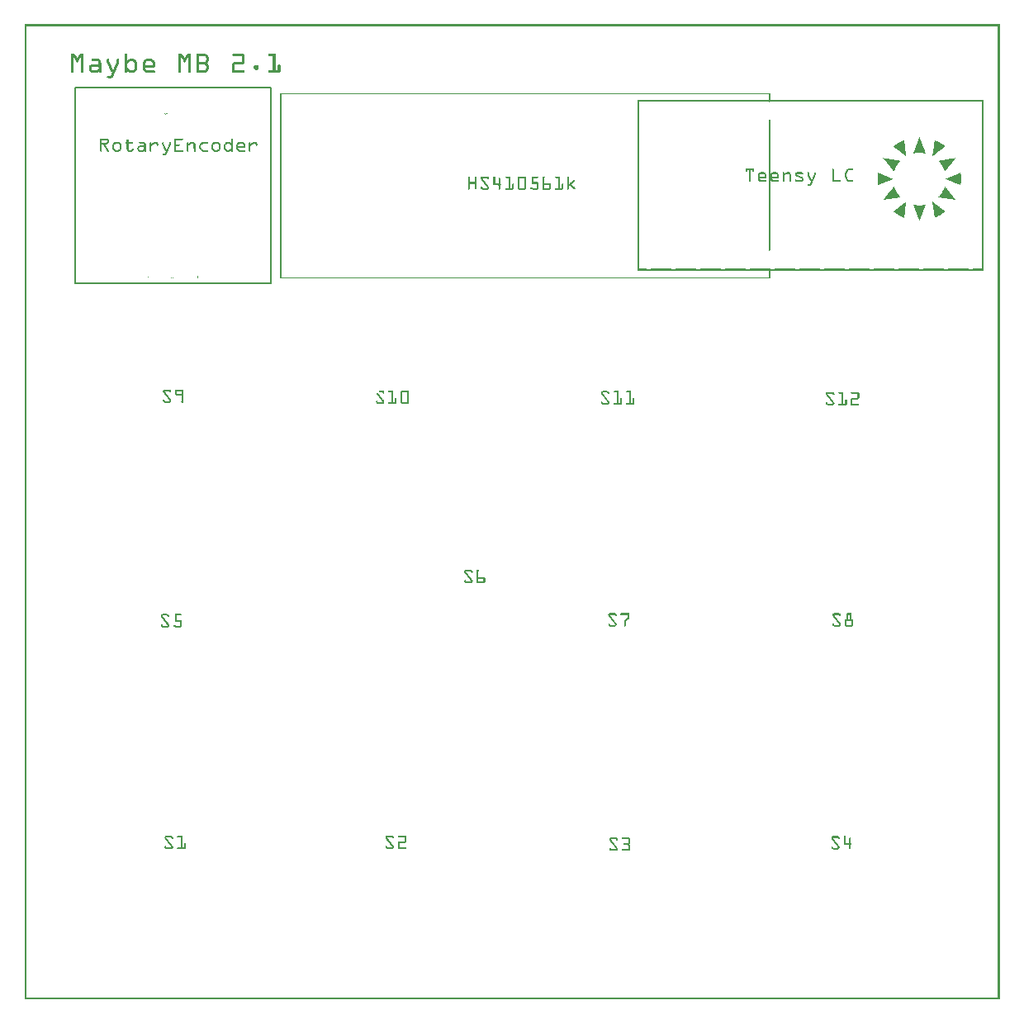
<source format=gto>
G04 MADE WITH FRITZING*
G04 WWW.FRITZING.ORG*
G04 DOUBLE SIDED*
G04 HOLES PLATED*
G04 CONTOUR ON CENTER OF CONTOUR VECTOR*
%ASAXBY*%
%FSLAX23Y23*%
%MOIN*%
%OFA0B0*%
%SFA1.0B1.0*%
%ADD10C,0.156306X0.156306*%
%ADD11C,0.065278X0.0652778*%
%ADD12R,0.797000X0.796957X0.783000X0.782957*%
%ADD13C,0.007000*%
%ADD14C,0.005000*%
%ADD15R,0.001000X0.001000*%
%LNSILK1*%
G90*
G70*
G54D10*
X600Y1387D03*
G54D11*
X400Y1387D03*
X799Y1387D03*
G54D10*
X600Y486D03*
G54D11*
X400Y486D03*
X800Y486D03*
G54D10*
X3300Y2286D03*
G54D11*
X3100Y2286D03*
X3500Y2286D03*
G54D10*
X2400Y2287D03*
G54D11*
X2200Y2287D03*
X2599Y2287D03*
G54D10*
X1500Y2286D03*
G54D11*
X1300Y2286D03*
X1700Y2286D03*
G54D10*
X600Y2287D03*
G54D11*
X400Y2287D03*
X800Y2287D03*
G54D10*
X3300Y1386D03*
G54D11*
X3100Y1386D03*
X3500Y1386D03*
G54D10*
X2400Y1387D03*
G54D11*
X2200Y1387D03*
X2599Y1387D03*
G54D10*
X1500Y1386D03*
G54D11*
X1300Y1386D03*
X1700Y1386D03*
G54D10*
X1500Y487D03*
G54D11*
X1301Y487D03*
X1700Y487D03*
G54D10*
X2400Y487D03*
G54D11*
X2200Y487D03*
X2600Y487D03*
G54D10*
X3300Y487D03*
G54D11*
X3100Y487D03*
X3499Y487D03*
G54D13*
X206Y3682D02*
X996Y3682D01*
X996Y2892D01*
X206Y2892D01*
X206Y3682D01*
D02*
G36*
X3612Y3482D02*
X3612Y3481D01*
X3612Y3481D01*
X3612Y3480D01*
X3611Y3480D01*
X3611Y3478D01*
X3611Y3478D01*
X3611Y3478D01*
X3610Y3478D01*
X3610Y3476D01*
X3610Y3476D01*
X3610Y3475D01*
X3609Y3475D01*
X3609Y3474D01*
X3609Y3474D01*
X3609Y3473D01*
X3609Y3473D01*
X3609Y3471D01*
X3608Y3471D01*
X3608Y3470D01*
X3608Y3470D01*
X3608Y3469D01*
X3607Y3469D01*
X3607Y3468D01*
X3607Y3468D01*
X3607Y3466D01*
X3606Y3466D01*
X3606Y3465D01*
X3606Y3465D01*
X3606Y3464D01*
X3605Y3464D01*
X3605Y3462D01*
X3605Y3462D01*
X3605Y3461D01*
X3604Y3461D01*
X3604Y3460D01*
X3604Y3460D01*
X3604Y3459D01*
X3603Y3459D01*
X3603Y3458D01*
X3603Y3458D01*
X3603Y3456D01*
X3602Y3456D01*
X3602Y3455D01*
X3602Y3455D01*
X3602Y3454D01*
X3601Y3454D01*
X3601Y3452D01*
X3601Y3452D01*
X3601Y3452D01*
X3600Y3452D01*
X3600Y3450D01*
X3600Y3450D01*
X3600Y3449D01*
X3600Y3449D01*
X3600Y3448D01*
X3599Y3448D01*
X3599Y3446D01*
X3599Y3446D01*
X3599Y3445D01*
X3598Y3445D01*
X3598Y3444D01*
X3598Y3444D01*
X3598Y3443D01*
X3597Y3443D01*
X3597Y3442D01*
X3597Y3442D01*
X3597Y3440D01*
X3596Y3440D01*
X3596Y3439D01*
X3596Y3439D01*
X3596Y3437D01*
X3595Y3437D01*
X3595Y3436D01*
X3595Y3436D01*
X3595Y3435D01*
X3594Y3435D01*
X3594Y3434D01*
X3594Y3434D01*
X3594Y3433D01*
X3593Y3433D01*
X3593Y3432D01*
X3593Y3432D01*
X3593Y3430D01*
X3592Y3430D01*
X3592Y3428D01*
X3592Y3428D01*
X3592Y3428D01*
X3591Y3428D01*
X3591Y3426D01*
X3591Y3426D01*
X3591Y3425D01*
X3591Y3425D01*
X3591Y3424D01*
X3590Y3424D01*
X3590Y3423D01*
X3590Y3423D01*
X3590Y3422D01*
X3589Y3422D01*
X3589Y3420D01*
X3589Y3420D01*
X3589Y3419D01*
X3613Y3419D01*
X3613Y3419D01*
X3622Y3419D01*
X3622Y3418D01*
X3626Y3418D01*
X3626Y3418D01*
X3630Y3418D01*
X3630Y3417D01*
X3632Y3417D01*
X3632Y3417D01*
X3634Y3417D01*
X3634Y3417D01*
X3637Y3417D01*
X3637Y3416D01*
X3637Y3416D01*
X3637Y3417D01*
X3638Y3417D01*
X3638Y3417D01*
X3637Y3417D01*
X3637Y3418D01*
X3637Y3418D01*
X3637Y3420D01*
X3636Y3420D01*
X3636Y3421D01*
X3636Y3421D01*
X3636Y3422D01*
X3635Y3422D01*
X3635Y3424D01*
X3635Y3424D01*
X3635Y3425D01*
X3635Y3425D01*
X3635Y3426D01*
X3634Y3426D01*
X3634Y3427D01*
X3634Y3427D01*
X3634Y3428D01*
X3633Y3428D01*
X3633Y3430D01*
X3633Y3430D01*
X3633Y3431D01*
X3632Y3431D01*
X3632Y3432D01*
X3632Y3432D01*
X3632Y3434D01*
X3631Y3434D01*
X3631Y3434D01*
X3631Y3434D01*
X3631Y3436D01*
X3630Y3436D01*
X3630Y3437D01*
X3630Y3437D01*
X3630Y3438D01*
X3629Y3438D01*
X3629Y3440D01*
X3629Y3440D01*
X3629Y3441D01*
X3628Y3441D01*
X3628Y3442D01*
X3628Y3442D01*
X3628Y3443D01*
X3627Y3443D01*
X3627Y3444D01*
X3627Y3444D01*
X3627Y3446D01*
X3626Y3446D01*
X3626Y3447D01*
X3626Y3447D01*
X3626Y3448D01*
X3626Y3448D01*
X3626Y3450D01*
X3625Y3450D01*
X3625Y3451D01*
X3625Y3451D01*
X3625Y3452D01*
X3624Y3452D01*
X3624Y3453D01*
X3624Y3453D01*
X3624Y3454D01*
X3623Y3454D01*
X3623Y3456D01*
X3623Y3456D01*
X3623Y3457D01*
X3622Y3457D01*
X3622Y3458D01*
X3622Y3458D01*
X3622Y3460D01*
X3621Y3460D01*
X3621Y3461D01*
X3621Y3461D01*
X3621Y3462D01*
X3620Y3462D01*
X3620Y3463D01*
X3620Y3463D01*
X3620Y3464D01*
X3619Y3464D01*
X3619Y3465D01*
X3619Y3465D01*
X3619Y3467D01*
X3618Y3467D01*
X3618Y3468D01*
X3618Y3468D01*
X3618Y3469D01*
X3618Y3469D01*
X3618Y3470D01*
X3617Y3470D01*
X3617Y3472D01*
X3617Y3472D01*
X3617Y3473D01*
X3616Y3473D01*
X3616Y3474D01*
X3616Y3474D01*
X3616Y3475D01*
X3615Y3475D01*
X3615Y3477D01*
X3615Y3477D01*
X3615Y3478D01*
X3614Y3478D01*
X3614Y3479D01*
X3614Y3479D01*
X3614Y3480D01*
X3613Y3480D01*
X3613Y3481D01*
X3613Y3481D01*
X3613Y3482D01*
X3612Y3482D01*
G37*
D02*
G36*
X3589Y3419D02*
X3589Y3419D01*
X3588Y3419D01*
X3588Y3417D01*
X3588Y3417D01*
X3588Y3416D01*
X3588Y3416D01*
X3588Y3417D01*
X3591Y3417D01*
X3591Y3417D01*
X3592Y3417D01*
X3592Y3417D01*
X3596Y3417D01*
X3596Y3418D01*
X3599Y3418D01*
X3599Y3418D01*
X3603Y3418D01*
X3603Y3419D01*
X3611Y3419D01*
X3611Y3419D01*
X3589Y3419D01*
G37*
D02*
G36*
X3611Y3419D02*
X3611Y3419D01*
X3612Y3419D01*
X3612Y3419D01*
X3611Y3419D01*
G37*
D02*
G36*
X3629Y3418D02*
X3629Y3417D01*
X3630Y3417D01*
X3630Y3418D01*
X3629Y3418D01*
G37*
D02*
G36*
X3550Y3469D02*
X3550Y3469D01*
X3549Y3469D01*
X3549Y3469D01*
X3548Y3469D01*
X3548Y3468D01*
X3547Y3468D01*
X3547Y3468D01*
X3546Y3468D01*
X3546Y3467D01*
X3545Y3467D01*
X3545Y3467D01*
X3543Y3467D01*
X3543Y3466D01*
X3543Y3466D01*
X3543Y3466D01*
X3541Y3466D01*
X3541Y3465D01*
X3540Y3465D01*
X3540Y3465D01*
X3539Y3465D01*
X3539Y3464D01*
X3539Y3464D01*
X3539Y3464D01*
X3538Y3464D01*
X3538Y3463D01*
X3537Y3463D01*
X3537Y3463D01*
X3536Y3463D01*
X3536Y3462D01*
X3535Y3462D01*
X3535Y3462D01*
X3534Y3462D01*
X3534Y3461D01*
X3533Y3461D01*
X3533Y3461D01*
X3532Y3461D01*
X3532Y3461D01*
X3531Y3461D01*
X3531Y3460D01*
X3530Y3460D01*
X3530Y3460D01*
X3530Y3460D01*
X3530Y3459D01*
X3529Y3459D01*
X3529Y3459D01*
X3528Y3459D01*
X3528Y3458D01*
X3527Y3458D01*
X3527Y3458D01*
X3526Y3458D01*
X3526Y3457D01*
X3525Y3457D01*
X3525Y3457D01*
X3525Y3457D01*
X3525Y3456D01*
X3524Y3456D01*
X3524Y3456D01*
X3523Y3456D01*
X3523Y3455D01*
X3522Y3455D01*
X3522Y3455D01*
X3522Y3455D01*
X3522Y3454D01*
X3521Y3454D01*
X3521Y3454D01*
X3520Y3454D01*
X3520Y3453D01*
X3520Y3453D01*
X3520Y3453D01*
X3519Y3453D01*
X3519Y3452D01*
X3518Y3452D01*
X3518Y3452D01*
X3517Y3452D01*
X3517Y3452D01*
X3517Y3452D01*
X3517Y3451D01*
X3516Y3451D01*
X3516Y3451D01*
X3515Y3451D01*
X3515Y3450D01*
X3514Y3450D01*
X3514Y3450D01*
X3514Y3450D01*
X3514Y3449D01*
X3513Y3449D01*
X3513Y3449D01*
X3512Y3449D01*
X3512Y3448D01*
X3512Y3448D01*
X3512Y3448D01*
X3512Y3448D01*
X3512Y3447D01*
X3511Y3447D01*
X3511Y3447D01*
X3510Y3447D01*
X3510Y3446D01*
X3510Y3446D01*
X3510Y3446D01*
X3509Y3446D01*
X3509Y3445D01*
X3508Y3445D01*
X3508Y3445D01*
X3508Y3445D01*
X3508Y3444D01*
X3508Y3444D01*
X3508Y3444D01*
X3509Y3444D01*
X3509Y3443D01*
X3509Y3443D01*
X3509Y3443D01*
X3510Y3443D01*
X3510Y3443D01*
X3511Y3443D01*
X3511Y3442D01*
X3511Y3442D01*
X3511Y3442D01*
X3512Y3442D01*
X3512Y3441D01*
X3512Y3441D01*
X3512Y3441D01*
X3512Y3441D01*
X3512Y3440D01*
X3513Y3440D01*
X3513Y3440D01*
X3514Y3440D01*
X3514Y3439D01*
X3515Y3439D01*
X3515Y3439D01*
X3515Y3439D01*
X3515Y3438D01*
X3516Y3438D01*
X3516Y3438D01*
X3516Y3438D01*
X3516Y3437D01*
X3517Y3437D01*
X3517Y3437D01*
X3518Y3437D01*
X3518Y3436D01*
X3518Y3436D01*
X3518Y3436D01*
X3519Y3436D01*
X3519Y3435D01*
X3520Y3435D01*
X3520Y3435D01*
X3520Y3435D01*
X3520Y3434D01*
X3521Y3434D01*
X3521Y3434D01*
X3521Y3434D01*
X3521Y3434D01*
X3522Y3434D01*
X3522Y3433D01*
X3523Y3433D01*
X3523Y3433D01*
X3523Y3433D01*
X3523Y3432D01*
X3524Y3432D01*
X3524Y3432D01*
X3524Y3432D01*
X3524Y3431D01*
X3525Y3431D01*
X3525Y3431D01*
X3526Y3431D01*
X3526Y3430D01*
X3526Y3430D01*
X3526Y3430D01*
X3527Y3430D01*
X3527Y3429D01*
X3528Y3429D01*
X3528Y3429D01*
X3528Y3429D01*
X3528Y3428D01*
X3529Y3428D01*
X3529Y3428D01*
X3530Y3428D01*
X3530Y3427D01*
X3530Y3427D01*
X3530Y3427D01*
X3530Y3427D01*
X3530Y3426D01*
X3531Y3426D01*
X3531Y3426D01*
X3532Y3426D01*
X3532Y3425D01*
X3532Y3425D01*
X3532Y3425D01*
X3533Y3425D01*
X3533Y3425D01*
X3534Y3425D01*
X3534Y3424D01*
X3534Y3424D01*
X3534Y3424D01*
X3535Y3424D01*
X3535Y3423D01*
X3535Y3423D01*
X3535Y3423D01*
X3536Y3423D01*
X3536Y3422D01*
X3537Y3422D01*
X3537Y3422D01*
X3538Y3422D01*
X3538Y3421D01*
X3538Y3421D01*
X3538Y3421D01*
X3539Y3421D01*
X3539Y3420D01*
X3539Y3420D01*
X3539Y3420D01*
X3540Y3420D01*
X3540Y3419D01*
X3540Y3419D01*
X3540Y3419D01*
X3541Y3419D01*
X3541Y3418D01*
X3542Y3418D01*
X3542Y3418D01*
X3542Y3418D01*
X3542Y3417D01*
X3543Y3417D01*
X3543Y3417D01*
X3544Y3417D01*
X3544Y3417D01*
X3544Y3417D01*
X3544Y3416D01*
X3545Y3416D01*
X3545Y3416D01*
X3546Y3416D01*
X3546Y3415D01*
X3546Y3415D01*
X3546Y3415D01*
X3547Y3415D01*
X3547Y3414D01*
X3547Y3414D01*
X3547Y3414D01*
X3548Y3414D01*
X3548Y3413D01*
X3548Y3413D01*
X3548Y3413D01*
X3549Y3413D01*
X3549Y3412D01*
X3550Y3412D01*
X3550Y3412D01*
X3550Y3412D01*
X3550Y3411D01*
X3551Y3411D01*
X3551Y3411D01*
X3552Y3411D01*
X3552Y3410D01*
X3552Y3410D01*
X3552Y3410D01*
X3553Y3410D01*
X3553Y3409D01*
X3554Y3409D01*
X3554Y3409D01*
X3554Y3409D01*
X3554Y3408D01*
X3555Y3408D01*
X3555Y3408D01*
X3556Y3408D01*
X3556Y3408D01*
X3556Y3408D01*
X3556Y3407D01*
X3556Y3407D01*
X3556Y3407D01*
X3557Y3407D01*
X3557Y3406D01*
X3557Y3406D01*
X3557Y3406D01*
X3558Y3406D01*
X3558Y3405D01*
X3559Y3405D01*
X3559Y3405D01*
X3559Y3405D01*
X3559Y3408D01*
X3559Y3408D01*
X3559Y3411D01*
X3558Y3411D01*
X3558Y3414D01*
X3558Y3414D01*
X3558Y3418D01*
X3557Y3418D01*
X3557Y3422D01*
X3557Y3422D01*
X3557Y3425D01*
X3556Y3425D01*
X3556Y3428D01*
X3556Y3428D01*
X3556Y3432D01*
X3556Y3432D01*
X3556Y3436D01*
X3555Y3436D01*
X3555Y3439D01*
X3555Y3439D01*
X3555Y3443D01*
X3554Y3443D01*
X3554Y3446D01*
X3554Y3446D01*
X3554Y3450D01*
X3553Y3450D01*
X3553Y3453D01*
X3553Y3453D01*
X3553Y3457D01*
X3552Y3457D01*
X3552Y3461D01*
X3552Y3461D01*
X3552Y3464D01*
X3551Y3464D01*
X3551Y3464D01*
X3552Y3464D01*
X3552Y3465D01*
X3551Y3465D01*
X3551Y3468D01*
X3551Y3468D01*
X3551Y3469D01*
X3550Y3469D01*
G37*
D02*
G36*
X3674Y3469D02*
X3674Y3468D01*
X3673Y3468D01*
X3673Y3466D01*
X3673Y3466D01*
X3673Y3462D01*
X3672Y3462D01*
X3672Y3459D01*
X3672Y3459D01*
X3672Y3455D01*
X3671Y3455D01*
X3671Y3452D01*
X3671Y3452D01*
X3671Y3448D01*
X3670Y3448D01*
X3670Y3448D01*
X3671Y3448D01*
X3671Y3447D01*
X3670Y3447D01*
X3670Y3444D01*
X3670Y3444D01*
X3670Y3441D01*
X3670Y3441D01*
X3670Y3440D01*
X3670Y3440D01*
X3670Y3440D01*
X3670Y3440D01*
X3670Y3437D01*
X3669Y3437D01*
X3669Y3434D01*
X3669Y3434D01*
X3669Y3430D01*
X3668Y3430D01*
X3668Y3426D01*
X3668Y3426D01*
X3668Y3423D01*
X3667Y3423D01*
X3667Y3420D01*
X3667Y3420D01*
X3667Y3416D01*
X3666Y3416D01*
X3666Y3412D01*
X3666Y3412D01*
X3666Y3408D01*
X3665Y3408D01*
X3665Y3405D01*
X3666Y3405D01*
X3666Y3406D01*
X3667Y3406D01*
X3667Y3406D01*
X3668Y3406D01*
X3668Y3407D01*
X3668Y3407D01*
X3668Y3407D01*
X3669Y3407D01*
X3669Y3408D01*
X3669Y3408D01*
X3669Y3408D01*
X3670Y3408D01*
X3670Y3408D01*
X3670Y3408D01*
X3670Y3409D01*
X3671Y3409D01*
X3671Y3409D01*
X3672Y3409D01*
X3672Y3410D01*
X3672Y3410D01*
X3672Y3410D01*
X3673Y3410D01*
X3673Y3411D01*
X3673Y3411D01*
X3673Y3411D01*
X3674Y3411D01*
X3674Y3412D01*
X3675Y3412D01*
X3675Y3412D01*
X3676Y3412D01*
X3676Y3413D01*
X3676Y3413D01*
X3676Y3413D01*
X3677Y3413D01*
X3677Y3414D01*
X3677Y3414D01*
X3677Y3414D01*
X3678Y3414D01*
X3678Y3415D01*
X3679Y3415D01*
X3679Y3415D01*
X3679Y3415D01*
X3679Y3416D01*
X3680Y3416D01*
X3680Y3417D01*
X3681Y3417D01*
X3681Y3417D01*
X3681Y3417D01*
X3681Y3417D01*
X3682Y3417D01*
X3682Y3418D01*
X3683Y3418D01*
X3683Y3418D01*
X3683Y3418D01*
X3683Y3419D01*
X3684Y3419D01*
X3684Y3419D01*
X3685Y3419D01*
X3685Y3420D01*
X3685Y3420D01*
X3685Y3420D01*
X3686Y3420D01*
X3686Y3421D01*
X3687Y3421D01*
X3687Y3421D01*
X3687Y3421D01*
X3687Y3422D01*
X3688Y3422D01*
X3688Y3422D01*
X3688Y3422D01*
X3688Y3423D01*
X3689Y3423D01*
X3689Y3423D01*
X3689Y3423D01*
X3689Y3424D01*
X3690Y3424D01*
X3690Y3424D01*
X3691Y3424D01*
X3691Y3425D01*
X3691Y3425D01*
X3691Y3425D01*
X3692Y3425D01*
X3692Y3426D01*
X3693Y3426D01*
X3693Y3426D01*
X3694Y3426D01*
X3694Y3427D01*
X3695Y3427D01*
X3695Y3427D01*
X3695Y3427D01*
X3695Y3428D01*
X3696Y3428D01*
X3696Y3428D01*
X3697Y3428D01*
X3697Y3429D01*
X3697Y3429D01*
X3697Y3429D01*
X3697Y3429D01*
X3697Y3430D01*
X3698Y3430D01*
X3698Y3430D01*
X3699Y3430D01*
X3699Y3431D01*
X3699Y3431D01*
X3699Y3431D01*
X3700Y3431D01*
X3700Y3432D01*
X3700Y3432D01*
X3700Y3432D01*
X3701Y3432D01*
X3701Y3433D01*
X3702Y3433D01*
X3702Y3433D01*
X3703Y3433D01*
X3703Y3434D01*
X3703Y3434D01*
X3703Y3434D01*
X3704Y3434D01*
X3704Y3434D01*
X3704Y3434D01*
X3704Y3435D01*
X3705Y3435D01*
X3705Y3435D01*
X3706Y3435D01*
X3706Y3436D01*
X3706Y3436D01*
X3706Y3436D01*
X3707Y3436D01*
X3707Y3437D01*
X3707Y3437D01*
X3707Y3437D01*
X3708Y3437D01*
X3708Y3438D01*
X3709Y3438D01*
X3709Y3438D01*
X3709Y3438D01*
X3709Y3439D01*
X3710Y3439D01*
X3710Y3439D01*
X3710Y3439D01*
X3710Y3440D01*
X3711Y3440D01*
X3711Y3440D01*
X3712Y3440D01*
X3712Y3441D01*
X3712Y3441D01*
X3712Y3441D01*
X3713Y3441D01*
X3713Y3442D01*
X3714Y3442D01*
X3714Y3442D01*
X3714Y3442D01*
X3714Y3443D01*
X3715Y3443D01*
X3715Y3443D01*
X3715Y3443D01*
X3715Y3443D01*
X3716Y3443D01*
X3716Y3444D01*
X3716Y3444D01*
X3716Y3444D01*
X3717Y3444D01*
X3717Y3445D01*
X3716Y3445D01*
X3716Y3445D01*
X3716Y3445D01*
X3716Y3446D01*
X3715Y3446D01*
X3715Y3446D01*
X3714Y3446D01*
X3714Y3447D01*
X3714Y3447D01*
X3714Y3447D01*
X3714Y3447D01*
X3714Y3448D01*
X3713Y3448D01*
X3713Y3448D01*
X3712Y3448D01*
X3712Y3449D01*
X3711Y3449D01*
X3711Y3449D01*
X3711Y3449D01*
X3711Y3450D01*
X3710Y3450D01*
X3710Y3450D01*
X3710Y3450D01*
X3710Y3451D01*
X3709Y3451D01*
X3709Y3451D01*
X3708Y3451D01*
X3708Y3452D01*
X3707Y3452D01*
X3707Y3452D01*
X3707Y3452D01*
X3707Y3452D01*
X3706Y3452D01*
X3706Y3453D01*
X3706Y3453D01*
X3706Y3453D01*
X3705Y3453D01*
X3705Y3454D01*
X3704Y3454D01*
X3704Y3454D01*
X3703Y3454D01*
X3703Y3455D01*
X3703Y3455D01*
X3703Y3455D01*
X3702Y3455D01*
X3702Y3456D01*
X3701Y3456D01*
X3701Y3456D01*
X3700Y3456D01*
X3700Y3457D01*
X3699Y3457D01*
X3699Y3457D01*
X3698Y3457D01*
X3698Y3458D01*
X3698Y3458D01*
X3698Y3458D01*
X3697Y3458D01*
X3697Y3459D01*
X3696Y3459D01*
X3696Y3459D01*
X3696Y3459D01*
X3696Y3460D01*
X3694Y3460D01*
X3694Y3460D01*
X3694Y3460D01*
X3694Y3461D01*
X3693Y3461D01*
X3693Y3461D01*
X3692Y3461D01*
X3692Y3461D01*
X3691Y3461D01*
X3691Y3462D01*
X3690Y3462D01*
X3690Y3462D01*
X3689Y3462D01*
X3689Y3463D01*
X3688Y3463D01*
X3688Y3463D01*
X3688Y3463D01*
X3688Y3464D01*
X3686Y3464D01*
X3686Y3464D01*
X3685Y3464D01*
X3685Y3465D01*
X3684Y3465D01*
X3684Y3465D01*
X3683Y3465D01*
X3683Y3466D01*
X3682Y3466D01*
X3682Y3466D01*
X3681Y3466D01*
X3681Y3467D01*
X3680Y3467D01*
X3680Y3467D01*
X3679Y3467D01*
X3679Y3468D01*
X3678Y3468D01*
X3678Y3468D01*
X3677Y3468D01*
X3677Y3469D01*
X3676Y3469D01*
X3676Y3469D01*
X3674Y3469D01*
G37*
D02*
G36*
X3466Y3398D02*
X3466Y3397D01*
X3467Y3397D01*
X3467Y3397D01*
X3467Y3397D01*
X3467Y3396D01*
X3468Y3396D01*
X3468Y3395D01*
X3468Y3395D01*
X3468Y3395D01*
X3468Y3395D01*
X3468Y3394D01*
X3469Y3394D01*
X3469Y3394D01*
X3469Y3394D01*
X3469Y3393D01*
X3470Y3393D01*
X3470Y3392D01*
X3470Y3392D01*
X3470Y3392D01*
X3471Y3392D01*
X3471Y3391D01*
X3471Y3391D01*
X3471Y3391D01*
X3472Y3391D01*
X3472Y3390D01*
X3512Y3390D01*
X3512Y3390D01*
X3510Y3390D01*
X3510Y3391D01*
X3507Y3391D01*
X3507Y3391D01*
X3504Y3391D01*
X3504Y3392D01*
X3501Y3392D01*
X3501Y3392D01*
X3498Y3392D01*
X3498Y3393D01*
X3495Y3393D01*
X3495Y3393D01*
X3492Y3393D01*
X3492Y3394D01*
X3490Y3394D01*
X3490Y3394D01*
X3486Y3394D01*
X3486Y3395D01*
X3484Y3395D01*
X3484Y3395D01*
X3480Y3395D01*
X3480Y3396D01*
X3478Y3396D01*
X3478Y3396D01*
X3475Y3396D01*
X3475Y3397D01*
X3472Y3397D01*
X3472Y3397D01*
X3469Y3397D01*
X3469Y3398D01*
X3466Y3398D01*
G37*
D02*
G36*
X3513Y3390D02*
X3513Y3390D01*
X3513Y3390D01*
X3513Y3390D01*
X3513Y3390D01*
G37*
D02*
G36*
X3472Y3390D02*
X3472Y3390D01*
X3516Y3390D01*
X3516Y3390D01*
X3472Y3390D01*
G37*
D02*
G36*
X3472Y3390D02*
X3472Y3390D01*
X3516Y3390D01*
X3516Y3390D01*
X3472Y3390D01*
G37*
D02*
G36*
X3473Y3390D02*
X3473Y3389D01*
X3473Y3389D01*
X3473Y3389D01*
X3474Y3389D01*
X3474Y3388D01*
X3474Y3388D01*
X3474Y3387D01*
X3475Y3387D01*
X3475Y3387D01*
X3475Y3387D01*
X3475Y3386D01*
X3476Y3386D01*
X3476Y3386D01*
X3476Y3386D01*
X3476Y3385D01*
X3477Y3385D01*
X3477Y3384D01*
X3477Y3384D01*
X3477Y3384D01*
X3477Y3384D01*
X3477Y3383D01*
X3478Y3383D01*
X3478Y3382D01*
X3478Y3382D01*
X3478Y3382D01*
X3479Y3382D01*
X3479Y3382D01*
X3479Y3382D01*
X3479Y3381D01*
X3480Y3381D01*
X3480Y3380D01*
X3480Y3380D01*
X3480Y3380D01*
X3481Y3380D01*
X3481Y3379D01*
X3481Y3379D01*
X3481Y3379D01*
X3482Y3379D01*
X3482Y3378D01*
X3482Y3378D01*
X3482Y3377D01*
X3483Y3377D01*
X3483Y3377D01*
X3483Y3377D01*
X3483Y3376D01*
X3484Y3376D01*
X3484Y3375D01*
X3484Y3375D01*
X3484Y3375D01*
X3485Y3375D01*
X3485Y3374D01*
X3485Y3374D01*
X3485Y3374D01*
X3486Y3374D01*
X3486Y3373D01*
X3486Y3373D01*
X3486Y3373D01*
X3486Y3373D01*
X3486Y3372D01*
X3487Y3372D01*
X3487Y3372D01*
X3487Y3372D01*
X3487Y3371D01*
X3488Y3371D01*
X3488Y3370D01*
X3488Y3370D01*
X3488Y3370D01*
X3489Y3370D01*
X3489Y3369D01*
X3489Y3369D01*
X3489Y3369D01*
X3490Y3369D01*
X3490Y3368D01*
X3490Y3368D01*
X3490Y3367D01*
X3491Y3367D01*
X3491Y3367D01*
X3491Y3367D01*
X3491Y3366D01*
X3492Y3366D01*
X3492Y3366D01*
X3492Y3366D01*
X3492Y3365D01*
X3493Y3365D01*
X3493Y3364D01*
X3493Y3364D01*
X3493Y3364D01*
X3494Y3364D01*
X3494Y3364D01*
X3494Y3364D01*
X3494Y3363D01*
X3495Y3363D01*
X3495Y3362D01*
X3495Y3362D01*
X3495Y3362D01*
X3495Y3362D01*
X3495Y3361D01*
X3496Y3361D01*
X3496Y3360D01*
X3496Y3360D01*
X3496Y3360D01*
X3497Y3360D01*
X3497Y3359D01*
X3497Y3359D01*
X3497Y3359D01*
X3498Y3359D01*
X3498Y3358D01*
X3498Y3358D01*
X3498Y3358D01*
X3499Y3358D01*
X3499Y3357D01*
X3499Y3357D01*
X3499Y3356D01*
X3500Y3356D01*
X3500Y3356D01*
X3500Y3356D01*
X3500Y3355D01*
X3501Y3355D01*
X3501Y3355D01*
X3501Y3355D01*
X3501Y3354D01*
X3502Y3354D01*
X3502Y3354D01*
X3502Y3354D01*
X3502Y3353D01*
X3503Y3353D01*
X3503Y3353D01*
X3503Y3353D01*
X3503Y3352D01*
X3503Y3352D01*
X3503Y3351D01*
X3504Y3351D01*
X3504Y3351D01*
X3504Y3351D01*
X3504Y3350D01*
X3505Y3350D01*
X3505Y3349D01*
X3505Y3349D01*
X3505Y3349D01*
X3506Y3349D01*
X3506Y3348D01*
X3506Y3348D01*
X3506Y3347D01*
X3507Y3347D01*
X3507Y3347D01*
X3507Y3347D01*
X3507Y3346D01*
X3508Y3346D01*
X3508Y3346D01*
X3508Y3346D01*
X3508Y3346D01*
X3509Y3346D01*
X3509Y3345D01*
X3509Y3345D01*
X3509Y3344D01*
X3510Y3344D01*
X3510Y3344D01*
X3510Y3344D01*
X3510Y3343D01*
X3511Y3343D01*
X3511Y3345D01*
X3512Y3345D01*
X3512Y3346D01*
X3512Y3346D01*
X3512Y3348D01*
X3512Y3348D01*
X3512Y3349D01*
X3513Y3349D01*
X3513Y3350D01*
X3513Y3350D01*
X3513Y3351D01*
X3514Y3351D01*
X3514Y3353D01*
X3514Y3353D01*
X3514Y3354D01*
X3515Y3354D01*
X3515Y3355D01*
X3515Y3355D01*
X3515Y3356D01*
X3516Y3356D01*
X3516Y3357D01*
X3516Y3357D01*
X3516Y3358D01*
X3517Y3358D01*
X3517Y3359D01*
X3517Y3359D01*
X3517Y3360D01*
X3518Y3360D01*
X3518Y3361D01*
X3518Y3361D01*
X3518Y3362D01*
X3519Y3362D01*
X3519Y3363D01*
X3519Y3363D01*
X3519Y3364D01*
X3520Y3364D01*
X3520Y3364D01*
X3520Y3364D01*
X3520Y3365D01*
X3521Y3365D01*
X3521Y3366D01*
X3521Y3366D01*
X3521Y3367D01*
X3521Y3367D01*
X3521Y3368D01*
X3522Y3368D01*
X3522Y3369D01*
X3522Y3369D01*
X3522Y3369D01*
X3523Y3369D01*
X3523Y3370D01*
X3523Y3370D01*
X3523Y3371D01*
X3524Y3371D01*
X3524Y3372D01*
X3524Y3372D01*
X3524Y3373D01*
X3525Y3373D01*
X3525Y3373D01*
X3525Y3373D01*
X3525Y3373D01*
X3526Y3373D01*
X3526Y3374D01*
X3526Y3374D01*
X3526Y3375D01*
X3527Y3375D01*
X3527Y3376D01*
X3527Y3376D01*
X3527Y3376D01*
X3528Y3376D01*
X3528Y3377D01*
X3528Y3377D01*
X3528Y3378D01*
X3529Y3378D01*
X3529Y3378D01*
X3529Y3378D01*
X3529Y3379D01*
X3530Y3379D01*
X3530Y3380D01*
X3530Y3380D01*
X3530Y3380D01*
X3530Y3380D01*
X3530Y3381D01*
X3531Y3381D01*
X3531Y3381D01*
X3531Y3381D01*
X3531Y3382D01*
X3532Y3382D01*
X3532Y3382D01*
X3532Y3382D01*
X3532Y3383D01*
X3533Y3383D01*
X3533Y3383D01*
X3533Y3383D01*
X3533Y3384D01*
X3534Y3384D01*
X3534Y3384D01*
X3534Y3384D01*
X3534Y3385D01*
X3535Y3385D01*
X3535Y3385D01*
X3535Y3385D01*
X3535Y3386D01*
X3536Y3386D01*
X3536Y3387D01*
X3533Y3387D01*
X3533Y3387D01*
X3530Y3387D01*
X3530Y3388D01*
X3528Y3388D01*
X3528Y3388D01*
X3525Y3388D01*
X3525Y3389D01*
X3522Y3389D01*
X3522Y3389D01*
X3519Y3389D01*
X3519Y3390D01*
X3473Y3390D01*
G37*
D02*
G36*
X3756Y3398D02*
X3756Y3397D01*
X3753Y3397D01*
X3753Y3397D01*
X3751Y3397D01*
X3751Y3396D01*
X3747Y3396D01*
X3747Y3396D01*
X3745Y3396D01*
X3745Y3395D01*
X3741Y3395D01*
X3741Y3395D01*
X3739Y3395D01*
X3739Y3394D01*
X3736Y3394D01*
X3736Y3394D01*
X3732Y3394D01*
X3732Y3393D01*
X3730Y3393D01*
X3730Y3393D01*
X3727Y3393D01*
X3727Y3392D01*
X3724Y3392D01*
X3724Y3392D01*
X3721Y3392D01*
X3721Y3391D01*
X3718Y3391D01*
X3718Y3391D01*
X3715Y3391D01*
X3715Y3390D01*
X3712Y3390D01*
X3712Y3390D01*
X3709Y3390D01*
X3709Y3390D01*
X3706Y3390D01*
X3706Y3389D01*
X3704Y3389D01*
X3704Y3389D01*
X3700Y3389D01*
X3700Y3388D01*
X3697Y3388D01*
X3697Y3388D01*
X3695Y3388D01*
X3695Y3387D01*
X3692Y3387D01*
X3692Y3387D01*
X3690Y3387D01*
X3690Y3386D01*
X3689Y3386D01*
X3689Y3386D01*
X3690Y3386D01*
X3690Y3385D01*
X3690Y3385D01*
X3690Y3385D01*
X3691Y3385D01*
X3691Y3384D01*
X3691Y3384D01*
X3691Y3383D01*
X3692Y3383D01*
X3692Y3383D01*
X3692Y3383D01*
X3692Y3382D01*
X3693Y3382D01*
X3693Y3382D01*
X3693Y3382D01*
X3693Y3382D01*
X3694Y3382D01*
X3694Y3381D01*
X3694Y3381D01*
X3694Y3381D01*
X3695Y3381D01*
X3695Y3380D01*
X3695Y3380D01*
X3695Y3379D01*
X3696Y3379D01*
X3696Y3379D01*
X3696Y3379D01*
X3696Y3378D01*
X3697Y3378D01*
X3697Y3377D01*
X3697Y3377D01*
X3697Y3377D01*
X3697Y3377D01*
X3697Y3376D01*
X3698Y3376D01*
X3698Y3375D01*
X3698Y3375D01*
X3698Y3375D01*
X3699Y3375D01*
X3699Y3374D01*
X3699Y3374D01*
X3699Y3373D01*
X3700Y3373D01*
X3700Y3373D01*
X3700Y3373D01*
X3700Y3372D01*
X3701Y3372D01*
X3701Y3372D01*
X3701Y3372D01*
X3701Y3371D01*
X3702Y3371D01*
X3702Y3370D01*
X3702Y3370D01*
X3702Y3369D01*
X3703Y3369D01*
X3703Y3368D01*
X3703Y3368D01*
X3703Y3367D01*
X3704Y3367D01*
X3704Y3367D01*
X3704Y3367D01*
X3704Y3366D01*
X3705Y3366D01*
X3705Y3365D01*
X3705Y3365D01*
X3705Y3364D01*
X3706Y3364D01*
X3706Y3364D01*
X3706Y3364D01*
X3706Y3363D01*
X3706Y3363D01*
X3706Y3362D01*
X3707Y3362D01*
X3707Y3361D01*
X3707Y3361D01*
X3707Y3360D01*
X3708Y3360D01*
X3708Y3359D01*
X3708Y3359D01*
X3708Y3358D01*
X3709Y3358D01*
X3709Y3356D01*
X3709Y3356D01*
X3709Y3355D01*
X3710Y3355D01*
X3710Y3355D01*
X3710Y3355D01*
X3710Y3353D01*
X3711Y3353D01*
X3711Y3352D01*
X3711Y3352D01*
X3711Y3351D01*
X3712Y3351D01*
X3712Y3350D01*
X3712Y3350D01*
X3712Y3348D01*
X3713Y3348D01*
X3713Y3347D01*
X3713Y3347D01*
X3713Y3346D01*
X3714Y3346D01*
X3714Y3344D01*
X3714Y3344D01*
X3714Y3343D01*
X3715Y3343D01*
X3715Y3344D01*
X3716Y3344D01*
X3716Y3345D01*
X3716Y3345D01*
X3716Y3345D01*
X3717Y3345D01*
X3717Y3346D01*
X3717Y3346D01*
X3717Y3346D01*
X3718Y3346D01*
X3718Y3347D01*
X3718Y3347D01*
X3718Y3347D01*
X3719Y3347D01*
X3719Y3348D01*
X3719Y3348D01*
X3719Y3348D01*
X3720Y3348D01*
X3720Y3349D01*
X3720Y3349D01*
X3720Y3350D01*
X3721Y3350D01*
X3721Y3350D01*
X3721Y3350D01*
X3721Y3351D01*
X3722Y3351D01*
X3722Y3351D01*
X3722Y3351D01*
X3722Y3352D01*
X3723Y3352D01*
X3723Y3353D01*
X3723Y3353D01*
X3723Y3353D01*
X3723Y3353D01*
X3723Y3354D01*
X3724Y3354D01*
X3724Y3355D01*
X3724Y3355D01*
X3724Y3355D01*
X3725Y3355D01*
X3725Y3355D01*
X3725Y3355D01*
X3725Y3356D01*
X3726Y3356D01*
X3726Y3357D01*
X3726Y3357D01*
X3726Y3357D01*
X3727Y3357D01*
X3727Y3358D01*
X3727Y3358D01*
X3727Y3358D01*
X3728Y3358D01*
X3728Y3359D01*
X3728Y3359D01*
X3728Y3360D01*
X3729Y3360D01*
X3729Y3360D01*
X3729Y3360D01*
X3729Y3361D01*
X3730Y3361D01*
X3730Y3362D01*
X3730Y3362D01*
X3730Y3362D01*
X3731Y3362D01*
X3731Y3363D01*
X3731Y3363D01*
X3731Y3363D01*
X3732Y3363D01*
X3732Y3364D01*
X3732Y3364D01*
X3732Y3364D01*
X3732Y3364D01*
X3732Y3365D01*
X3733Y3365D01*
X3733Y3365D01*
X3733Y3365D01*
X3733Y3366D01*
X3734Y3366D01*
X3734Y3367D01*
X3734Y3367D01*
X3734Y3367D01*
X3735Y3367D01*
X3735Y3368D01*
X3735Y3368D01*
X3735Y3368D01*
X3736Y3368D01*
X3736Y3369D01*
X3736Y3369D01*
X3736Y3370D01*
X3737Y3370D01*
X3737Y3370D01*
X3737Y3370D01*
X3737Y3371D01*
X3738Y3371D01*
X3738Y3371D01*
X3738Y3371D01*
X3738Y3372D01*
X3739Y3372D01*
X3739Y3373D01*
X3739Y3373D01*
X3739Y3373D01*
X3740Y3373D01*
X3740Y3373D01*
X3740Y3373D01*
X3740Y3374D01*
X3741Y3374D01*
X3741Y3375D01*
X3741Y3375D01*
X3741Y3375D01*
X3741Y3375D01*
X3741Y3376D01*
X3742Y3376D01*
X3742Y3376D01*
X3742Y3376D01*
X3742Y3377D01*
X3743Y3377D01*
X3743Y3378D01*
X3743Y3378D01*
X3743Y3379D01*
X3744Y3379D01*
X3744Y3380D01*
X3745Y3380D01*
X3745Y3380D01*
X3745Y3380D01*
X3745Y3381D01*
X3746Y3381D01*
X3746Y3381D01*
X3746Y3381D01*
X3746Y3382D01*
X3747Y3382D01*
X3747Y3382D01*
X3747Y3382D01*
X3747Y3383D01*
X3748Y3383D01*
X3748Y3384D01*
X3749Y3384D01*
X3749Y3385D01*
X3749Y3385D01*
X3749Y3385D01*
X3749Y3385D01*
X3749Y3386D01*
X3750Y3386D01*
X3750Y3386D01*
X3750Y3386D01*
X3750Y3387D01*
X3751Y3387D01*
X3751Y3388D01*
X3751Y3388D01*
X3751Y3388D01*
X3752Y3388D01*
X3752Y3389D01*
X3752Y3389D01*
X3752Y3390D01*
X3753Y3390D01*
X3753Y3390D01*
X3753Y3390D01*
X3753Y3390D01*
X3754Y3390D01*
X3754Y3391D01*
X3754Y3391D01*
X3754Y3392D01*
X3755Y3392D01*
X3755Y3392D01*
X3755Y3392D01*
X3755Y3393D01*
X3756Y3393D01*
X3756Y3393D01*
X3756Y3393D01*
X3756Y3394D01*
X3757Y3394D01*
X3757Y3395D01*
X3757Y3395D01*
X3757Y3395D01*
X3758Y3395D01*
X3758Y3396D01*
X3758Y3396D01*
X3758Y3396D01*
X3758Y3396D01*
X3758Y3397D01*
X3759Y3397D01*
X3759Y3398D01*
X3756Y3398D01*
G37*
D02*
G36*
X3778Y3338D02*
X3778Y3338D01*
X3776Y3338D01*
X3776Y3337D01*
X3776Y3337D01*
X3776Y3337D01*
X3774Y3337D01*
X3774Y3336D01*
X3773Y3336D01*
X3773Y3336D01*
X3772Y3336D01*
X3772Y3335D01*
X3771Y3335D01*
X3771Y3335D01*
X3769Y3335D01*
X3769Y3334D01*
X3768Y3334D01*
X3768Y3334D01*
X3767Y3334D01*
X3767Y3333D01*
X3766Y3333D01*
X3766Y3333D01*
X3765Y3333D01*
X3765Y3332D01*
X3764Y3332D01*
X3764Y3332D01*
X3762Y3332D01*
X3762Y3331D01*
X3761Y3331D01*
X3761Y3331D01*
X3760Y3331D01*
X3760Y3330D01*
X3759Y3330D01*
X3759Y3330D01*
X3758Y3330D01*
X3758Y3329D01*
X3757Y3329D01*
X3757Y3329D01*
X3756Y3329D01*
X3756Y3329D01*
X3754Y3329D01*
X3754Y3328D01*
X3753Y3328D01*
X3753Y3328D01*
X3752Y3328D01*
X3752Y3327D01*
X3751Y3327D01*
X3751Y3327D01*
X3750Y3327D01*
X3750Y3326D01*
X3749Y3326D01*
X3749Y3326D01*
X3748Y3326D01*
X3748Y3325D01*
X3746Y3325D01*
X3746Y3325D01*
X3745Y3325D01*
X3745Y3324D01*
X3744Y3324D01*
X3744Y3324D01*
X3743Y3324D01*
X3743Y3323D01*
X3742Y3323D01*
X3742Y3323D01*
X3741Y3323D01*
X3741Y3322D01*
X3740Y3322D01*
X3740Y3322D01*
X3739Y3322D01*
X3739Y3321D01*
X3737Y3321D01*
X3737Y3321D01*
X3736Y3321D01*
X3736Y3320D01*
X3735Y3320D01*
X3735Y3320D01*
X3734Y3320D01*
X3734Y3320D01*
X3732Y3320D01*
X3732Y3319D01*
X3732Y3319D01*
X3732Y3319D01*
X3730Y3319D01*
X3730Y3318D01*
X3730Y3318D01*
X3730Y3318D01*
X3728Y3318D01*
X3728Y3317D01*
X3727Y3317D01*
X3727Y3317D01*
X3726Y3317D01*
X3726Y3316D01*
X3725Y3316D01*
X3725Y3316D01*
X3723Y3316D01*
X3723Y3315D01*
X3723Y3315D01*
X3723Y3315D01*
X3721Y3315D01*
X3721Y3314D01*
X3720Y3314D01*
X3720Y3314D01*
X3719Y3314D01*
X3719Y3313D01*
X3718Y3313D01*
X3718Y3313D01*
X3719Y3313D01*
X3719Y3312D01*
X3720Y3312D01*
X3720Y3312D01*
X3721Y3312D01*
X3721Y3311D01*
X3722Y3311D01*
X3722Y3311D01*
X3723Y3311D01*
X3723Y3311D01*
X3724Y3311D01*
X3724Y3310D01*
X3725Y3310D01*
X3725Y3310D01*
X3727Y3310D01*
X3727Y3309D01*
X3728Y3309D01*
X3728Y3309D01*
X3729Y3309D01*
X3729Y3308D01*
X3731Y3308D01*
X3731Y3308D01*
X3732Y3308D01*
X3732Y3307D01*
X3732Y3307D01*
X3732Y3307D01*
X3733Y3307D01*
X3733Y3306D01*
X3735Y3306D01*
X3735Y3306D01*
X3736Y3306D01*
X3736Y3305D01*
X3737Y3305D01*
X3737Y3305D01*
X3738Y3305D01*
X3738Y3304D01*
X3739Y3304D01*
X3739Y3304D01*
X3741Y3304D01*
X3741Y3303D01*
X3742Y3303D01*
X3742Y3303D01*
X3743Y3303D01*
X3743Y3302D01*
X3744Y3302D01*
X3744Y3302D01*
X3745Y3302D01*
X3745Y3302D01*
X3746Y3302D01*
X3746Y3301D01*
X3747Y3301D01*
X3747Y3301D01*
X3749Y3301D01*
X3749Y3300D01*
X3749Y3300D01*
X3749Y3300D01*
X3751Y3300D01*
X3751Y3299D01*
X3752Y3299D01*
X3752Y3299D01*
X3753Y3299D01*
X3753Y3298D01*
X3754Y3298D01*
X3754Y3298D01*
X3755Y3298D01*
X3755Y3297D01*
X3757Y3297D01*
X3757Y3297D01*
X3758Y3297D01*
X3758Y3296D01*
X3759Y3296D01*
X3759Y3296D01*
X3760Y3296D01*
X3760Y3295D01*
X3761Y3295D01*
X3761Y3295D01*
X3762Y3295D01*
X3762Y3294D01*
X3763Y3294D01*
X3763Y3294D01*
X3765Y3294D01*
X3765Y3294D01*
X3766Y3294D01*
X3766Y3293D01*
X3767Y3293D01*
X3767Y3293D01*
X3768Y3293D01*
X3768Y3292D01*
X3769Y3292D01*
X3769Y3292D01*
X3770Y3292D01*
X3770Y3291D01*
X3771Y3291D01*
X3771Y3291D01*
X3773Y3291D01*
X3773Y3290D01*
X3774Y3290D01*
X3774Y3290D01*
X3775Y3290D01*
X3775Y3289D01*
X3776Y3289D01*
X3776Y3289D01*
X3778Y3289D01*
X3778Y3288D01*
X3779Y3288D01*
X3779Y3291D01*
X3779Y3291D01*
X3779Y3294D01*
X3780Y3294D01*
X3780Y3300D01*
X3780Y3300D01*
X3780Y3308D01*
X3781Y3308D01*
X3781Y3311D01*
X3780Y3311D01*
X3780Y3312D01*
X3781Y3312D01*
X3781Y3314D01*
X3780Y3314D01*
X3780Y3314D01*
X3781Y3314D01*
X3781Y3315D01*
X3780Y3315D01*
X3780Y3316D01*
X3781Y3316D01*
X3781Y3318D01*
X3780Y3318D01*
X3780Y3326D01*
X3780Y3326D01*
X3780Y3326D01*
X3780Y3326D01*
X3780Y3327D01*
X3780Y3327D01*
X3780Y3331D01*
X3779Y3331D01*
X3779Y3336D01*
X3779Y3336D01*
X3779Y3338D01*
X3778Y3338D01*
G37*
D02*
G36*
X3446Y3338D02*
X3446Y3337D01*
X3446Y3337D01*
X3446Y3333D01*
X3445Y3333D01*
X3445Y3330D01*
X3445Y3330D01*
X3445Y3329D01*
X3445Y3329D01*
X3445Y3329D01*
X3445Y3329D01*
X3445Y3323D01*
X3444Y3323D01*
X3444Y3304D01*
X3445Y3304D01*
X3445Y3303D01*
X3444Y3303D01*
X3444Y3303D01*
X3481Y3303D01*
X3481Y3302D01*
X3482Y3302D01*
X3482Y3303D01*
X3483Y3303D01*
X3483Y3303D01*
X3484Y3303D01*
X3484Y3304D01*
X3485Y3304D01*
X3485Y3304D01*
X3486Y3304D01*
X3486Y3305D01*
X3487Y3305D01*
X3487Y3305D01*
X3489Y3305D01*
X3489Y3306D01*
X3490Y3306D01*
X3490Y3306D01*
X3491Y3306D01*
X3491Y3307D01*
X3492Y3307D01*
X3492Y3307D01*
X3493Y3307D01*
X3493Y3308D01*
X3494Y3308D01*
X3494Y3308D01*
X3495Y3308D01*
X3495Y3309D01*
X3497Y3309D01*
X3497Y3309D01*
X3497Y3309D01*
X3497Y3310D01*
X3499Y3310D01*
X3499Y3310D01*
X3500Y3310D01*
X3500Y3311D01*
X3501Y3311D01*
X3501Y3311D01*
X3502Y3311D01*
X3502Y3311D01*
X3503Y3311D01*
X3503Y3312D01*
X3504Y3312D01*
X3504Y3312D01*
X3506Y3312D01*
X3506Y3313D01*
X3507Y3313D01*
X3507Y3313D01*
X3505Y3313D01*
X3505Y3314D01*
X3504Y3314D01*
X3504Y3314D01*
X3503Y3314D01*
X3503Y3315D01*
X3502Y3315D01*
X3502Y3315D01*
X3501Y3315D01*
X3501Y3316D01*
X3500Y3316D01*
X3500Y3316D01*
X3499Y3316D01*
X3499Y3317D01*
X3497Y3317D01*
X3497Y3317D01*
X3496Y3317D01*
X3496Y3318D01*
X3495Y3318D01*
X3495Y3318D01*
X3494Y3318D01*
X3494Y3319D01*
X3493Y3319D01*
X3493Y3319D01*
X3492Y3319D01*
X3492Y3320D01*
X3491Y3320D01*
X3491Y3320D01*
X3490Y3320D01*
X3490Y3320D01*
X3488Y3320D01*
X3488Y3321D01*
X3487Y3321D01*
X3487Y3321D01*
X3486Y3321D01*
X3486Y3322D01*
X3485Y3322D01*
X3485Y3322D01*
X3484Y3322D01*
X3484Y3323D01*
X3483Y3323D01*
X3483Y3323D01*
X3482Y3323D01*
X3482Y3324D01*
X3480Y3324D01*
X3480Y3324D01*
X3479Y3324D01*
X3479Y3325D01*
X3478Y3325D01*
X3478Y3325D01*
X3477Y3325D01*
X3477Y3326D01*
X3476Y3326D01*
X3476Y3326D01*
X3475Y3326D01*
X3475Y3327D01*
X3473Y3327D01*
X3473Y3327D01*
X3472Y3327D01*
X3472Y3328D01*
X3471Y3328D01*
X3471Y3328D01*
X3470Y3328D01*
X3470Y3329D01*
X3469Y3329D01*
X3469Y3329D01*
X3468Y3329D01*
X3468Y3329D01*
X3467Y3329D01*
X3467Y3330D01*
X3466Y3330D01*
X3466Y3330D01*
X3464Y3330D01*
X3464Y3331D01*
X3463Y3331D01*
X3463Y3331D01*
X3462Y3331D01*
X3462Y3332D01*
X3461Y3332D01*
X3461Y3332D01*
X3460Y3332D01*
X3460Y3333D01*
X3459Y3333D01*
X3459Y3333D01*
X3458Y3333D01*
X3458Y3334D01*
X3456Y3334D01*
X3456Y3334D01*
X3455Y3334D01*
X3455Y3335D01*
X3454Y3335D01*
X3454Y3335D01*
X3452Y3335D01*
X3452Y3336D01*
X3451Y3336D01*
X3451Y3336D01*
X3451Y3336D01*
X3451Y3337D01*
X3450Y3337D01*
X3450Y3337D01*
X3448Y3337D01*
X3448Y3338D01*
X3446Y3338D01*
G37*
D02*
G36*
X3444Y3303D02*
X3444Y3302D01*
X3445Y3302D01*
X3445Y3297D01*
X3445Y3297D01*
X3445Y3293D01*
X3446Y3293D01*
X3446Y3289D01*
X3446Y3289D01*
X3446Y3288D01*
X3447Y3288D01*
X3447Y3289D01*
X3449Y3289D01*
X3449Y3289D01*
X3449Y3289D01*
X3449Y3290D01*
X3451Y3290D01*
X3451Y3290D01*
X3452Y3290D01*
X3452Y3291D01*
X3453Y3291D01*
X3453Y3291D01*
X3454Y3291D01*
X3454Y3292D01*
X3455Y3292D01*
X3455Y3292D01*
X3456Y3292D01*
X3456Y3293D01*
X3458Y3293D01*
X3458Y3293D01*
X3459Y3293D01*
X3459Y3294D01*
X3460Y3294D01*
X3460Y3294D01*
X3461Y3294D01*
X3461Y3294D01*
X3462Y3294D01*
X3462Y3295D01*
X3463Y3295D01*
X3463Y3295D01*
X3464Y3295D01*
X3464Y3296D01*
X3466Y3296D01*
X3466Y3296D01*
X3467Y3296D01*
X3467Y3297D01*
X3468Y3297D01*
X3468Y3297D01*
X3469Y3297D01*
X3469Y3298D01*
X3470Y3298D01*
X3470Y3298D01*
X3471Y3298D01*
X3471Y3299D01*
X3473Y3299D01*
X3473Y3299D01*
X3474Y3299D01*
X3474Y3300D01*
X3475Y3300D01*
X3475Y3300D01*
X3476Y3300D01*
X3476Y3301D01*
X3477Y3301D01*
X3477Y3301D01*
X3478Y3301D01*
X3478Y3302D01*
X3479Y3302D01*
X3479Y3302D01*
X3481Y3302D01*
X3481Y3303D01*
X3444Y3303D01*
G37*
D02*
G36*
X3510Y3283D02*
X3510Y3283D01*
X3510Y3283D01*
X3510Y3282D01*
X3509Y3282D01*
X3509Y3281D01*
X3509Y3281D01*
X3509Y3281D01*
X3508Y3281D01*
X3508Y3280D01*
X3508Y3280D01*
X3508Y3280D01*
X3507Y3280D01*
X3507Y3279D01*
X3507Y3279D01*
X3507Y3278D01*
X3506Y3278D01*
X3506Y3278D01*
X3506Y3278D01*
X3506Y3277D01*
X3505Y3277D01*
X3505Y3276D01*
X3505Y3276D01*
X3505Y3276D01*
X3504Y3276D01*
X3504Y3276D01*
X3504Y3276D01*
X3504Y3275D01*
X3503Y3275D01*
X3503Y3274D01*
X3503Y3274D01*
X3503Y3273D01*
X3502Y3273D01*
X3502Y3273D01*
X3502Y3273D01*
X3502Y3272D01*
X3501Y3272D01*
X3501Y3271D01*
X3501Y3271D01*
X3501Y3271D01*
X3500Y3271D01*
X3500Y3270D01*
X3500Y3270D01*
X3500Y3270D01*
X3499Y3270D01*
X3499Y3269D01*
X3499Y3269D01*
X3499Y3268D01*
X3498Y3268D01*
X3498Y3268D01*
X3498Y3268D01*
X3498Y3267D01*
X3497Y3267D01*
X3497Y3267D01*
X3497Y3267D01*
X3497Y3266D01*
X3496Y3266D01*
X3496Y3266D01*
X3496Y3266D01*
X3496Y3265D01*
X3495Y3265D01*
X3495Y3265D01*
X3495Y3265D01*
X3495Y3264D01*
X3495Y3264D01*
X3495Y3263D01*
X3494Y3263D01*
X3494Y3263D01*
X3494Y3263D01*
X3494Y3262D01*
X3493Y3262D01*
X3493Y3262D01*
X3493Y3262D01*
X3493Y3261D01*
X3492Y3261D01*
X3492Y3260D01*
X3492Y3260D01*
X3492Y3260D01*
X3491Y3260D01*
X3491Y3259D01*
X3491Y3259D01*
X3491Y3259D01*
X3490Y3259D01*
X3490Y3258D01*
X3490Y3258D01*
X3490Y3258D01*
X3489Y3258D01*
X3489Y3257D01*
X3489Y3257D01*
X3489Y3256D01*
X3488Y3256D01*
X3488Y3256D01*
X3488Y3256D01*
X3488Y3255D01*
X3487Y3255D01*
X3487Y3254D01*
X3487Y3254D01*
X3487Y3254D01*
X3486Y3254D01*
X3486Y3253D01*
X3486Y3253D01*
X3486Y3253D01*
X3486Y3253D01*
X3486Y3252D01*
X3485Y3252D01*
X3485Y3252D01*
X3485Y3252D01*
X3485Y3251D01*
X3484Y3251D01*
X3484Y3250D01*
X3484Y3250D01*
X3484Y3250D01*
X3483Y3250D01*
X3483Y3250D01*
X3483Y3250D01*
X3483Y3249D01*
X3482Y3249D01*
X3482Y3248D01*
X3482Y3248D01*
X3482Y3248D01*
X3481Y3248D01*
X3481Y3247D01*
X3480Y3247D01*
X3480Y3246D01*
X3480Y3246D01*
X3480Y3245D01*
X3479Y3245D01*
X3479Y3245D01*
X3479Y3245D01*
X3479Y3244D01*
X3478Y3244D01*
X3478Y3243D01*
X3478Y3243D01*
X3478Y3243D01*
X3477Y3243D01*
X3477Y3242D01*
X3477Y3242D01*
X3477Y3241D01*
X3476Y3241D01*
X3476Y3241D01*
X3476Y3241D01*
X3476Y3240D01*
X3475Y3240D01*
X3475Y3240D01*
X3475Y3240D01*
X3475Y3239D01*
X3474Y3239D01*
X3474Y3238D01*
X3474Y3238D01*
X3474Y3238D01*
X3473Y3238D01*
X3473Y3237D01*
X3473Y3237D01*
X3473Y3236D01*
X3472Y3236D01*
X3472Y3236D01*
X3472Y3236D01*
X3472Y3235D01*
X3471Y3235D01*
X3471Y3235D01*
X3471Y3235D01*
X3471Y3234D01*
X3470Y3234D01*
X3470Y3234D01*
X3499Y3234D01*
X3499Y3233D01*
X3500Y3233D01*
X3500Y3234D01*
X3502Y3234D01*
X3502Y3234D01*
X3505Y3234D01*
X3505Y3235D01*
X3508Y3235D01*
X3508Y3235D01*
X3511Y3235D01*
X3511Y3236D01*
X3514Y3236D01*
X3514Y3236D01*
X3517Y3236D01*
X3517Y3237D01*
X3520Y3237D01*
X3520Y3237D01*
X3523Y3237D01*
X3523Y3238D01*
X3526Y3238D01*
X3526Y3238D01*
X3529Y3238D01*
X3529Y3239D01*
X3532Y3239D01*
X3532Y3239D01*
X3534Y3239D01*
X3534Y3240D01*
X3536Y3240D01*
X3536Y3240D01*
X3535Y3240D01*
X3535Y3241D01*
X3535Y3241D01*
X3535Y3241D01*
X3534Y3241D01*
X3534Y3242D01*
X3534Y3242D01*
X3534Y3242D01*
X3533Y3242D01*
X3533Y3243D01*
X3533Y3243D01*
X3533Y3243D01*
X3532Y3243D01*
X3532Y3244D01*
X3532Y3244D01*
X3532Y3244D01*
X3531Y3244D01*
X3531Y3245D01*
X3531Y3245D01*
X3531Y3246D01*
X3530Y3246D01*
X3530Y3246D01*
X3530Y3246D01*
X3530Y3247D01*
X3530Y3247D01*
X3530Y3248D01*
X3529Y3248D01*
X3529Y3248D01*
X3529Y3248D01*
X3529Y3249D01*
X3528Y3249D01*
X3528Y3249D01*
X3528Y3249D01*
X3528Y3250D01*
X3527Y3250D01*
X3527Y3250D01*
X3527Y3250D01*
X3527Y3251D01*
X3526Y3251D01*
X3526Y3252D01*
X3526Y3252D01*
X3526Y3252D01*
X3525Y3252D01*
X3525Y3253D01*
X3525Y3253D01*
X3525Y3254D01*
X3524Y3254D01*
X3524Y3255D01*
X3524Y3255D01*
X3524Y3255D01*
X3523Y3255D01*
X3523Y3256D01*
X3523Y3256D01*
X3523Y3257D01*
X3522Y3257D01*
X3522Y3258D01*
X3522Y3258D01*
X3522Y3259D01*
X3521Y3259D01*
X3521Y3259D01*
X3521Y3259D01*
X3521Y3260D01*
X3521Y3260D01*
X3521Y3261D01*
X3520Y3261D01*
X3520Y3262D01*
X3520Y3262D01*
X3520Y3262D01*
X3519Y3262D01*
X3519Y3263D01*
X3519Y3263D01*
X3519Y3264D01*
X3518Y3264D01*
X3518Y3265D01*
X3518Y3265D01*
X3518Y3266D01*
X3517Y3266D01*
X3517Y3267D01*
X3517Y3267D01*
X3517Y3268D01*
X3516Y3268D01*
X3516Y3269D01*
X3516Y3269D01*
X3516Y3270D01*
X3515Y3270D01*
X3515Y3271D01*
X3515Y3271D01*
X3515Y3272D01*
X3514Y3272D01*
X3514Y3274D01*
X3514Y3274D01*
X3514Y3275D01*
X3513Y3275D01*
X3513Y3276D01*
X3513Y3276D01*
X3513Y3277D01*
X3512Y3277D01*
X3512Y3278D01*
X3512Y3278D01*
X3512Y3280D01*
X3512Y3280D01*
X3512Y3281D01*
X3511Y3281D01*
X3511Y3283D01*
X3510Y3283D01*
G37*
D02*
G36*
X3470Y3234D02*
X3470Y3233D01*
X3470Y3233D01*
X3470Y3233D01*
X3469Y3233D01*
X3469Y3232D01*
X3469Y3232D01*
X3469Y3232D01*
X3468Y3232D01*
X3468Y3232D01*
X3468Y3232D01*
X3468Y3231D01*
X3482Y3231D01*
X3482Y3231D01*
X3482Y3231D01*
X3482Y3231D01*
X3485Y3231D01*
X3485Y3232D01*
X3488Y3232D01*
X3488Y3232D01*
X3491Y3232D01*
X3491Y3232D01*
X3493Y3232D01*
X3493Y3233D01*
X3496Y3233D01*
X3496Y3233D01*
X3499Y3233D01*
X3499Y3234D01*
X3470Y3234D01*
G37*
D02*
G36*
X3468Y3231D02*
X3468Y3231D01*
X3468Y3231D01*
X3468Y3230D01*
X3476Y3230D01*
X3476Y3230D01*
X3476Y3230D01*
X3476Y3230D01*
X3479Y3230D01*
X3479Y3231D01*
X3481Y3231D01*
X3481Y3231D01*
X3468Y3231D01*
G37*
D02*
G36*
X3467Y3230D02*
X3467Y3230D01*
X3467Y3230D01*
X3467Y3229D01*
X3466Y3229D01*
X3466Y3228D01*
X3467Y3228D01*
X3467Y3229D01*
X3470Y3229D01*
X3470Y3229D01*
X3473Y3229D01*
X3473Y3230D01*
X3475Y3230D01*
X3475Y3230D01*
X3467Y3230D01*
G37*
D02*
G36*
X3714Y3283D02*
X3714Y3282D01*
X3714Y3282D01*
X3714Y3281D01*
X3713Y3281D01*
X3713Y3279D01*
X3713Y3279D01*
X3713Y3277D01*
X3712Y3277D01*
X3712Y3276D01*
X3712Y3276D01*
X3712Y3275D01*
X3711Y3275D01*
X3711Y3274D01*
X3711Y3274D01*
X3711Y3273D01*
X3710Y3273D01*
X3710Y3271D01*
X3710Y3271D01*
X3710Y3270D01*
X3709Y3270D01*
X3709Y3269D01*
X3709Y3269D01*
X3709Y3268D01*
X3708Y3268D01*
X3708Y3267D01*
X3708Y3267D01*
X3708Y3267D01*
X3707Y3267D01*
X3707Y3266D01*
X3707Y3266D01*
X3707Y3265D01*
X3706Y3265D01*
X3706Y3264D01*
X3706Y3264D01*
X3706Y3263D01*
X3706Y3263D01*
X3706Y3262D01*
X3705Y3262D01*
X3705Y3261D01*
X3705Y3261D01*
X3705Y3260D01*
X3704Y3260D01*
X3704Y3259D01*
X3704Y3259D01*
X3704Y3259D01*
X3703Y3259D01*
X3703Y3258D01*
X3703Y3258D01*
X3703Y3257D01*
X3702Y3257D01*
X3702Y3257D01*
X3702Y3257D01*
X3702Y3255D01*
X3701Y3255D01*
X3701Y3255D01*
X3701Y3255D01*
X3701Y3254D01*
X3700Y3254D01*
X3700Y3253D01*
X3700Y3253D01*
X3700Y3253D01*
X3699Y3253D01*
X3699Y3252D01*
X3699Y3252D01*
X3699Y3251D01*
X3698Y3251D01*
X3698Y3251D01*
X3698Y3251D01*
X3698Y3250D01*
X3697Y3250D01*
X3697Y3250D01*
X3697Y3250D01*
X3697Y3249D01*
X3697Y3249D01*
X3697Y3248D01*
X3696Y3248D01*
X3696Y3247D01*
X3695Y3247D01*
X3695Y3247D01*
X3695Y3247D01*
X3695Y3246D01*
X3694Y3246D01*
X3694Y3245D01*
X3694Y3245D01*
X3694Y3245D01*
X3693Y3245D01*
X3693Y3244D01*
X3693Y3244D01*
X3693Y3243D01*
X3692Y3243D01*
X3692Y3243D01*
X3692Y3243D01*
X3692Y3242D01*
X3691Y3242D01*
X3691Y3242D01*
X3691Y3242D01*
X3691Y3241D01*
X3690Y3241D01*
X3690Y3241D01*
X3690Y3241D01*
X3690Y3241D01*
X3689Y3241D01*
X3689Y3240D01*
X3690Y3240D01*
X3690Y3239D01*
X3693Y3239D01*
X3693Y3239D01*
X3696Y3239D01*
X3696Y3238D01*
X3699Y3238D01*
X3699Y3238D01*
X3702Y3238D01*
X3702Y3237D01*
X3706Y3237D01*
X3706Y3237D01*
X3708Y3237D01*
X3708Y3236D01*
X3712Y3236D01*
X3712Y3236D01*
X3714Y3236D01*
X3714Y3235D01*
X3717Y3235D01*
X3717Y3235D01*
X3720Y3235D01*
X3720Y3234D01*
X3723Y3234D01*
X3723Y3234D01*
X3726Y3234D01*
X3726Y3233D01*
X3729Y3233D01*
X3729Y3233D01*
X3732Y3233D01*
X3732Y3232D01*
X3735Y3232D01*
X3735Y3232D01*
X3738Y3232D01*
X3738Y3232D01*
X3741Y3232D01*
X3741Y3231D01*
X3743Y3231D01*
X3743Y3231D01*
X3747Y3231D01*
X3747Y3230D01*
X3749Y3230D01*
X3749Y3230D01*
X3752Y3230D01*
X3752Y3229D01*
X3755Y3229D01*
X3755Y3229D01*
X3758Y3229D01*
X3758Y3228D01*
X3759Y3228D01*
X3759Y3229D01*
X3758Y3229D01*
X3758Y3230D01*
X3758Y3230D01*
X3758Y3231D01*
X3758Y3231D01*
X3758Y3231D01*
X3757Y3231D01*
X3757Y3232D01*
X3757Y3232D01*
X3757Y3232D01*
X3756Y3232D01*
X3756Y3232D01*
X3756Y3232D01*
X3756Y3233D01*
X3755Y3233D01*
X3755Y3234D01*
X3755Y3234D01*
X3755Y3234D01*
X3754Y3234D01*
X3754Y3235D01*
X3754Y3235D01*
X3754Y3235D01*
X3753Y3235D01*
X3753Y3236D01*
X3753Y3236D01*
X3753Y3237D01*
X3752Y3237D01*
X3752Y3237D01*
X3752Y3237D01*
X3752Y3238D01*
X3751Y3238D01*
X3751Y3239D01*
X3751Y3239D01*
X3751Y3239D01*
X3750Y3239D01*
X3750Y3240D01*
X3750Y3240D01*
X3750Y3240D01*
X3749Y3240D01*
X3749Y3241D01*
X3749Y3241D01*
X3749Y3241D01*
X3749Y3241D01*
X3749Y3242D01*
X3748Y3242D01*
X3748Y3242D01*
X3748Y3242D01*
X3748Y3243D01*
X3747Y3243D01*
X3747Y3244D01*
X3747Y3244D01*
X3747Y3244D01*
X3746Y3244D01*
X3746Y3245D01*
X3746Y3245D01*
X3746Y3246D01*
X3745Y3246D01*
X3745Y3246D01*
X3745Y3246D01*
X3745Y3247D01*
X3744Y3247D01*
X3744Y3247D01*
X3744Y3247D01*
X3744Y3248D01*
X3743Y3248D01*
X3743Y3249D01*
X3743Y3249D01*
X3743Y3249D01*
X3742Y3249D01*
X3742Y3250D01*
X3742Y3250D01*
X3742Y3250D01*
X3741Y3250D01*
X3741Y3251D01*
X3741Y3251D01*
X3741Y3251D01*
X3741Y3251D01*
X3741Y3252D01*
X3740Y3252D01*
X3740Y3252D01*
X3740Y3252D01*
X3740Y3253D01*
X3739Y3253D01*
X3739Y3254D01*
X3739Y3254D01*
X3739Y3254D01*
X3738Y3254D01*
X3738Y3255D01*
X3738Y3255D01*
X3738Y3256D01*
X3737Y3256D01*
X3737Y3256D01*
X3737Y3256D01*
X3737Y3257D01*
X3736Y3257D01*
X3736Y3257D01*
X3736Y3257D01*
X3736Y3258D01*
X3735Y3258D01*
X3735Y3259D01*
X3735Y3259D01*
X3735Y3259D01*
X3734Y3259D01*
X3734Y3259D01*
X3734Y3259D01*
X3734Y3260D01*
X3733Y3260D01*
X3733Y3260D01*
X3733Y3260D01*
X3733Y3261D01*
X3732Y3261D01*
X3732Y3262D01*
X3732Y3262D01*
X3732Y3262D01*
X3732Y3262D01*
X3732Y3263D01*
X3731Y3263D01*
X3731Y3264D01*
X3731Y3264D01*
X3731Y3264D01*
X3730Y3264D01*
X3730Y3265D01*
X3730Y3265D01*
X3730Y3265D01*
X3729Y3265D01*
X3729Y3266D01*
X3729Y3266D01*
X3729Y3267D01*
X3728Y3267D01*
X3728Y3267D01*
X3728Y3267D01*
X3728Y3267D01*
X3727Y3267D01*
X3727Y3268D01*
X3727Y3268D01*
X3727Y3269D01*
X3726Y3269D01*
X3726Y3270D01*
X3725Y3270D01*
X3725Y3271D01*
X3725Y3271D01*
X3725Y3271D01*
X3724Y3271D01*
X3724Y3272D01*
X3724Y3272D01*
X3724Y3272D01*
X3723Y3272D01*
X3723Y3273D01*
X3723Y3273D01*
X3723Y3274D01*
X3723Y3274D01*
X3723Y3274D01*
X3722Y3274D01*
X3722Y3275D01*
X3722Y3275D01*
X3722Y3275D01*
X3721Y3275D01*
X3721Y3276D01*
X3721Y3276D01*
X3721Y3276D01*
X3720Y3276D01*
X3720Y3277D01*
X3720Y3277D01*
X3720Y3277D01*
X3719Y3277D01*
X3719Y3278D01*
X3719Y3278D01*
X3719Y3278D01*
X3718Y3278D01*
X3718Y3279D01*
X3718Y3279D01*
X3718Y3280D01*
X3717Y3280D01*
X3717Y3280D01*
X3717Y3280D01*
X3717Y3281D01*
X3716Y3281D01*
X3716Y3282D01*
X3716Y3282D01*
X3716Y3282D01*
X3715Y3282D01*
X3715Y3283D01*
X3715Y3283D01*
X3715Y3283D01*
X3714Y3283D01*
G37*
D02*
G36*
X3711Y3236D02*
X3711Y3236D01*
X3712Y3236D01*
X3712Y3236D01*
X3711Y3236D01*
G37*
D02*
G36*
X3559Y3222D02*
X3559Y3221D01*
X3558Y3221D01*
X3558Y3221D01*
X3558Y3221D01*
X3558Y3220D01*
X3557Y3220D01*
X3557Y3220D01*
X3556Y3220D01*
X3556Y3219D01*
X3556Y3219D01*
X3556Y3219D01*
X3555Y3219D01*
X3555Y3218D01*
X3555Y3218D01*
X3555Y3218D01*
X3554Y3218D01*
X3554Y3217D01*
X3554Y3217D01*
X3554Y3217D01*
X3553Y3217D01*
X3553Y3216D01*
X3552Y3216D01*
X3552Y3216D01*
X3551Y3216D01*
X3551Y3215D01*
X3551Y3215D01*
X3551Y3215D01*
X3550Y3215D01*
X3550Y3215D01*
X3550Y3215D01*
X3550Y3214D01*
X3549Y3214D01*
X3549Y3214D01*
X3548Y3214D01*
X3548Y3213D01*
X3548Y3213D01*
X3548Y3213D01*
X3547Y3213D01*
X3547Y3212D01*
X3547Y3212D01*
X3547Y3212D01*
X3546Y3212D01*
X3546Y3211D01*
X3546Y3211D01*
X3546Y3211D01*
X3545Y3211D01*
X3545Y3210D01*
X3544Y3210D01*
X3544Y3210D01*
X3544Y3210D01*
X3544Y3209D01*
X3543Y3209D01*
X3543Y3209D01*
X3542Y3209D01*
X3542Y3208D01*
X3542Y3208D01*
X3542Y3208D01*
X3541Y3208D01*
X3541Y3207D01*
X3540Y3207D01*
X3540Y3207D01*
X3540Y3207D01*
X3540Y3206D01*
X3539Y3206D01*
X3539Y3206D01*
X3539Y3206D01*
X3539Y3206D01*
X3538Y3206D01*
X3538Y3205D01*
X3538Y3205D01*
X3538Y3205D01*
X3537Y3205D01*
X3537Y3204D01*
X3536Y3204D01*
X3536Y3204D01*
X3536Y3204D01*
X3536Y3203D01*
X3535Y3203D01*
X3535Y3203D01*
X3534Y3203D01*
X3534Y3202D01*
X3534Y3202D01*
X3534Y3202D01*
X3533Y3202D01*
X3533Y3201D01*
X3533Y3201D01*
X3533Y3201D01*
X3532Y3201D01*
X3532Y3200D01*
X3531Y3200D01*
X3531Y3200D01*
X3530Y3200D01*
X3530Y3199D01*
X3530Y3199D01*
X3530Y3199D01*
X3530Y3199D01*
X3530Y3198D01*
X3529Y3198D01*
X3529Y3198D01*
X3528Y3198D01*
X3528Y3197D01*
X3528Y3197D01*
X3528Y3197D01*
X3527Y3197D01*
X3527Y3197D01*
X3527Y3197D01*
X3527Y3196D01*
X3526Y3196D01*
X3526Y3196D01*
X3525Y3196D01*
X3525Y3195D01*
X3524Y3195D01*
X3524Y3195D01*
X3524Y3195D01*
X3524Y3194D01*
X3523Y3194D01*
X3523Y3194D01*
X3523Y3194D01*
X3523Y3193D01*
X3522Y3193D01*
X3522Y3193D01*
X3521Y3193D01*
X3521Y3192D01*
X3521Y3192D01*
X3521Y3192D01*
X3520Y3192D01*
X3520Y3191D01*
X3520Y3191D01*
X3520Y3191D01*
X3519Y3191D01*
X3519Y3190D01*
X3518Y3190D01*
X3518Y3189D01*
X3517Y3189D01*
X3517Y3189D01*
X3517Y3189D01*
X3517Y3188D01*
X3516Y3188D01*
X3516Y3188D01*
X3515Y3188D01*
X3515Y3188D01*
X3515Y3188D01*
X3515Y3187D01*
X3514Y3187D01*
X3514Y3187D01*
X3513Y3187D01*
X3513Y3186D01*
X3513Y3186D01*
X3513Y3186D01*
X3512Y3186D01*
X3512Y3185D01*
X3512Y3185D01*
X3512Y3185D01*
X3511Y3185D01*
X3511Y3184D01*
X3511Y3184D01*
X3511Y3184D01*
X3510Y3184D01*
X3510Y3183D01*
X3509Y3183D01*
X3509Y3183D01*
X3509Y3183D01*
X3509Y3182D01*
X3508Y3182D01*
X3508Y3181D01*
X3509Y3181D01*
X3509Y3180D01*
X3510Y3180D01*
X3510Y3180D01*
X3510Y3180D01*
X3510Y3180D01*
X3511Y3180D01*
X3511Y3179D01*
X3511Y3179D01*
X3511Y3179D01*
X3512Y3179D01*
X3512Y3178D01*
X3512Y3178D01*
X3512Y3178D01*
X3513Y3178D01*
X3513Y3177D01*
X3514Y3177D01*
X3514Y3177D01*
X3514Y3177D01*
X3514Y3176D01*
X3515Y3176D01*
X3515Y3176D01*
X3516Y3176D01*
X3516Y3175D01*
X3516Y3175D01*
X3516Y3175D01*
X3517Y3175D01*
X3517Y3174D01*
X3518Y3174D01*
X3518Y3174D01*
X3519Y3174D01*
X3519Y3173D01*
X3520Y3173D01*
X3520Y3172D01*
X3521Y3172D01*
X3521Y3172D01*
X3521Y3172D01*
X3521Y3171D01*
X3522Y3171D01*
X3522Y3171D01*
X3523Y3171D01*
X3523Y3171D01*
X3524Y3171D01*
X3524Y3170D01*
X3524Y3170D01*
X3524Y3170D01*
X3525Y3170D01*
X3525Y3169D01*
X3526Y3169D01*
X3526Y3169D01*
X3527Y3169D01*
X3527Y3168D01*
X3528Y3168D01*
X3528Y3168D01*
X3529Y3168D01*
X3529Y3167D01*
X3529Y3167D01*
X3529Y3167D01*
X3530Y3167D01*
X3530Y3166D01*
X3531Y3166D01*
X3531Y3166D01*
X3532Y3166D01*
X3532Y3165D01*
X3533Y3165D01*
X3533Y3165D01*
X3534Y3165D01*
X3534Y3164D01*
X3535Y3164D01*
X3535Y3164D01*
X3535Y3164D01*
X3535Y3163D01*
X3536Y3163D01*
X3536Y3163D01*
X3537Y3163D01*
X3537Y3162D01*
X3538Y3162D01*
X3538Y3162D01*
X3539Y3162D01*
X3539Y3162D01*
X3540Y3162D01*
X3540Y3161D01*
X3541Y3161D01*
X3541Y3161D01*
X3542Y3161D01*
X3542Y3160D01*
X3543Y3160D01*
X3543Y3160D01*
X3544Y3160D01*
X3544Y3159D01*
X3545Y3159D01*
X3545Y3159D01*
X3547Y3159D01*
X3547Y3158D01*
X3547Y3158D01*
X3547Y3158D01*
X3548Y3158D01*
X3548Y3157D01*
X3550Y3157D01*
X3550Y3157D01*
X3551Y3157D01*
X3551Y3158D01*
X3551Y3158D01*
X3551Y3162D01*
X3552Y3162D01*
X3552Y3166D01*
X3552Y3166D01*
X3552Y3169D01*
X3553Y3169D01*
X3553Y3172D01*
X3553Y3172D01*
X3553Y3176D01*
X3554Y3176D01*
X3554Y3180D01*
X3554Y3180D01*
X3554Y3183D01*
X3555Y3183D01*
X3555Y3187D01*
X3555Y3187D01*
X3555Y3190D01*
X3556Y3190D01*
X3556Y3194D01*
X3556Y3194D01*
X3556Y3197D01*
X3556Y3197D01*
X3556Y3201D01*
X3557Y3201D01*
X3557Y3205D01*
X3557Y3205D01*
X3557Y3208D01*
X3558Y3208D01*
X3558Y3208D01*
X3557Y3208D01*
X3557Y3209D01*
X3558Y3209D01*
X3558Y3211D01*
X3558Y3211D01*
X3558Y3215D01*
X3559Y3215D01*
X3559Y3215D01*
X3558Y3215D01*
X3558Y3216D01*
X3559Y3216D01*
X3559Y3219D01*
X3559Y3219D01*
X3559Y3222D01*
X3559Y3222D01*
G37*
D02*
G36*
X3665Y3221D02*
X3665Y3218D01*
X3666Y3218D01*
X3666Y3214D01*
X3666Y3214D01*
X3666Y3210D01*
X3667Y3210D01*
X3667Y3207D01*
X3667Y3207D01*
X3667Y3204D01*
X3668Y3204D01*
X3668Y3204D01*
X3667Y3204D01*
X3667Y3203D01*
X3668Y3203D01*
X3668Y3199D01*
X3668Y3199D01*
X3668Y3197D01*
X3669Y3197D01*
X3669Y3193D01*
X3669Y3193D01*
X3669Y3189D01*
X3670Y3189D01*
X3670Y3185D01*
X3670Y3185D01*
X3670Y3182D01*
X3670Y3182D01*
X3670Y3179D01*
X3671Y3179D01*
X3671Y3175D01*
X3671Y3175D01*
X3671Y3171D01*
X3672Y3171D01*
X3672Y3168D01*
X3672Y3168D01*
X3672Y3164D01*
X3673Y3164D01*
X3673Y3161D01*
X3673Y3161D01*
X3673Y3158D01*
X3674Y3158D01*
X3674Y3157D01*
X3675Y3157D01*
X3675Y3157D01*
X3676Y3157D01*
X3676Y3158D01*
X3677Y3158D01*
X3677Y3158D01*
X3679Y3158D01*
X3679Y3159D01*
X3679Y3159D01*
X3679Y3159D01*
X3680Y3159D01*
X3680Y3160D01*
X3682Y3160D01*
X3682Y3160D01*
X3683Y3160D01*
X3683Y3161D01*
X3684Y3161D01*
X3684Y3161D01*
X3685Y3161D01*
X3685Y3162D01*
X3686Y3162D01*
X3686Y3162D01*
X3687Y3162D01*
X3687Y3162D01*
X3688Y3162D01*
X3688Y3163D01*
X3688Y3163D01*
X3688Y3163D01*
X3689Y3163D01*
X3689Y3164D01*
X3690Y3164D01*
X3690Y3164D01*
X3691Y3164D01*
X3691Y3165D01*
X3692Y3165D01*
X3692Y3165D01*
X3693Y3165D01*
X3693Y3166D01*
X3694Y3166D01*
X3694Y3166D01*
X3695Y3166D01*
X3695Y3167D01*
X3696Y3167D01*
X3696Y3167D01*
X3697Y3167D01*
X3697Y3168D01*
X3697Y3168D01*
X3697Y3168D01*
X3698Y3168D01*
X3698Y3169D01*
X3699Y3169D01*
X3699Y3169D01*
X3699Y3169D01*
X3699Y3170D01*
X3700Y3170D01*
X3700Y3170D01*
X3701Y3170D01*
X3701Y3171D01*
X3702Y3171D01*
X3702Y3171D01*
X3703Y3171D01*
X3703Y3171D01*
X3704Y3171D01*
X3704Y3172D01*
X3704Y3172D01*
X3704Y3172D01*
X3705Y3172D01*
X3705Y3173D01*
X3706Y3173D01*
X3706Y3173D01*
X3706Y3173D01*
X3706Y3174D01*
X3707Y3174D01*
X3707Y3174D01*
X3707Y3174D01*
X3707Y3175D01*
X3708Y3175D01*
X3708Y3175D01*
X3709Y3175D01*
X3709Y3176D01*
X3710Y3176D01*
X3710Y3176D01*
X3710Y3176D01*
X3710Y3177D01*
X3711Y3177D01*
X3711Y3177D01*
X3712Y3177D01*
X3712Y3178D01*
X3713Y3178D01*
X3713Y3178D01*
X3713Y3178D01*
X3713Y3179D01*
X3714Y3179D01*
X3714Y3179D01*
X3714Y3179D01*
X3714Y3180D01*
X3715Y3180D01*
X3715Y3180D01*
X3715Y3180D01*
X3715Y3180D01*
X3716Y3180D01*
X3716Y3181D01*
X3717Y3181D01*
X3717Y3182D01*
X3716Y3182D01*
X3716Y3182D01*
X3716Y3182D01*
X3716Y3183D01*
X3715Y3183D01*
X3715Y3183D01*
X3714Y3183D01*
X3714Y3184D01*
X3714Y3184D01*
X3714Y3184D01*
X3714Y3184D01*
X3714Y3185D01*
X3713Y3185D01*
X3713Y3185D01*
X3712Y3185D01*
X3712Y3186D01*
X3711Y3186D01*
X3711Y3187D01*
X3710Y3187D01*
X3710Y3187D01*
X3710Y3187D01*
X3710Y3188D01*
X3709Y3188D01*
X3709Y3188D01*
X3708Y3188D01*
X3708Y3188D01*
X3708Y3188D01*
X3708Y3189D01*
X3707Y3189D01*
X3707Y3189D01*
X3706Y3189D01*
X3706Y3190D01*
X3706Y3190D01*
X3706Y3190D01*
X3706Y3190D01*
X3706Y3191D01*
X3705Y3191D01*
X3705Y3191D01*
X3704Y3191D01*
X3704Y3192D01*
X3704Y3192D01*
X3704Y3192D01*
X3703Y3192D01*
X3703Y3193D01*
X3702Y3193D01*
X3702Y3193D01*
X3702Y3193D01*
X3702Y3194D01*
X3701Y3194D01*
X3701Y3194D01*
X3700Y3194D01*
X3700Y3195D01*
X3700Y3195D01*
X3700Y3195D01*
X3699Y3195D01*
X3699Y3196D01*
X3698Y3196D01*
X3698Y3196D01*
X3698Y3196D01*
X3698Y3197D01*
X3697Y3197D01*
X3697Y3197D01*
X3697Y3197D01*
X3697Y3197D01*
X3696Y3197D01*
X3696Y3198D01*
X3696Y3198D01*
X3696Y3198D01*
X3695Y3198D01*
X3695Y3199D01*
X3695Y3199D01*
X3695Y3199D01*
X3694Y3199D01*
X3694Y3200D01*
X3693Y3200D01*
X3693Y3200D01*
X3693Y3200D01*
X3693Y3201D01*
X3692Y3201D01*
X3692Y3201D01*
X3691Y3201D01*
X3691Y3202D01*
X3691Y3202D01*
X3691Y3202D01*
X3690Y3202D01*
X3690Y3203D01*
X3689Y3203D01*
X3689Y3203D01*
X3688Y3203D01*
X3688Y3204D01*
X3688Y3204D01*
X3688Y3204D01*
X3688Y3204D01*
X3688Y3205D01*
X3687Y3205D01*
X3687Y3205D01*
X3687Y3205D01*
X3687Y3206D01*
X3686Y3206D01*
X3686Y3206D01*
X3685Y3206D01*
X3685Y3206D01*
X3685Y3206D01*
X3685Y3207D01*
X3684Y3207D01*
X3684Y3207D01*
X3683Y3207D01*
X3683Y3208D01*
X3683Y3208D01*
X3683Y3208D01*
X3682Y3208D01*
X3682Y3209D01*
X3681Y3209D01*
X3681Y3209D01*
X3681Y3209D01*
X3681Y3210D01*
X3680Y3210D01*
X3680Y3210D01*
X3679Y3210D01*
X3679Y3211D01*
X3679Y3211D01*
X3679Y3211D01*
X3679Y3211D01*
X3679Y3212D01*
X3678Y3212D01*
X3678Y3212D01*
X3677Y3212D01*
X3677Y3213D01*
X3676Y3213D01*
X3676Y3214D01*
X3675Y3214D01*
X3675Y3214D01*
X3675Y3214D01*
X3675Y3215D01*
X3674Y3215D01*
X3674Y3215D01*
X3673Y3215D01*
X3673Y3215D01*
X3673Y3215D01*
X3673Y3216D01*
X3672Y3216D01*
X3672Y3216D01*
X3671Y3216D01*
X3671Y3217D01*
X3671Y3217D01*
X3671Y3217D01*
X3670Y3217D01*
X3670Y3218D01*
X3670Y3218D01*
X3670Y3218D01*
X3669Y3218D01*
X3669Y3219D01*
X3669Y3219D01*
X3669Y3219D01*
X3668Y3219D01*
X3668Y3220D01*
X3667Y3220D01*
X3667Y3220D01*
X3667Y3220D01*
X3667Y3221D01*
X3666Y3221D01*
X3666Y3221D01*
X3665Y3221D01*
G37*
D02*
G36*
X3637Y3210D02*
X3637Y3210D01*
X3635Y3210D01*
X3635Y3209D01*
X3633Y3209D01*
X3633Y3209D01*
X3630Y3209D01*
X3630Y3208D01*
X3627Y3208D01*
X3627Y3208D01*
X3624Y3208D01*
X3624Y3207D01*
X3618Y3207D01*
X3618Y3207D01*
X3637Y3207D01*
X3637Y3208D01*
X3637Y3208D01*
X3637Y3210D01*
X3637Y3210D01*
G37*
D02*
G36*
X3588Y3210D02*
X3588Y3208D01*
X3588Y3208D01*
X3588Y3207D01*
X3589Y3207D01*
X3589Y3207D01*
X3606Y3207D01*
X3606Y3207D01*
X3602Y3207D01*
X3602Y3208D01*
X3598Y3208D01*
X3598Y3208D01*
X3594Y3208D01*
X3594Y3209D01*
X3592Y3209D01*
X3592Y3209D01*
X3590Y3209D01*
X3590Y3210D01*
X3588Y3210D01*
G37*
D02*
G36*
X3606Y3207D02*
X3606Y3207D01*
X3609Y3207D01*
X3609Y3207D01*
X3606Y3207D01*
G37*
D02*
G36*
X3616Y3207D02*
X3616Y3207D01*
X3618Y3207D01*
X3618Y3207D01*
X3616Y3207D01*
G37*
D02*
G36*
X3589Y3207D02*
X3589Y3206D01*
X3636Y3206D01*
X3636Y3207D01*
X3589Y3207D01*
G37*
D02*
G36*
X3589Y3207D02*
X3589Y3206D01*
X3636Y3206D01*
X3636Y3207D01*
X3589Y3207D01*
G37*
D02*
G36*
X3589Y3207D02*
X3589Y3206D01*
X3636Y3206D01*
X3636Y3207D01*
X3589Y3207D01*
G37*
D02*
G36*
X3589Y3207D02*
X3589Y3206D01*
X3636Y3206D01*
X3636Y3207D01*
X3589Y3207D01*
G37*
D02*
G36*
X3589Y3206D02*
X3589Y3206D01*
X3589Y3206D01*
X3589Y3205D01*
X3590Y3205D01*
X3590Y3203D01*
X3590Y3203D01*
X3590Y3202D01*
X3591Y3202D01*
X3591Y3201D01*
X3591Y3201D01*
X3591Y3200D01*
X3591Y3200D01*
X3591Y3198D01*
X3592Y3198D01*
X3592Y3197D01*
X3592Y3197D01*
X3592Y3196D01*
X3593Y3196D01*
X3593Y3195D01*
X3593Y3195D01*
X3593Y3194D01*
X3594Y3194D01*
X3594Y3192D01*
X3594Y3192D01*
X3594Y3191D01*
X3595Y3191D01*
X3595Y3190D01*
X3595Y3190D01*
X3595Y3188D01*
X3596Y3188D01*
X3596Y3187D01*
X3596Y3187D01*
X3596Y3186D01*
X3597Y3186D01*
X3597Y3185D01*
X3597Y3185D01*
X3597Y3183D01*
X3598Y3183D01*
X3598Y3182D01*
X3598Y3182D01*
X3598Y3181D01*
X3599Y3181D01*
X3599Y3180D01*
X3599Y3180D01*
X3599Y3179D01*
X3600Y3179D01*
X3600Y3177D01*
X3600Y3177D01*
X3600Y3176D01*
X3600Y3176D01*
X3600Y3175D01*
X3601Y3175D01*
X3601Y3174D01*
X3601Y3174D01*
X3601Y3172D01*
X3602Y3172D01*
X3602Y3171D01*
X3602Y3171D01*
X3602Y3170D01*
X3603Y3170D01*
X3603Y3169D01*
X3603Y3169D01*
X3603Y3167D01*
X3604Y3167D01*
X3604Y3166D01*
X3604Y3166D01*
X3604Y3165D01*
X3605Y3165D01*
X3605Y3163D01*
X3605Y3163D01*
X3605Y3162D01*
X3606Y3162D01*
X3606Y3161D01*
X3606Y3161D01*
X3606Y3160D01*
X3607Y3160D01*
X3607Y3159D01*
X3607Y3159D01*
X3607Y3157D01*
X3608Y3157D01*
X3608Y3156D01*
X3608Y3156D01*
X3608Y3155D01*
X3609Y3155D01*
X3609Y3153D01*
X3609Y3153D01*
X3609Y3152D01*
X3609Y3152D01*
X3609Y3151D01*
X3610Y3151D01*
X3610Y3150D01*
X3610Y3150D01*
X3610Y3149D01*
X3611Y3149D01*
X3611Y3147D01*
X3611Y3147D01*
X3611Y3147D01*
X3612Y3147D01*
X3612Y3146D01*
X3611Y3146D01*
X3611Y3146D01*
X3612Y3146D01*
X3612Y3145D01*
X3612Y3145D01*
X3612Y3144D01*
X3613Y3144D01*
X3613Y3144D01*
X3613Y3144D01*
X3613Y3145D01*
X3614Y3145D01*
X3614Y3147D01*
X3614Y3147D01*
X3614Y3148D01*
X3615Y3148D01*
X3615Y3149D01*
X3615Y3149D01*
X3615Y3151D01*
X3616Y3151D01*
X3616Y3152D01*
X3616Y3152D01*
X3616Y3153D01*
X3617Y3153D01*
X3617Y3154D01*
X3617Y3154D01*
X3617Y3156D01*
X3618Y3156D01*
X3618Y3157D01*
X3618Y3157D01*
X3618Y3158D01*
X3618Y3158D01*
X3618Y3160D01*
X3619Y3160D01*
X3619Y3161D01*
X3619Y3161D01*
X3619Y3162D01*
X3620Y3162D01*
X3620Y3163D01*
X3620Y3163D01*
X3620Y3164D01*
X3621Y3164D01*
X3621Y3166D01*
X3621Y3166D01*
X3621Y3167D01*
X3622Y3167D01*
X3622Y3168D01*
X3622Y3168D01*
X3622Y3169D01*
X3623Y3169D01*
X3623Y3171D01*
X3623Y3171D01*
X3623Y3172D01*
X3624Y3172D01*
X3624Y3173D01*
X3624Y3173D01*
X3624Y3174D01*
X3625Y3174D01*
X3625Y3175D01*
X3625Y3175D01*
X3625Y3177D01*
X3626Y3177D01*
X3626Y3178D01*
X3626Y3178D01*
X3626Y3179D01*
X3626Y3179D01*
X3626Y3180D01*
X3627Y3180D01*
X3627Y3182D01*
X3627Y3182D01*
X3627Y3183D01*
X3628Y3183D01*
X3628Y3184D01*
X3628Y3184D01*
X3628Y3186D01*
X3629Y3186D01*
X3629Y3187D01*
X3629Y3187D01*
X3629Y3188D01*
X3630Y3188D01*
X3630Y3189D01*
X3630Y3189D01*
X3630Y3190D01*
X3631Y3190D01*
X3631Y3192D01*
X3631Y3192D01*
X3631Y3193D01*
X3632Y3193D01*
X3632Y3194D01*
X3632Y3194D01*
X3632Y3195D01*
X3633Y3195D01*
X3633Y3197D01*
X3633Y3197D01*
X3633Y3198D01*
X3634Y3198D01*
X3634Y3199D01*
X3634Y3199D01*
X3634Y3200D01*
X3635Y3200D01*
X3635Y3202D01*
X3635Y3202D01*
X3635Y3203D01*
X3635Y3203D01*
X3635Y3204D01*
X3636Y3204D01*
X3636Y3206D01*
X3636Y3206D01*
X3636Y3206D01*
X3589Y3206D01*
G37*
D02*
G54D14*
G36*
X560Y3587D02*
X545Y3587D01*
G37*
D02*
G36*
X655Y3587D02*
X640Y3587D01*
G37*
D02*
G54D15*
X0Y3937D02*
X3936Y3937D01*
X0Y3936D02*
X3936Y3936D01*
X0Y3935D02*
X3936Y3935D01*
X0Y3934D02*
X3936Y3934D01*
X0Y3933D02*
X3936Y3933D01*
X0Y3932D02*
X3936Y3932D01*
X0Y3931D02*
X3936Y3931D01*
X0Y3930D02*
X3936Y3930D01*
X0Y3929D02*
X7Y3929D01*
X3929Y3929D02*
X3936Y3929D01*
X0Y3928D02*
X7Y3928D01*
X3929Y3928D02*
X3936Y3928D01*
X0Y3927D02*
X7Y3927D01*
X3929Y3927D02*
X3936Y3927D01*
X0Y3926D02*
X7Y3926D01*
X3929Y3926D02*
X3936Y3926D01*
X0Y3925D02*
X7Y3925D01*
X3929Y3925D02*
X3936Y3925D01*
X0Y3924D02*
X7Y3924D01*
X3929Y3924D02*
X3936Y3924D01*
X0Y3923D02*
X7Y3923D01*
X3929Y3923D02*
X3936Y3923D01*
X0Y3922D02*
X7Y3922D01*
X3929Y3922D02*
X3936Y3922D01*
X0Y3921D02*
X7Y3921D01*
X3929Y3921D02*
X3936Y3921D01*
X0Y3920D02*
X7Y3920D01*
X3929Y3920D02*
X3936Y3920D01*
X0Y3919D02*
X7Y3919D01*
X3929Y3919D02*
X3936Y3919D01*
X0Y3918D02*
X7Y3918D01*
X3929Y3918D02*
X3936Y3918D01*
X0Y3917D02*
X7Y3917D01*
X3929Y3917D02*
X3936Y3917D01*
X0Y3916D02*
X7Y3916D01*
X3929Y3916D02*
X3936Y3916D01*
X0Y3915D02*
X7Y3915D01*
X3929Y3915D02*
X3936Y3915D01*
X0Y3914D02*
X7Y3914D01*
X3929Y3914D02*
X3936Y3914D01*
X0Y3913D02*
X7Y3913D01*
X3929Y3913D02*
X3936Y3913D01*
X0Y3912D02*
X7Y3912D01*
X3929Y3912D02*
X3936Y3912D01*
X0Y3911D02*
X7Y3911D01*
X3929Y3911D02*
X3936Y3911D01*
X0Y3910D02*
X7Y3910D01*
X3929Y3910D02*
X3936Y3910D01*
X0Y3909D02*
X7Y3909D01*
X3929Y3909D02*
X3936Y3909D01*
X0Y3908D02*
X7Y3908D01*
X3929Y3908D02*
X3936Y3908D01*
X0Y3907D02*
X7Y3907D01*
X3929Y3907D02*
X3936Y3907D01*
X0Y3906D02*
X7Y3906D01*
X3929Y3906D02*
X3936Y3906D01*
X0Y3905D02*
X7Y3905D01*
X3929Y3905D02*
X3936Y3905D01*
X0Y3904D02*
X7Y3904D01*
X3929Y3904D02*
X3936Y3904D01*
X0Y3903D02*
X7Y3903D01*
X3929Y3903D02*
X3936Y3903D01*
X0Y3902D02*
X7Y3902D01*
X3929Y3902D02*
X3936Y3902D01*
X0Y3901D02*
X7Y3901D01*
X3929Y3901D02*
X3936Y3901D01*
X0Y3900D02*
X7Y3900D01*
X3929Y3900D02*
X3936Y3900D01*
X0Y3899D02*
X7Y3899D01*
X3929Y3899D02*
X3936Y3899D01*
X0Y3898D02*
X7Y3898D01*
X3929Y3898D02*
X3936Y3898D01*
X0Y3897D02*
X7Y3897D01*
X3929Y3897D02*
X3936Y3897D01*
X0Y3896D02*
X7Y3896D01*
X3929Y3896D02*
X3936Y3896D01*
X0Y3895D02*
X7Y3895D01*
X3929Y3895D02*
X3936Y3895D01*
X0Y3894D02*
X7Y3894D01*
X3929Y3894D02*
X3936Y3894D01*
X0Y3893D02*
X7Y3893D01*
X3929Y3893D02*
X3936Y3893D01*
X0Y3892D02*
X7Y3892D01*
X3929Y3892D02*
X3936Y3892D01*
X0Y3891D02*
X7Y3891D01*
X3929Y3891D02*
X3936Y3891D01*
X0Y3890D02*
X7Y3890D01*
X3929Y3890D02*
X3936Y3890D01*
X0Y3889D02*
X7Y3889D01*
X3929Y3889D02*
X3936Y3889D01*
X0Y3888D02*
X7Y3888D01*
X3929Y3888D02*
X3936Y3888D01*
X0Y3887D02*
X7Y3887D01*
X3929Y3887D02*
X3936Y3887D01*
X0Y3886D02*
X7Y3886D01*
X3929Y3886D02*
X3936Y3886D01*
X0Y3885D02*
X7Y3885D01*
X3929Y3885D02*
X3936Y3885D01*
X0Y3884D02*
X7Y3884D01*
X3929Y3884D02*
X3936Y3884D01*
X0Y3883D02*
X7Y3883D01*
X3929Y3883D02*
X3936Y3883D01*
X0Y3882D02*
X7Y3882D01*
X3929Y3882D02*
X3936Y3882D01*
X0Y3881D02*
X7Y3881D01*
X3929Y3881D02*
X3936Y3881D01*
X0Y3880D02*
X7Y3880D01*
X3929Y3880D02*
X3936Y3880D01*
X0Y3879D02*
X7Y3879D01*
X3929Y3879D02*
X3936Y3879D01*
X0Y3878D02*
X7Y3878D01*
X3929Y3878D02*
X3936Y3878D01*
X0Y3877D02*
X7Y3877D01*
X3929Y3877D02*
X3936Y3877D01*
X0Y3876D02*
X7Y3876D01*
X3929Y3876D02*
X3936Y3876D01*
X0Y3875D02*
X7Y3875D01*
X3929Y3875D02*
X3936Y3875D01*
X0Y3874D02*
X7Y3874D01*
X3929Y3874D02*
X3936Y3874D01*
X0Y3873D02*
X7Y3873D01*
X3929Y3873D02*
X3936Y3873D01*
X0Y3872D02*
X7Y3872D01*
X3929Y3872D02*
X3936Y3872D01*
X0Y3871D02*
X7Y3871D01*
X3929Y3871D02*
X3936Y3871D01*
X0Y3870D02*
X7Y3870D01*
X3929Y3870D02*
X3936Y3870D01*
X0Y3869D02*
X7Y3869D01*
X3929Y3869D02*
X3936Y3869D01*
X0Y3868D02*
X7Y3868D01*
X3929Y3868D02*
X3936Y3868D01*
X0Y3867D02*
X7Y3867D01*
X3929Y3867D02*
X3936Y3867D01*
X0Y3866D02*
X7Y3866D01*
X3929Y3866D02*
X3936Y3866D01*
X0Y3865D02*
X7Y3865D01*
X3929Y3865D02*
X3936Y3865D01*
X0Y3864D02*
X7Y3864D01*
X3929Y3864D02*
X3936Y3864D01*
X0Y3863D02*
X7Y3863D01*
X3929Y3863D02*
X3936Y3863D01*
X0Y3862D02*
X7Y3862D01*
X3929Y3862D02*
X3936Y3862D01*
X0Y3861D02*
X7Y3861D01*
X3929Y3861D02*
X3936Y3861D01*
X0Y3860D02*
X7Y3860D01*
X3929Y3860D02*
X3936Y3860D01*
X0Y3859D02*
X7Y3859D01*
X3929Y3859D02*
X3936Y3859D01*
X0Y3858D02*
X7Y3858D01*
X3929Y3858D02*
X3936Y3858D01*
X0Y3857D02*
X7Y3857D01*
X3929Y3857D02*
X3936Y3857D01*
X0Y3856D02*
X7Y3856D01*
X3929Y3856D02*
X3936Y3856D01*
X0Y3855D02*
X7Y3855D01*
X3929Y3855D02*
X3936Y3855D01*
X0Y3854D02*
X7Y3854D01*
X3929Y3854D02*
X3936Y3854D01*
X0Y3853D02*
X7Y3853D01*
X3929Y3853D02*
X3936Y3853D01*
X0Y3852D02*
X7Y3852D01*
X3929Y3852D02*
X3936Y3852D01*
X0Y3851D02*
X7Y3851D01*
X3929Y3851D02*
X3936Y3851D01*
X0Y3850D02*
X7Y3850D01*
X3929Y3850D02*
X3936Y3850D01*
X0Y3849D02*
X7Y3849D01*
X3929Y3849D02*
X3936Y3849D01*
X0Y3848D02*
X7Y3848D01*
X3929Y3848D02*
X3936Y3848D01*
X0Y3847D02*
X7Y3847D01*
X3929Y3847D02*
X3936Y3847D01*
X0Y3846D02*
X7Y3846D01*
X3929Y3846D02*
X3936Y3846D01*
X0Y3845D02*
X7Y3845D01*
X3929Y3845D02*
X3936Y3845D01*
X0Y3844D02*
X7Y3844D01*
X3929Y3844D02*
X3936Y3844D01*
X0Y3843D02*
X7Y3843D01*
X3929Y3843D02*
X3936Y3843D01*
X0Y3842D02*
X7Y3842D01*
X3929Y3842D02*
X3936Y3842D01*
X0Y3841D02*
X7Y3841D01*
X3929Y3841D02*
X3936Y3841D01*
X0Y3840D02*
X7Y3840D01*
X3929Y3840D02*
X3936Y3840D01*
X0Y3839D02*
X7Y3839D01*
X3929Y3839D02*
X3936Y3839D01*
X0Y3838D02*
X7Y3838D01*
X3929Y3838D02*
X3936Y3838D01*
X0Y3837D02*
X7Y3837D01*
X3929Y3837D02*
X3936Y3837D01*
X0Y3836D02*
X7Y3836D01*
X3929Y3836D02*
X3936Y3836D01*
X0Y3835D02*
X7Y3835D01*
X3929Y3835D02*
X3936Y3835D01*
X0Y3834D02*
X7Y3834D01*
X3929Y3834D02*
X3936Y3834D01*
X0Y3833D02*
X7Y3833D01*
X3929Y3833D02*
X3936Y3833D01*
X0Y3832D02*
X7Y3832D01*
X3929Y3832D02*
X3936Y3832D01*
X0Y3831D02*
X7Y3831D01*
X3929Y3831D02*
X3936Y3831D01*
X0Y3830D02*
X7Y3830D01*
X3929Y3830D02*
X3936Y3830D01*
X0Y3829D02*
X7Y3829D01*
X3929Y3829D02*
X3936Y3829D01*
X0Y3828D02*
X7Y3828D01*
X3929Y3828D02*
X3936Y3828D01*
X0Y3827D02*
X7Y3827D01*
X3929Y3827D02*
X3936Y3827D01*
X0Y3826D02*
X7Y3826D01*
X3929Y3826D02*
X3936Y3826D01*
X0Y3825D02*
X7Y3825D01*
X3929Y3825D02*
X3936Y3825D01*
X0Y3824D02*
X7Y3824D01*
X3929Y3824D02*
X3936Y3824D01*
X0Y3823D02*
X7Y3823D01*
X3929Y3823D02*
X3936Y3823D01*
X0Y3822D02*
X7Y3822D01*
X3929Y3822D02*
X3936Y3822D01*
X0Y3821D02*
X7Y3821D01*
X3929Y3821D02*
X3936Y3821D01*
X0Y3820D02*
X7Y3820D01*
X3929Y3820D02*
X3936Y3820D01*
X0Y3819D02*
X7Y3819D01*
X189Y3819D02*
X200Y3819D01*
X225Y3819D02*
X237Y3819D01*
X409Y3819D02*
X411Y3819D01*
X622Y3819D02*
X634Y3819D01*
X659Y3819D02*
X671Y3819D01*
X695Y3819D02*
X727Y3819D01*
X842Y3819D02*
X880Y3819D01*
X987Y3819D02*
X1013Y3819D01*
X3929Y3819D02*
X3936Y3819D01*
X0Y3818D02*
X7Y3818D01*
X188Y3818D02*
X201Y3818D01*
X225Y3818D02*
X237Y3818D01*
X407Y3818D02*
X413Y3818D01*
X622Y3818D02*
X635Y3818D01*
X658Y3818D02*
X671Y3818D01*
X694Y3818D02*
X730Y3818D01*
X841Y3818D02*
X883Y3818D01*
X985Y3818D02*
X1013Y3818D01*
X3929Y3818D02*
X3936Y3818D01*
X0Y3817D02*
X7Y3817D01*
X188Y3817D02*
X202Y3817D01*
X224Y3817D02*
X237Y3817D01*
X406Y3817D02*
X414Y3817D01*
X622Y3817D02*
X635Y3817D01*
X658Y3817D02*
X671Y3817D01*
X694Y3817D02*
X732Y3817D01*
X840Y3817D02*
X884Y3817D01*
X984Y3817D02*
X1013Y3817D01*
X3929Y3817D02*
X3936Y3817D01*
X0Y3816D02*
X7Y3816D01*
X188Y3816D02*
X202Y3816D01*
X223Y3816D02*
X237Y3816D01*
X406Y3816D02*
X414Y3816D01*
X622Y3816D02*
X636Y3816D01*
X657Y3816D02*
X671Y3816D01*
X694Y3816D02*
X734Y3816D01*
X839Y3816D02*
X885Y3816D01*
X984Y3816D02*
X1013Y3816D01*
X3929Y3816D02*
X3936Y3816D01*
X0Y3815D02*
X7Y3815D01*
X188Y3815D02*
X203Y3815D01*
X223Y3815D02*
X237Y3815D01*
X405Y3815D02*
X414Y3815D01*
X622Y3815D02*
X637Y3815D01*
X656Y3815D02*
X671Y3815D01*
X694Y3815D02*
X735Y3815D01*
X839Y3815D02*
X886Y3815D01*
X984Y3815D02*
X1013Y3815D01*
X3929Y3815D02*
X3936Y3815D01*
X0Y3814D02*
X7Y3814D01*
X188Y3814D02*
X204Y3814D01*
X222Y3814D02*
X237Y3814D01*
X405Y3814D02*
X414Y3814D01*
X622Y3814D02*
X638Y3814D01*
X656Y3814D02*
X671Y3814D01*
X694Y3814D02*
X737Y3814D01*
X839Y3814D02*
X887Y3814D01*
X984Y3814D02*
X1013Y3814D01*
X3929Y3814D02*
X3936Y3814D01*
X0Y3813D02*
X7Y3813D01*
X188Y3813D02*
X205Y3813D01*
X221Y3813D02*
X237Y3813D01*
X405Y3813D02*
X414Y3813D01*
X622Y3813D02*
X638Y3813D01*
X655Y3813D02*
X671Y3813D01*
X694Y3813D02*
X738Y3813D01*
X839Y3813D02*
X887Y3813D01*
X984Y3813D02*
X1013Y3813D01*
X3929Y3813D02*
X3936Y3813D01*
X0Y3812D02*
X7Y3812D01*
X188Y3812D02*
X205Y3812D01*
X221Y3812D02*
X237Y3812D01*
X405Y3812D02*
X414Y3812D01*
X622Y3812D02*
X639Y3812D01*
X654Y3812D02*
X671Y3812D01*
X694Y3812D02*
X739Y3812D01*
X840Y3812D02*
X888Y3812D01*
X984Y3812D02*
X1013Y3812D01*
X3929Y3812D02*
X3936Y3812D01*
X0Y3811D02*
X7Y3811D01*
X188Y3811D02*
X206Y3811D01*
X220Y3811D02*
X237Y3811D01*
X405Y3811D02*
X414Y3811D01*
X622Y3811D02*
X640Y3811D01*
X654Y3811D02*
X671Y3811D01*
X694Y3811D02*
X739Y3811D01*
X840Y3811D02*
X888Y3811D01*
X985Y3811D02*
X1013Y3811D01*
X3929Y3811D02*
X3936Y3811D01*
X0Y3810D02*
X7Y3810D01*
X188Y3810D02*
X207Y3810D01*
X219Y3810D02*
X237Y3810D01*
X405Y3810D02*
X414Y3810D01*
X622Y3810D02*
X640Y3810D01*
X653Y3810D02*
X671Y3810D01*
X694Y3810D02*
X740Y3810D01*
X842Y3810D02*
X888Y3810D01*
X986Y3810D02*
X1013Y3810D01*
X3929Y3810D02*
X3936Y3810D01*
X0Y3809D02*
X7Y3809D01*
X188Y3809D02*
X207Y3809D01*
X218Y3809D02*
X237Y3809D01*
X405Y3809D02*
X414Y3809D01*
X622Y3809D02*
X641Y3809D01*
X652Y3809D02*
X671Y3809D01*
X694Y3809D02*
X704Y3809D01*
X726Y3809D02*
X741Y3809D01*
X879Y3809D02*
X888Y3809D01*
X1003Y3809D02*
X1013Y3809D01*
X3929Y3809D02*
X3936Y3809D01*
X0Y3808D02*
X7Y3808D01*
X188Y3808D02*
X208Y3808D01*
X218Y3808D02*
X237Y3808D01*
X405Y3808D02*
X414Y3808D01*
X622Y3808D02*
X642Y3808D01*
X651Y3808D02*
X671Y3808D01*
X694Y3808D02*
X704Y3808D01*
X729Y3808D02*
X741Y3808D01*
X879Y3808D02*
X888Y3808D01*
X1003Y3808D02*
X1013Y3808D01*
X3929Y3808D02*
X3936Y3808D01*
X0Y3807D02*
X7Y3807D01*
X188Y3807D02*
X209Y3807D01*
X217Y3807D02*
X237Y3807D01*
X405Y3807D02*
X414Y3807D01*
X622Y3807D02*
X643Y3807D01*
X651Y3807D02*
X671Y3807D01*
X694Y3807D02*
X704Y3807D01*
X730Y3807D02*
X742Y3807D01*
X879Y3807D02*
X888Y3807D01*
X1003Y3807D02*
X1013Y3807D01*
X3929Y3807D02*
X3936Y3807D01*
X0Y3806D02*
X7Y3806D01*
X188Y3806D02*
X210Y3806D01*
X216Y3806D02*
X237Y3806D01*
X405Y3806D02*
X414Y3806D01*
X622Y3806D02*
X643Y3806D01*
X650Y3806D02*
X671Y3806D01*
X694Y3806D02*
X704Y3806D01*
X731Y3806D02*
X742Y3806D01*
X879Y3806D02*
X888Y3806D01*
X1003Y3806D02*
X1013Y3806D01*
X3929Y3806D02*
X3936Y3806D01*
X0Y3805D02*
X7Y3805D01*
X188Y3805D02*
X210Y3805D01*
X216Y3805D02*
X237Y3805D01*
X405Y3805D02*
X414Y3805D01*
X622Y3805D02*
X644Y3805D01*
X649Y3805D02*
X671Y3805D01*
X694Y3805D02*
X704Y3805D01*
X732Y3805D02*
X742Y3805D01*
X879Y3805D02*
X888Y3805D01*
X1003Y3805D02*
X1013Y3805D01*
X3929Y3805D02*
X3936Y3805D01*
X0Y3804D02*
X7Y3804D01*
X188Y3804D02*
X211Y3804D01*
X215Y3804D02*
X226Y3804D01*
X228Y3804D02*
X237Y3804D01*
X405Y3804D02*
X414Y3804D01*
X622Y3804D02*
X631Y3804D01*
X633Y3804D02*
X645Y3804D01*
X649Y3804D02*
X660Y3804D01*
X662Y3804D02*
X671Y3804D01*
X694Y3804D02*
X704Y3804D01*
X733Y3804D02*
X743Y3804D01*
X879Y3804D02*
X888Y3804D01*
X1003Y3804D02*
X1013Y3804D01*
X3929Y3804D02*
X3936Y3804D01*
X0Y3803D02*
X7Y3803D01*
X188Y3803D02*
X198Y3803D01*
X200Y3803D02*
X212Y3803D01*
X214Y3803D02*
X226Y3803D01*
X228Y3803D02*
X237Y3803D01*
X405Y3803D02*
X414Y3803D01*
X622Y3803D02*
X631Y3803D01*
X634Y3803D02*
X645Y3803D01*
X648Y3803D02*
X659Y3803D01*
X662Y3803D02*
X671Y3803D01*
X694Y3803D02*
X704Y3803D01*
X733Y3803D02*
X743Y3803D01*
X879Y3803D02*
X888Y3803D01*
X1003Y3803D02*
X1013Y3803D01*
X3929Y3803D02*
X3936Y3803D01*
X0Y3802D02*
X7Y3802D01*
X188Y3802D02*
X198Y3802D01*
X201Y3802D02*
X225Y3802D01*
X228Y3802D02*
X237Y3802D01*
X405Y3802D02*
X414Y3802D01*
X622Y3802D02*
X631Y3802D01*
X635Y3802D02*
X659Y3802D01*
X662Y3802D02*
X671Y3802D01*
X694Y3802D02*
X704Y3802D01*
X734Y3802D02*
X743Y3802D01*
X879Y3802D02*
X888Y3802D01*
X1003Y3802D02*
X1013Y3802D01*
X3929Y3802D02*
X3936Y3802D01*
X0Y3801D02*
X7Y3801D01*
X188Y3801D02*
X198Y3801D01*
X202Y3801D02*
X224Y3801D01*
X228Y3801D02*
X237Y3801D01*
X405Y3801D02*
X414Y3801D01*
X622Y3801D02*
X631Y3801D01*
X635Y3801D02*
X658Y3801D01*
X662Y3801D02*
X671Y3801D01*
X694Y3801D02*
X704Y3801D01*
X734Y3801D02*
X743Y3801D01*
X879Y3801D02*
X888Y3801D01*
X1003Y3801D02*
X1013Y3801D01*
X3929Y3801D02*
X3936Y3801D01*
X0Y3800D02*
X7Y3800D01*
X188Y3800D02*
X198Y3800D01*
X202Y3800D02*
X224Y3800D01*
X228Y3800D02*
X237Y3800D01*
X405Y3800D02*
X414Y3800D01*
X622Y3800D02*
X631Y3800D01*
X636Y3800D02*
X657Y3800D01*
X662Y3800D02*
X671Y3800D01*
X694Y3800D02*
X704Y3800D01*
X734Y3800D02*
X743Y3800D01*
X879Y3800D02*
X888Y3800D01*
X1003Y3800D02*
X1013Y3800D01*
X3929Y3800D02*
X3936Y3800D01*
X0Y3799D02*
X7Y3799D01*
X188Y3799D02*
X198Y3799D01*
X203Y3799D02*
X223Y3799D01*
X228Y3799D02*
X237Y3799D01*
X405Y3799D02*
X414Y3799D01*
X622Y3799D02*
X631Y3799D01*
X637Y3799D02*
X657Y3799D01*
X662Y3799D02*
X671Y3799D01*
X694Y3799D02*
X704Y3799D01*
X734Y3799D02*
X743Y3799D01*
X879Y3799D02*
X888Y3799D01*
X1003Y3799D02*
X1013Y3799D01*
X3929Y3799D02*
X3936Y3799D01*
X0Y3798D02*
X7Y3798D01*
X188Y3798D02*
X198Y3798D01*
X204Y3798D02*
X222Y3798D01*
X228Y3798D02*
X237Y3798D01*
X275Y3798D02*
X294Y3798D01*
X377Y3798D02*
X377Y3798D01*
X405Y3798D02*
X414Y3798D01*
X428Y3798D02*
X437Y3798D01*
X495Y3798D02*
X509Y3798D01*
X622Y3798D02*
X631Y3798D01*
X637Y3798D02*
X656Y3798D01*
X662Y3798D02*
X671Y3798D01*
X694Y3798D02*
X704Y3798D01*
X734Y3798D02*
X743Y3798D01*
X879Y3798D02*
X888Y3798D01*
X1003Y3798D02*
X1013Y3798D01*
X3929Y3798D02*
X3936Y3798D01*
X0Y3797D02*
X7Y3797D01*
X188Y3797D02*
X198Y3797D01*
X204Y3797D02*
X221Y3797D01*
X228Y3797D02*
X237Y3797D01*
X273Y3797D02*
X299Y3797D01*
X335Y3797D02*
X340Y3797D01*
X375Y3797D02*
X380Y3797D01*
X405Y3797D02*
X414Y3797D01*
X424Y3797D02*
X441Y3797D01*
X491Y3797D02*
X513Y3797D01*
X622Y3797D02*
X631Y3797D01*
X638Y3797D02*
X655Y3797D01*
X662Y3797D02*
X671Y3797D01*
X694Y3797D02*
X704Y3797D01*
X734Y3797D02*
X743Y3797D01*
X879Y3797D02*
X888Y3797D01*
X1003Y3797D02*
X1013Y3797D01*
X3929Y3797D02*
X3936Y3797D01*
X0Y3796D02*
X7Y3796D01*
X188Y3796D02*
X198Y3796D01*
X205Y3796D02*
X221Y3796D01*
X228Y3796D02*
X237Y3796D01*
X272Y3796D02*
X301Y3796D01*
X334Y3796D02*
X341Y3796D01*
X374Y3796D02*
X381Y3796D01*
X405Y3796D02*
X414Y3796D01*
X421Y3796D02*
X443Y3796D01*
X489Y3796D02*
X515Y3796D01*
X622Y3796D02*
X631Y3796D01*
X639Y3796D02*
X654Y3796D01*
X662Y3796D02*
X671Y3796D01*
X694Y3796D02*
X704Y3796D01*
X734Y3796D02*
X743Y3796D01*
X879Y3796D02*
X888Y3796D01*
X1003Y3796D02*
X1013Y3796D01*
X3929Y3796D02*
X3936Y3796D01*
X0Y3795D02*
X7Y3795D01*
X188Y3795D02*
X198Y3795D01*
X206Y3795D02*
X220Y3795D01*
X228Y3795D02*
X237Y3795D01*
X271Y3795D02*
X302Y3795D01*
X333Y3795D02*
X342Y3795D01*
X373Y3795D02*
X382Y3795D01*
X405Y3795D02*
X414Y3795D01*
X420Y3795D02*
X445Y3795D01*
X487Y3795D02*
X517Y3795D01*
X622Y3795D02*
X631Y3795D01*
X639Y3795D02*
X654Y3795D01*
X662Y3795D02*
X671Y3795D01*
X694Y3795D02*
X704Y3795D01*
X734Y3795D02*
X743Y3795D01*
X879Y3795D02*
X888Y3795D01*
X1003Y3795D02*
X1013Y3795D01*
X3929Y3795D02*
X3936Y3795D01*
X0Y3794D02*
X7Y3794D01*
X188Y3794D02*
X198Y3794D01*
X206Y3794D02*
X219Y3794D01*
X228Y3794D02*
X237Y3794D01*
X271Y3794D02*
X304Y3794D01*
X333Y3794D02*
X342Y3794D01*
X373Y3794D02*
X382Y3794D01*
X405Y3794D02*
X414Y3794D01*
X418Y3794D02*
X446Y3794D01*
X486Y3794D02*
X518Y3794D01*
X622Y3794D02*
X631Y3794D01*
X640Y3794D02*
X653Y3794D01*
X662Y3794D02*
X671Y3794D01*
X694Y3794D02*
X704Y3794D01*
X734Y3794D02*
X743Y3794D01*
X879Y3794D02*
X888Y3794D01*
X1003Y3794D02*
X1013Y3794D01*
X3929Y3794D02*
X3936Y3794D01*
X0Y3793D02*
X7Y3793D01*
X188Y3793D02*
X198Y3793D01*
X207Y3793D02*
X219Y3793D01*
X228Y3793D02*
X237Y3793D01*
X271Y3793D02*
X305Y3793D01*
X333Y3793D02*
X342Y3793D01*
X373Y3793D02*
X382Y3793D01*
X405Y3793D02*
X414Y3793D01*
X417Y3793D02*
X447Y3793D01*
X485Y3793D02*
X519Y3793D01*
X622Y3793D02*
X631Y3793D01*
X641Y3793D02*
X652Y3793D01*
X662Y3793D02*
X671Y3793D01*
X694Y3793D02*
X704Y3793D01*
X734Y3793D02*
X743Y3793D01*
X879Y3793D02*
X888Y3793D01*
X1003Y3793D02*
X1013Y3793D01*
X3929Y3793D02*
X3936Y3793D01*
X0Y3792D02*
X7Y3792D01*
X188Y3792D02*
X198Y3792D01*
X208Y3792D02*
X218Y3792D01*
X228Y3792D02*
X237Y3792D01*
X271Y3792D02*
X305Y3792D01*
X333Y3792D02*
X342Y3792D01*
X373Y3792D02*
X382Y3792D01*
X405Y3792D02*
X448Y3792D01*
X484Y3792D02*
X521Y3792D01*
X622Y3792D02*
X631Y3792D01*
X642Y3792D02*
X652Y3792D01*
X662Y3792D02*
X671Y3792D01*
X694Y3792D02*
X704Y3792D01*
X734Y3792D02*
X743Y3792D01*
X879Y3792D02*
X888Y3792D01*
X1003Y3792D02*
X1013Y3792D01*
X3929Y3792D02*
X3936Y3792D01*
X0Y3791D02*
X7Y3791D01*
X188Y3791D02*
X198Y3791D01*
X208Y3791D02*
X217Y3791D01*
X228Y3791D02*
X237Y3791D01*
X271Y3791D02*
X306Y3791D01*
X333Y3791D02*
X342Y3791D01*
X373Y3791D02*
X382Y3791D01*
X405Y3791D02*
X449Y3791D01*
X483Y3791D02*
X522Y3791D01*
X622Y3791D02*
X631Y3791D01*
X642Y3791D02*
X651Y3791D01*
X662Y3791D02*
X671Y3791D01*
X694Y3791D02*
X704Y3791D01*
X733Y3791D02*
X743Y3791D01*
X879Y3791D02*
X888Y3791D01*
X1003Y3791D02*
X1013Y3791D01*
X3929Y3791D02*
X3936Y3791D01*
X0Y3790D02*
X7Y3790D01*
X188Y3790D02*
X198Y3790D01*
X208Y3790D02*
X217Y3790D01*
X228Y3790D02*
X237Y3790D01*
X272Y3790D02*
X307Y3790D01*
X333Y3790D02*
X342Y3790D01*
X373Y3790D02*
X382Y3790D01*
X405Y3790D02*
X450Y3790D01*
X482Y3790D02*
X523Y3790D01*
X622Y3790D02*
X631Y3790D01*
X642Y3790D02*
X651Y3790D01*
X662Y3790D02*
X671Y3790D01*
X694Y3790D02*
X704Y3790D01*
X733Y3790D02*
X743Y3790D01*
X879Y3790D02*
X888Y3790D01*
X1003Y3790D02*
X1013Y3790D01*
X3929Y3790D02*
X3936Y3790D01*
X0Y3789D02*
X7Y3789D01*
X188Y3789D02*
X198Y3789D01*
X208Y3789D02*
X217Y3789D01*
X228Y3789D02*
X237Y3789D01*
X273Y3789D02*
X307Y3789D01*
X333Y3789D02*
X342Y3789D01*
X373Y3789D02*
X382Y3789D01*
X405Y3789D02*
X451Y3789D01*
X481Y3789D02*
X523Y3789D01*
X622Y3789D02*
X631Y3789D01*
X642Y3789D02*
X651Y3789D01*
X662Y3789D02*
X671Y3789D01*
X694Y3789D02*
X704Y3789D01*
X732Y3789D02*
X742Y3789D01*
X879Y3789D02*
X888Y3789D01*
X1003Y3789D02*
X1013Y3789D01*
X3929Y3789D02*
X3936Y3789D01*
X0Y3788D02*
X7Y3788D01*
X188Y3788D02*
X198Y3788D01*
X208Y3788D02*
X217Y3788D01*
X228Y3788D02*
X237Y3788D01*
X275Y3788D02*
X308Y3788D01*
X333Y3788D02*
X342Y3788D01*
X373Y3788D02*
X382Y3788D01*
X405Y3788D02*
X452Y3788D01*
X480Y3788D02*
X524Y3788D01*
X622Y3788D02*
X631Y3788D01*
X642Y3788D02*
X651Y3788D01*
X662Y3788D02*
X671Y3788D01*
X694Y3788D02*
X704Y3788D01*
X731Y3788D02*
X742Y3788D01*
X879Y3788D02*
X888Y3788D01*
X1003Y3788D02*
X1013Y3788D01*
X3929Y3788D02*
X3936Y3788D01*
X0Y3787D02*
X7Y3787D01*
X188Y3787D02*
X198Y3787D01*
X209Y3787D02*
X217Y3787D01*
X228Y3787D02*
X237Y3787D01*
X297Y3787D02*
X308Y3787D01*
X333Y3787D02*
X342Y3787D01*
X373Y3787D02*
X382Y3787D01*
X405Y3787D02*
X425Y3787D01*
X439Y3787D02*
X452Y3787D01*
X480Y3787D02*
X492Y3787D01*
X512Y3787D02*
X525Y3787D01*
X622Y3787D02*
X631Y3787D01*
X642Y3787D02*
X651Y3787D01*
X662Y3787D02*
X671Y3787D01*
X694Y3787D02*
X704Y3787D01*
X730Y3787D02*
X742Y3787D01*
X879Y3787D02*
X888Y3787D01*
X1003Y3787D02*
X1013Y3787D01*
X3929Y3787D02*
X3936Y3787D01*
X0Y3786D02*
X7Y3786D01*
X188Y3786D02*
X198Y3786D01*
X209Y3786D02*
X217Y3786D01*
X228Y3786D02*
X237Y3786D01*
X298Y3786D02*
X308Y3786D01*
X333Y3786D02*
X342Y3786D01*
X373Y3786D02*
X382Y3786D01*
X405Y3786D02*
X424Y3786D01*
X441Y3786D02*
X453Y3786D01*
X479Y3786D02*
X491Y3786D01*
X513Y3786D02*
X525Y3786D01*
X622Y3786D02*
X631Y3786D01*
X643Y3786D02*
X650Y3786D01*
X662Y3786D02*
X671Y3786D01*
X694Y3786D02*
X704Y3786D01*
X728Y3786D02*
X741Y3786D01*
X879Y3786D02*
X888Y3786D01*
X1003Y3786D02*
X1013Y3786D01*
X3929Y3786D02*
X3936Y3786D01*
X0Y3785D02*
X7Y3785D01*
X188Y3785D02*
X198Y3785D01*
X210Y3785D02*
X216Y3785D01*
X228Y3785D02*
X237Y3785D01*
X299Y3785D02*
X308Y3785D01*
X333Y3785D02*
X342Y3785D01*
X373Y3785D02*
X382Y3785D01*
X405Y3785D02*
X423Y3785D01*
X442Y3785D02*
X453Y3785D01*
X479Y3785D02*
X490Y3785D01*
X515Y3785D02*
X526Y3785D01*
X622Y3785D02*
X631Y3785D01*
X644Y3785D02*
X649Y3785D01*
X662Y3785D02*
X671Y3785D01*
X694Y3785D02*
X740Y3785D01*
X847Y3785D02*
X888Y3785D01*
X1003Y3785D02*
X1013Y3785D01*
X3929Y3785D02*
X3936Y3785D01*
X0Y3784D02*
X7Y3784D01*
X188Y3784D02*
X198Y3784D01*
X212Y3784D02*
X214Y3784D01*
X228Y3784D02*
X237Y3784D01*
X299Y3784D02*
X308Y3784D01*
X333Y3784D02*
X343Y3784D01*
X372Y3784D02*
X382Y3784D01*
X405Y3784D02*
X422Y3784D01*
X443Y3784D02*
X454Y3784D01*
X478Y3784D02*
X489Y3784D01*
X516Y3784D02*
X526Y3784D01*
X622Y3784D02*
X631Y3784D01*
X645Y3784D02*
X648Y3784D01*
X662Y3784D02*
X671Y3784D01*
X694Y3784D02*
X740Y3784D01*
X844Y3784D02*
X888Y3784D01*
X1003Y3784D02*
X1013Y3784D01*
X3929Y3784D02*
X3936Y3784D01*
X0Y3783D02*
X7Y3783D01*
X188Y3783D02*
X198Y3783D01*
X228Y3783D02*
X237Y3783D01*
X299Y3783D02*
X308Y3783D01*
X333Y3783D02*
X343Y3783D01*
X372Y3783D02*
X382Y3783D01*
X405Y3783D02*
X420Y3783D01*
X444Y3783D02*
X454Y3783D01*
X478Y3783D02*
X488Y3783D01*
X516Y3783D02*
X526Y3783D01*
X622Y3783D02*
X631Y3783D01*
X662Y3783D02*
X671Y3783D01*
X694Y3783D02*
X739Y3783D01*
X843Y3783D02*
X888Y3783D01*
X1003Y3783D02*
X1013Y3783D01*
X3929Y3783D02*
X3936Y3783D01*
X0Y3782D02*
X7Y3782D01*
X188Y3782D02*
X198Y3782D01*
X228Y3782D02*
X237Y3782D01*
X299Y3782D02*
X308Y3782D01*
X334Y3782D02*
X344Y3782D01*
X371Y3782D02*
X381Y3782D01*
X405Y3782D02*
X419Y3782D01*
X445Y3782D02*
X454Y3782D01*
X478Y3782D02*
X487Y3782D01*
X517Y3782D02*
X526Y3782D01*
X622Y3782D02*
X631Y3782D01*
X662Y3782D02*
X671Y3782D01*
X694Y3782D02*
X738Y3782D01*
X842Y3782D02*
X887Y3782D01*
X1003Y3782D02*
X1013Y3782D01*
X3929Y3782D02*
X3936Y3782D01*
X0Y3781D02*
X7Y3781D01*
X188Y3781D02*
X198Y3781D01*
X228Y3781D02*
X237Y3781D01*
X299Y3781D02*
X309Y3781D01*
X334Y3781D02*
X344Y3781D01*
X371Y3781D02*
X381Y3781D01*
X405Y3781D02*
X418Y3781D01*
X445Y3781D02*
X454Y3781D01*
X478Y3781D02*
X487Y3781D01*
X517Y3781D02*
X526Y3781D01*
X622Y3781D02*
X631Y3781D01*
X662Y3781D02*
X671Y3781D01*
X694Y3781D02*
X737Y3781D01*
X841Y3781D02*
X887Y3781D01*
X1003Y3781D02*
X1013Y3781D01*
X3929Y3781D02*
X3936Y3781D01*
X0Y3780D02*
X7Y3780D01*
X188Y3780D02*
X198Y3780D01*
X228Y3780D02*
X237Y3780D01*
X299Y3780D02*
X309Y3780D01*
X334Y3780D02*
X345Y3780D01*
X370Y3780D02*
X380Y3780D01*
X405Y3780D02*
X417Y3780D01*
X445Y3780D02*
X454Y3780D01*
X478Y3780D02*
X487Y3780D01*
X517Y3780D02*
X527Y3780D01*
X622Y3780D02*
X631Y3780D01*
X662Y3780D02*
X671Y3780D01*
X694Y3780D02*
X737Y3780D01*
X840Y3780D02*
X886Y3780D01*
X1003Y3780D02*
X1013Y3780D01*
X3929Y3780D02*
X3936Y3780D01*
X0Y3779D02*
X7Y3779D01*
X188Y3779D02*
X198Y3779D01*
X228Y3779D02*
X237Y3779D01*
X299Y3779D02*
X309Y3779D01*
X335Y3779D02*
X345Y3779D01*
X370Y3779D02*
X380Y3779D01*
X405Y3779D02*
X416Y3779D01*
X445Y3779D02*
X454Y3779D01*
X478Y3779D02*
X487Y3779D01*
X517Y3779D02*
X527Y3779D01*
X622Y3779D02*
X631Y3779D01*
X662Y3779D02*
X671Y3779D01*
X694Y3779D02*
X738Y3779D01*
X840Y3779D02*
X886Y3779D01*
X1003Y3779D02*
X1013Y3779D01*
X3929Y3779D02*
X3936Y3779D01*
X0Y3778D02*
X7Y3778D01*
X188Y3778D02*
X198Y3778D01*
X228Y3778D02*
X237Y3778D01*
X299Y3778D02*
X309Y3778D01*
X335Y3778D02*
X345Y3778D01*
X369Y3778D02*
X380Y3778D01*
X405Y3778D02*
X415Y3778D01*
X445Y3778D02*
X454Y3778D01*
X478Y3778D02*
X487Y3778D01*
X517Y3778D02*
X527Y3778D01*
X622Y3778D02*
X631Y3778D01*
X662Y3778D02*
X671Y3778D01*
X694Y3778D02*
X738Y3778D01*
X839Y3778D02*
X885Y3778D01*
X1003Y3778D02*
X1013Y3778D01*
X3929Y3778D02*
X3936Y3778D01*
X0Y3777D02*
X7Y3777D01*
X188Y3777D02*
X198Y3777D01*
X228Y3777D02*
X237Y3777D01*
X299Y3777D02*
X309Y3777D01*
X336Y3777D02*
X346Y3777D01*
X369Y3777D02*
X379Y3777D01*
X405Y3777D02*
X415Y3777D01*
X445Y3777D02*
X454Y3777D01*
X478Y3777D02*
X487Y3777D01*
X517Y3777D02*
X527Y3777D01*
X622Y3777D02*
X631Y3777D01*
X662Y3777D02*
X671Y3777D01*
X694Y3777D02*
X739Y3777D01*
X839Y3777D02*
X884Y3777D01*
X1003Y3777D02*
X1013Y3777D01*
X3929Y3777D02*
X3936Y3777D01*
X0Y3776D02*
X7Y3776D01*
X188Y3776D02*
X198Y3776D01*
X228Y3776D02*
X237Y3776D01*
X271Y3776D02*
X309Y3776D01*
X336Y3776D02*
X346Y3776D01*
X369Y3776D02*
X379Y3776D01*
X405Y3776D02*
X414Y3776D01*
X445Y3776D02*
X454Y3776D01*
X478Y3776D02*
X487Y3776D01*
X517Y3776D02*
X527Y3776D01*
X622Y3776D02*
X631Y3776D01*
X662Y3776D02*
X671Y3776D01*
X694Y3776D02*
X740Y3776D01*
X839Y3776D02*
X882Y3776D01*
X1003Y3776D02*
X1013Y3776D01*
X1026Y3776D02*
X1030Y3776D01*
X3929Y3776D02*
X3936Y3776D01*
X0Y3775D02*
X7Y3775D01*
X188Y3775D02*
X198Y3775D01*
X228Y3775D02*
X237Y3775D01*
X269Y3775D02*
X309Y3775D01*
X337Y3775D02*
X347Y3775D01*
X368Y3775D02*
X378Y3775D01*
X405Y3775D02*
X414Y3775D01*
X445Y3775D02*
X454Y3775D01*
X478Y3775D02*
X487Y3775D01*
X517Y3775D02*
X527Y3775D01*
X622Y3775D02*
X631Y3775D01*
X662Y3775D02*
X671Y3775D01*
X694Y3775D02*
X704Y3775D01*
X726Y3775D02*
X741Y3775D01*
X839Y3775D02*
X848Y3775D01*
X1003Y3775D02*
X1013Y3775D01*
X1025Y3775D02*
X1031Y3775D01*
X3929Y3775D02*
X3936Y3775D01*
X0Y3774D02*
X7Y3774D01*
X188Y3774D02*
X198Y3774D01*
X228Y3774D02*
X237Y3774D01*
X267Y3774D02*
X309Y3774D01*
X337Y3774D02*
X347Y3774D01*
X368Y3774D02*
X378Y3774D01*
X405Y3774D02*
X414Y3774D01*
X445Y3774D02*
X454Y3774D01*
X478Y3774D02*
X487Y3774D01*
X517Y3774D02*
X527Y3774D01*
X622Y3774D02*
X631Y3774D01*
X662Y3774D02*
X671Y3774D01*
X694Y3774D02*
X704Y3774D01*
X729Y3774D02*
X741Y3774D01*
X839Y3774D02*
X848Y3774D01*
X1003Y3774D02*
X1013Y3774D01*
X1024Y3774D02*
X1032Y3774D01*
X3929Y3774D02*
X3936Y3774D01*
X0Y3773D02*
X7Y3773D01*
X188Y3773D02*
X198Y3773D01*
X228Y3773D02*
X237Y3773D01*
X266Y3773D02*
X309Y3773D01*
X338Y3773D02*
X348Y3773D01*
X367Y3773D02*
X377Y3773D01*
X405Y3773D02*
X414Y3773D01*
X445Y3773D02*
X454Y3773D01*
X478Y3773D02*
X487Y3773D01*
X517Y3773D02*
X527Y3773D01*
X622Y3773D02*
X631Y3773D01*
X662Y3773D02*
X671Y3773D01*
X694Y3773D02*
X704Y3773D01*
X730Y3773D02*
X742Y3773D01*
X839Y3773D02*
X848Y3773D01*
X1003Y3773D02*
X1013Y3773D01*
X1024Y3773D02*
X1032Y3773D01*
X3929Y3773D02*
X3936Y3773D01*
X0Y3772D02*
X7Y3772D01*
X188Y3772D02*
X198Y3772D01*
X228Y3772D02*
X237Y3772D01*
X265Y3772D02*
X309Y3772D01*
X338Y3772D02*
X348Y3772D01*
X367Y3772D02*
X377Y3772D01*
X405Y3772D02*
X414Y3772D01*
X445Y3772D02*
X454Y3772D01*
X478Y3772D02*
X527Y3772D01*
X622Y3772D02*
X631Y3772D01*
X662Y3772D02*
X671Y3772D01*
X694Y3772D02*
X704Y3772D01*
X731Y3772D02*
X742Y3772D01*
X839Y3772D02*
X848Y3772D01*
X929Y3772D02*
X942Y3772D01*
X1003Y3772D02*
X1013Y3772D01*
X1023Y3772D02*
X1033Y3772D01*
X3929Y3772D02*
X3936Y3772D01*
X0Y3771D02*
X7Y3771D01*
X188Y3771D02*
X198Y3771D01*
X228Y3771D02*
X237Y3771D01*
X264Y3771D02*
X309Y3771D01*
X338Y3771D02*
X349Y3771D01*
X366Y3771D02*
X377Y3771D01*
X405Y3771D02*
X414Y3771D01*
X445Y3771D02*
X454Y3771D01*
X478Y3771D02*
X527Y3771D01*
X622Y3771D02*
X631Y3771D01*
X662Y3771D02*
X671Y3771D01*
X694Y3771D02*
X704Y3771D01*
X732Y3771D02*
X742Y3771D01*
X839Y3771D02*
X848Y3771D01*
X928Y3771D02*
X944Y3771D01*
X1003Y3771D02*
X1013Y3771D01*
X1023Y3771D02*
X1033Y3771D01*
X3929Y3771D02*
X3936Y3771D01*
X0Y3770D02*
X7Y3770D01*
X188Y3770D02*
X198Y3770D01*
X228Y3770D02*
X237Y3770D01*
X263Y3770D02*
X309Y3770D01*
X339Y3770D02*
X349Y3770D01*
X366Y3770D02*
X376Y3770D01*
X405Y3770D02*
X414Y3770D01*
X445Y3770D02*
X454Y3770D01*
X478Y3770D02*
X527Y3770D01*
X622Y3770D02*
X631Y3770D01*
X662Y3770D02*
X671Y3770D01*
X694Y3770D02*
X704Y3770D01*
X733Y3770D02*
X743Y3770D01*
X839Y3770D02*
X848Y3770D01*
X927Y3770D02*
X945Y3770D01*
X1003Y3770D02*
X1013Y3770D01*
X1023Y3770D02*
X1033Y3770D01*
X3929Y3770D02*
X3936Y3770D01*
X0Y3769D02*
X7Y3769D01*
X188Y3769D02*
X198Y3769D01*
X228Y3769D02*
X237Y3769D01*
X263Y3769D02*
X309Y3769D01*
X339Y3769D02*
X349Y3769D01*
X366Y3769D02*
X376Y3769D01*
X405Y3769D02*
X414Y3769D01*
X445Y3769D02*
X454Y3769D01*
X478Y3769D02*
X527Y3769D01*
X622Y3769D02*
X631Y3769D01*
X662Y3769D02*
X671Y3769D01*
X694Y3769D02*
X704Y3769D01*
X733Y3769D02*
X743Y3769D01*
X839Y3769D02*
X848Y3769D01*
X926Y3769D02*
X945Y3769D01*
X1003Y3769D02*
X1013Y3769D01*
X1023Y3769D02*
X1033Y3769D01*
X3929Y3769D02*
X3936Y3769D01*
X0Y3768D02*
X7Y3768D01*
X188Y3768D02*
X198Y3768D01*
X228Y3768D02*
X237Y3768D01*
X262Y3768D02*
X309Y3768D01*
X340Y3768D02*
X350Y3768D01*
X365Y3768D02*
X375Y3768D01*
X405Y3768D02*
X414Y3768D01*
X445Y3768D02*
X454Y3768D01*
X478Y3768D02*
X527Y3768D01*
X622Y3768D02*
X631Y3768D01*
X662Y3768D02*
X671Y3768D01*
X694Y3768D02*
X704Y3768D01*
X734Y3768D02*
X743Y3768D01*
X839Y3768D02*
X848Y3768D01*
X926Y3768D02*
X945Y3768D01*
X1003Y3768D02*
X1013Y3768D01*
X1023Y3768D02*
X1033Y3768D01*
X3929Y3768D02*
X3936Y3768D01*
X0Y3767D02*
X7Y3767D01*
X188Y3767D02*
X198Y3767D01*
X228Y3767D02*
X237Y3767D01*
X262Y3767D02*
X309Y3767D01*
X340Y3767D02*
X350Y3767D01*
X365Y3767D02*
X375Y3767D01*
X405Y3767D02*
X414Y3767D01*
X445Y3767D02*
X454Y3767D01*
X478Y3767D02*
X527Y3767D01*
X622Y3767D02*
X631Y3767D01*
X662Y3767D02*
X671Y3767D01*
X694Y3767D02*
X704Y3767D01*
X734Y3767D02*
X743Y3767D01*
X839Y3767D02*
X848Y3767D01*
X926Y3767D02*
X945Y3767D01*
X1003Y3767D02*
X1013Y3767D01*
X1023Y3767D02*
X1033Y3767D01*
X3929Y3767D02*
X3936Y3767D01*
X0Y3766D02*
X7Y3766D01*
X188Y3766D02*
X198Y3766D01*
X228Y3766D02*
X237Y3766D01*
X261Y3766D02*
X272Y3766D01*
X297Y3766D02*
X309Y3766D01*
X341Y3766D02*
X351Y3766D01*
X364Y3766D02*
X374Y3766D01*
X405Y3766D02*
X414Y3766D01*
X445Y3766D02*
X454Y3766D01*
X478Y3766D02*
X526Y3766D01*
X622Y3766D02*
X631Y3766D01*
X662Y3766D02*
X671Y3766D01*
X694Y3766D02*
X704Y3766D01*
X734Y3766D02*
X743Y3766D01*
X839Y3766D02*
X848Y3766D01*
X926Y3766D02*
X945Y3766D01*
X1003Y3766D02*
X1013Y3766D01*
X1023Y3766D02*
X1033Y3766D01*
X3929Y3766D02*
X3936Y3766D01*
X0Y3765D02*
X7Y3765D01*
X188Y3765D02*
X198Y3765D01*
X228Y3765D02*
X237Y3765D01*
X261Y3765D02*
X271Y3765D01*
X299Y3765D02*
X309Y3765D01*
X341Y3765D02*
X351Y3765D01*
X364Y3765D02*
X374Y3765D01*
X405Y3765D02*
X414Y3765D01*
X445Y3765D02*
X454Y3765D01*
X478Y3765D02*
X526Y3765D01*
X622Y3765D02*
X631Y3765D01*
X662Y3765D02*
X671Y3765D01*
X694Y3765D02*
X704Y3765D01*
X734Y3765D02*
X743Y3765D01*
X839Y3765D02*
X848Y3765D01*
X926Y3765D02*
X945Y3765D01*
X1003Y3765D02*
X1013Y3765D01*
X1023Y3765D02*
X1033Y3765D01*
X3929Y3765D02*
X3936Y3765D01*
X0Y3764D02*
X7Y3764D01*
X188Y3764D02*
X198Y3764D01*
X228Y3764D02*
X237Y3764D01*
X261Y3764D02*
X271Y3764D01*
X299Y3764D02*
X309Y3764D01*
X342Y3764D02*
X352Y3764D01*
X363Y3764D02*
X373Y3764D01*
X405Y3764D02*
X414Y3764D01*
X445Y3764D02*
X454Y3764D01*
X478Y3764D02*
X525Y3764D01*
X622Y3764D02*
X631Y3764D01*
X662Y3764D02*
X671Y3764D01*
X694Y3764D02*
X704Y3764D01*
X734Y3764D02*
X743Y3764D01*
X839Y3764D02*
X848Y3764D01*
X926Y3764D02*
X945Y3764D01*
X1003Y3764D02*
X1013Y3764D01*
X1023Y3764D02*
X1033Y3764D01*
X3929Y3764D02*
X3936Y3764D01*
X0Y3763D02*
X7Y3763D01*
X188Y3763D02*
X198Y3763D01*
X228Y3763D02*
X237Y3763D01*
X261Y3763D02*
X270Y3763D01*
X300Y3763D02*
X309Y3763D01*
X342Y3763D02*
X352Y3763D01*
X363Y3763D02*
X373Y3763D01*
X405Y3763D02*
X415Y3763D01*
X445Y3763D02*
X454Y3763D01*
X478Y3763D02*
X524Y3763D01*
X622Y3763D02*
X631Y3763D01*
X662Y3763D02*
X671Y3763D01*
X694Y3763D02*
X704Y3763D01*
X734Y3763D02*
X743Y3763D01*
X839Y3763D02*
X848Y3763D01*
X926Y3763D02*
X945Y3763D01*
X1003Y3763D02*
X1013Y3763D01*
X1023Y3763D02*
X1033Y3763D01*
X3929Y3763D02*
X3936Y3763D01*
X0Y3762D02*
X7Y3762D01*
X188Y3762D02*
X198Y3762D01*
X228Y3762D02*
X237Y3762D01*
X261Y3762D02*
X270Y3762D01*
X300Y3762D02*
X309Y3762D01*
X342Y3762D02*
X352Y3762D01*
X362Y3762D02*
X373Y3762D01*
X405Y3762D02*
X415Y3762D01*
X445Y3762D02*
X454Y3762D01*
X478Y3762D02*
X487Y3762D01*
X622Y3762D02*
X631Y3762D01*
X662Y3762D02*
X671Y3762D01*
X694Y3762D02*
X704Y3762D01*
X734Y3762D02*
X743Y3762D01*
X839Y3762D02*
X848Y3762D01*
X926Y3762D02*
X945Y3762D01*
X1003Y3762D02*
X1013Y3762D01*
X1023Y3762D02*
X1033Y3762D01*
X3929Y3762D02*
X3936Y3762D01*
X0Y3761D02*
X7Y3761D01*
X188Y3761D02*
X198Y3761D01*
X228Y3761D02*
X237Y3761D01*
X261Y3761D02*
X270Y3761D01*
X300Y3761D02*
X309Y3761D01*
X343Y3761D02*
X353Y3761D01*
X362Y3761D02*
X372Y3761D01*
X405Y3761D02*
X415Y3761D01*
X445Y3761D02*
X454Y3761D01*
X478Y3761D02*
X487Y3761D01*
X622Y3761D02*
X631Y3761D01*
X662Y3761D02*
X671Y3761D01*
X694Y3761D02*
X704Y3761D01*
X734Y3761D02*
X743Y3761D01*
X839Y3761D02*
X848Y3761D01*
X926Y3761D02*
X945Y3761D01*
X1003Y3761D02*
X1013Y3761D01*
X1023Y3761D02*
X1033Y3761D01*
X3929Y3761D02*
X3936Y3761D01*
X0Y3760D02*
X7Y3760D01*
X188Y3760D02*
X198Y3760D01*
X228Y3760D02*
X237Y3760D01*
X261Y3760D02*
X270Y3760D01*
X300Y3760D02*
X309Y3760D01*
X343Y3760D02*
X353Y3760D01*
X362Y3760D02*
X372Y3760D01*
X405Y3760D02*
X416Y3760D01*
X445Y3760D02*
X454Y3760D01*
X478Y3760D02*
X487Y3760D01*
X622Y3760D02*
X631Y3760D01*
X662Y3760D02*
X671Y3760D01*
X694Y3760D02*
X704Y3760D01*
X734Y3760D02*
X743Y3760D01*
X839Y3760D02*
X848Y3760D01*
X926Y3760D02*
X945Y3760D01*
X1003Y3760D02*
X1013Y3760D01*
X1023Y3760D02*
X1033Y3760D01*
X3929Y3760D02*
X3936Y3760D01*
X0Y3759D02*
X7Y3759D01*
X188Y3759D02*
X198Y3759D01*
X228Y3759D02*
X237Y3759D01*
X261Y3759D02*
X270Y3759D01*
X300Y3759D02*
X309Y3759D01*
X344Y3759D02*
X354Y3759D01*
X361Y3759D02*
X371Y3759D01*
X405Y3759D02*
X417Y3759D01*
X445Y3759D02*
X454Y3759D01*
X478Y3759D02*
X487Y3759D01*
X622Y3759D02*
X631Y3759D01*
X662Y3759D02*
X671Y3759D01*
X694Y3759D02*
X704Y3759D01*
X734Y3759D02*
X743Y3759D01*
X839Y3759D02*
X848Y3759D01*
X926Y3759D02*
X945Y3759D01*
X1003Y3759D02*
X1013Y3759D01*
X1023Y3759D02*
X1033Y3759D01*
X3929Y3759D02*
X3936Y3759D01*
X0Y3758D02*
X7Y3758D01*
X188Y3758D02*
X198Y3758D01*
X228Y3758D02*
X237Y3758D01*
X261Y3758D02*
X270Y3758D01*
X300Y3758D02*
X309Y3758D01*
X344Y3758D02*
X354Y3758D01*
X361Y3758D02*
X371Y3758D01*
X405Y3758D02*
X418Y3758D01*
X445Y3758D02*
X454Y3758D01*
X478Y3758D02*
X487Y3758D01*
X622Y3758D02*
X631Y3758D01*
X662Y3758D02*
X671Y3758D01*
X694Y3758D02*
X704Y3758D01*
X734Y3758D02*
X743Y3758D01*
X839Y3758D02*
X848Y3758D01*
X926Y3758D02*
X945Y3758D01*
X1003Y3758D02*
X1013Y3758D01*
X1023Y3758D02*
X1033Y3758D01*
X3929Y3758D02*
X3936Y3758D01*
X0Y3757D02*
X7Y3757D01*
X188Y3757D02*
X198Y3757D01*
X228Y3757D02*
X237Y3757D01*
X261Y3757D02*
X270Y3757D01*
X299Y3757D02*
X309Y3757D01*
X345Y3757D02*
X355Y3757D01*
X360Y3757D02*
X370Y3757D01*
X405Y3757D02*
X419Y3757D01*
X445Y3757D02*
X454Y3757D01*
X478Y3757D02*
X487Y3757D01*
X622Y3757D02*
X631Y3757D01*
X662Y3757D02*
X671Y3757D01*
X694Y3757D02*
X704Y3757D01*
X733Y3757D02*
X743Y3757D01*
X839Y3757D02*
X848Y3757D01*
X927Y3757D02*
X945Y3757D01*
X1003Y3757D02*
X1013Y3757D01*
X1023Y3757D02*
X1033Y3757D01*
X3929Y3757D02*
X3936Y3757D01*
X0Y3756D02*
X7Y3756D01*
X188Y3756D02*
X198Y3756D01*
X228Y3756D02*
X237Y3756D01*
X261Y3756D02*
X270Y3756D01*
X297Y3756D02*
X309Y3756D01*
X345Y3756D02*
X355Y3756D01*
X360Y3756D02*
X370Y3756D01*
X405Y3756D02*
X421Y3756D01*
X444Y3756D02*
X454Y3756D01*
X478Y3756D02*
X488Y3756D01*
X622Y3756D02*
X631Y3756D01*
X662Y3756D02*
X671Y3756D01*
X694Y3756D02*
X704Y3756D01*
X733Y3756D02*
X743Y3756D01*
X839Y3756D02*
X848Y3756D01*
X927Y3756D02*
X944Y3756D01*
X1003Y3756D02*
X1013Y3756D01*
X1023Y3756D02*
X1033Y3756D01*
X3929Y3756D02*
X3936Y3756D01*
X0Y3755D02*
X7Y3755D01*
X188Y3755D02*
X198Y3755D01*
X228Y3755D02*
X237Y3755D01*
X261Y3755D02*
X270Y3755D01*
X296Y3755D02*
X309Y3755D01*
X345Y3755D02*
X370Y3755D01*
X405Y3755D02*
X422Y3755D01*
X443Y3755D02*
X454Y3755D01*
X478Y3755D02*
X489Y3755D01*
X622Y3755D02*
X631Y3755D01*
X662Y3755D02*
X671Y3755D01*
X694Y3755D02*
X704Y3755D01*
X732Y3755D02*
X742Y3755D01*
X839Y3755D02*
X848Y3755D01*
X928Y3755D02*
X943Y3755D01*
X1003Y3755D02*
X1013Y3755D01*
X1023Y3755D02*
X1033Y3755D01*
X3929Y3755D02*
X3936Y3755D01*
X0Y3754D02*
X7Y3754D01*
X188Y3754D02*
X198Y3754D01*
X228Y3754D02*
X237Y3754D01*
X261Y3754D02*
X270Y3754D01*
X294Y3754D02*
X309Y3754D01*
X346Y3754D02*
X369Y3754D01*
X405Y3754D02*
X423Y3754D01*
X442Y3754D02*
X453Y3754D01*
X479Y3754D02*
X490Y3754D01*
X622Y3754D02*
X631Y3754D01*
X662Y3754D02*
X671Y3754D01*
X694Y3754D02*
X704Y3754D01*
X731Y3754D02*
X742Y3754D01*
X839Y3754D02*
X848Y3754D01*
X930Y3754D02*
X941Y3754D01*
X1003Y3754D02*
X1013Y3754D01*
X1023Y3754D02*
X1033Y3754D01*
X3929Y3754D02*
X3936Y3754D01*
X0Y3753D02*
X7Y3753D01*
X188Y3753D02*
X198Y3753D01*
X228Y3753D02*
X237Y3753D01*
X261Y3753D02*
X271Y3753D01*
X292Y3753D02*
X309Y3753D01*
X346Y3753D02*
X369Y3753D01*
X405Y3753D02*
X424Y3753D01*
X441Y3753D02*
X453Y3753D01*
X479Y3753D02*
X491Y3753D01*
X622Y3753D02*
X631Y3753D01*
X662Y3753D02*
X671Y3753D01*
X694Y3753D02*
X704Y3753D01*
X730Y3753D02*
X742Y3753D01*
X839Y3753D02*
X848Y3753D01*
X1003Y3753D02*
X1013Y3753D01*
X1023Y3753D02*
X1033Y3753D01*
X3929Y3753D02*
X3936Y3753D01*
X0Y3752D02*
X7Y3752D01*
X188Y3752D02*
X198Y3752D01*
X228Y3752D02*
X237Y3752D01*
X261Y3752D02*
X272Y3752D01*
X291Y3752D02*
X310Y3752D01*
X347Y3752D02*
X368Y3752D01*
X405Y3752D02*
X425Y3752D01*
X439Y3752D02*
X452Y3752D01*
X479Y3752D02*
X493Y3752D01*
X622Y3752D02*
X631Y3752D01*
X662Y3752D02*
X671Y3752D01*
X694Y3752D02*
X704Y3752D01*
X728Y3752D02*
X741Y3752D01*
X839Y3752D02*
X848Y3752D01*
X1003Y3752D02*
X1013Y3752D01*
X1023Y3752D02*
X1033Y3752D01*
X3929Y3752D02*
X3936Y3752D01*
X0Y3751D02*
X7Y3751D01*
X188Y3751D02*
X198Y3751D01*
X228Y3751D02*
X237Y3751D01*
X262Y3751D02*
X310Y3751D01*
X347Y3751D02*
X368Y3751D01*
X405Y3751D02*
X452Y3751D01*
X480Y3751D02*
X523Y3751D01*
X622Y3751D02*
X631Y3751D01*
X662Y3751D02*
X671Y3751D01*
X694Y3751D02*
X740Y3751D01*
X839Y3751D02*
X884Y3751D01*
X988Y3751D02*
X1033Y3751D01*
X3929Y3751D02*
X3936Y3751D01*
X0Y3750D02*
X7Y3750D01*
X188Y3750D02*
X198Y3750D01*
X228Y3750D02*
X237Y3750D01*
X262Y3750D02*
X310Y3750D01*
X348Y3750D02*
X367Y3750D01*
X405Y3750D02*
X451Y3750D01*
X481Y3750D02*
X525Y3750D01*
X622Y3750D02*
X631Y3750D01*
X662Y3750D02*
X671Y3750D01*
X694Y3750D02*
X740Y3750D01*
X839Y3750D02*
X886Y3750D01*
X985Y3750D02*
X1033Y3750D01*
X3929Y3750D02*
X3936Y3750D01*
X0Y3749D02*
X7Y3749D01*
X188Y3749D02*
X198Y3749D01*
X228Y3749D02*
X237Y3749D01*
X263Y3749D02*
X310Y3749D01*
X348Y3749D02*
X367Y3749D01*
X405Y3749D02*
X450Y3749D01*
X482Y3749D02*
X526Y3749D01*
X622Y3749D02*
X631Y3749D01*
X662Y3749D02*
X671Y3749D01*
X694Y3749D02*
X739Y3749D01*
X839Y3749D02*
X887Y3749D01*
X985Y3749D02*
X1033Y3749D01*
X3929Y3749D02*
X3936Y3749D01*
X0Y3748D02*
X7Y3748D01*
X188Y3748D02*
X198Y3748D01*
X228Y3748D02*
X237Y3748D01*
X263Y3748D02*
X310Y3748D01*
X349Y3748D02*
X366Y3748D01*
X405Y3748D02*
X449Y3748D01*
X483Y3748D02*
X526Y3748D01*
X622Y3748D02*
X631Y3748D01*
X662Y3748D02*
X671Y3748D01*
X694Y3748D02*
X738Y3748D01*
X839Y3748D02*
X888Y3748D01*
X984Y3748D02*
X1033Y3748D01*
X3929Y3748D02*
X3936Y3748D01*
X0Y3747D02*
X7Y3747D01*
X188Y3747D02*
X198Y3747D01*
X228Y3747D02*
X237Y3747D01*
X264Y3747D02*
X310Y3747D01*
X349Y3747D02*
X366Y3747D01*
X405Y3747D02*
X448Y3747D01*
X484Y3747D02*
X526Y3747D01*
X622Y3747D02*
X631Y3747D01*
X662Y3747D02*
X671Y3747D01*
X694Y3747D02*
X737Y3747D01*
X839Y3747D02*
X888Y3747D01*
X984Y3747D02*
X1033Y3747D01*
X3929Y3747D02*
X3936Y3747D01*
X0Y3746D02*
X7Y3746D01*
X188Y3746D02*
X198Y3746D01*
X228Y3746D02*
X237Y3746D01*
X265Y3746D02*
X310Y3746D01*
X350Y3746D02*
X366Y3746D01*
X405Y3746D02*
X414Y3746D01*
X417Y3746D02*
X447Y3746D01*
X485Y3746D02*
X527Y3746D01*
X622Y3746D02*
X631Y3746D01*
X662Y3746D02*
X671Y3746D01*
X694Y3746D02*
X736Y3746D01*
X839Y3746D02*
X888Y3746D01*
X984Y3746D02*
X1033Y3746D01*
X3929Y3746D02*
X3936Y3746D01*
X0Y3745D02*
X7Y3745D01*
X189Y3745D02*
X197Y3745D01*
X229Y3745D02*
X237Y3745D01*
X266Y3745D02*
X298Y3745D01*
X301Y3745D02*
X310Y3745D01*
X355Y3745D02*
X365Y3745D01*
X406Y3745D02*
X414Y3745D01*
X419Y3745D02*
X446Y3745D01*
X486Y3745D02*
X526Y3745D01*
X622Y3745D02*
X631Y3745D01*
X662Y3745D02*
X671Y3745D01*
X694Y3745D02*
X735Y3745D01*
X839Y3745D02*
X888Y3745D01*
X984Y3745D02*
X1032Y3745D01*
X3929Y3745D02*
X3936Y3745D01*
X0Y3744D02*
X7Y3744D01*
X189Y3744D02*
X197Y3744D01*
X229Y3744D02*
X237Y3744D01*
X267Y3744D02*
X296Y3744D01*
X301Y3744D02*
X309Y3744D01*
X355Y3744D02*
X365Y3744D01*
X406Y3744D02*
X414Y3744D01*
X420Y3744D02*
X444Y3744D01*
X487Y3744D02*
X526Y3744D01*
X623Y3744D02*
X631Y3744D01*
X663Y3744D02*
X671Y3744D01*
X694Y3744D02*
X733Y3744D01*
X839Y3744D02*
X887Y3744D01*
X984Y3744D02*
X1032Y3744D01*
X3929Y3744D02*
X3936Y3744D01*
X0Y3743D02*
X7Y3743D01*
X190Y3743D02*
X196Y3743D01*
X229Y3743D02*
X236Y3743D01*
X268Y3743D02*
X294Y3743D01*
X302Y3743D02*
X309Y3743D01*
X354Y3743D02*
X364Y3743D01*
X406Y3743D02*
X413Y3743D01*
X422Y3743D02*
X443Y3743D01*
X489Y3743D02*
X525Y3743D01*
X623Y3743D02*
X630Y3743D01*
X663Y3743D02*
X670Y3743D01*
X694Y3743D02*
X732Y3743D01*
X839Y3743D02*
X887Y3743D01*
X985Y3743D02*
X1031Y3743D01*
X3929Y3743D02*
X3936Y3743D01*
X0Y3742D02*
X7Y3742D01*
X191Y3742D02*
X195Y3742D01*
X231Y3742D02*
X235Y3742D01*
X271Y3742D02*
X293Y3742D01*
X303Y3742D02*
X307Y3742D01*
X354Y3742D02*
X364Y3742D01*
X408Y3742D02*
X412Y3742D01*
X424Y3742D02*
X441Y3742D01*
X491Y3742D02*
X524Y3742D01*
X624Y3742D02*
X629Y3742D01*
X664Y3742D02*
X669Y3742D01*
X694Y3742D02*
X729Y3742D01*
X839Y3742D02*
X886Y3742D01*
X986Y3742D02*
X1030Y3742D01*
X3929Y3742D02*
X3936Y3742D01*
X0Y3741D02*
X7Y3741D01*
X353Y3741D02*
X363Y3741D01*
X3929Y3741D02*
X3936Y3741D01*
X0Y3740D02*
X7Y3740D01*
X353Y3740D02*
X363Y3740D01*
X3929Y3740D02*
X3936Y3740D01*
X0Y3739D02*
X7Y3739D01*
X352Y3739D02*
X363Y3739D01*
X3929Y3739D02*
X3936Y3739D01*
X0Y3738D02*
X7Y3738D01*
X352Y3738D02*
X362Y3738D01*
X3929Y3738D02*
X3936Y3738D01*
X0Y3737D02*
X7Y3737D01*
X351Y3737D02*
X362Y3737D01*
X3929Y3737D02*
X3936Y3737D01*
X0Y3736D02*
X7Y3736D01*
X351Y3736D02*
X361Y3736D01*
X3929Y3736D02*
X3936Y3736D01*
X0Y3735D02*
X7Y3735D01*
X351Y3735D02*
X361Y3735D01*
X3929Y3735D02*
X3936Y3735D01*
X0Y3734D02*
X7Y3734D01*
X350Y3734D02*
X360Y3734D01*
X3929Y3734D02*
X3936Y3734D01*
X0Y3733D02*
X7Y3733D01*
X350Y3733D02*
X360Y3733D01*
X3929Y3733D02*
X3936Y3733D01*
X0Y3732D02*
X7Y3732D01*
X349Y3732D02*
X359Y3732D01*
X3929Y3732D02*
X3936Y3732D01*
X0Y3731D02*
X7Y3731D01*
X349Y3731D02*
X359Y3731D01*
X3929Y3731D02*
X3936Y3731D01*
X0Y3730D02*
X7Y3730D01*
X348Y3730D02*
X359Y3730D01*
X3929Y3730D02*
X3936Y3730D01*
X0Y3729D02*
X7Y3729D01*
X335Y3729D02*
X358Y3729D01*
X3929Y3729D02*
X3936Y3729D01*
X0Y3728D02*
X7Y3728D01*
X334Y3728D02*
X358Y3728D01*
X3929Y3728D02*
X3936Y3728D01*
X0Y3727D02*
X7Y3727D01*
X334Y3727D02*
X357Y3727D01*
X3929Y3727D02*
X3936Y3727D01*
X0Y3726D02*
X7Y3726D01*
X333Y3726D02*
X357Y3726D01*
X3929Y3726D02*
X3936Y3726D01*
X0Y3725D02*
X7Y3725D01*
X333Y3725D02*
X356Y3725D01*
X3929Y3725D02*
X3936Y3725D01*
X0Y3724D02*
X7Y3724D01*
X333Y3724D02*
X356Y3724D01*
X3929Y3724D02*
X3936Y3724D01*
X0Y3723D02*
X7Y3723D01*
X333Y3723D02*
X356Y3723D01*
X3929Y3723D02*
X3936Y3723D01*
X0Y3722D02*
X7Y3722D01*
X334Y3722D02*
X355Y3722D01*
X3929Y3722D02*
X3936Y3722D01*
X0Y3721D02*
X7Y3721D01*
X335Y3721D02*
X354Y3721D01*
X3929Y3721D02*
X3936Y3721D01*
X0Y3720D02*
X7Y3720D01*
X337Y3720D02*
X352Y3720D01*
X3929Y3720D02*
X3936Y3720D01*
X0Y3719D02*
X7Y3719D01*
X3929Y3719D02*
X3936Y3719D01*
X0Y3718D02*
X7Y3718D01*
X3929Y3718D02*
X3936Y3718D01*
X0Y3717D02*
X7Y3717D01*
X3929Y3717D02*
X3936Y3717D01*
X0Y3716D02*
X7Y3716D01*
X3929Y3716D02*
X3936Y3716D01*
X0Y3715D02*
X7Y3715D01*
X3929Y3715D02*
X3936Y3715D01*
X0Y3714D02*
X7Y3714D01*
X3929Y3714D02*
X3936Y3714D01*
X0Y3713D02*
X7Y3713D01*
X3929Y3713D02*
X3936Y3713D01*
X0Y3712D02*
X7Y3712D01*
X3929Y3712D02*
X3936Y3712D01*
X0Y3711D02*
X7Y3711D01*
X3929Y3711D02*
X3936Y3711D01*
X0Y3710D02*
X7Y3710D01*
X3929Y3710D02*
X3936Y3710D01*
X0Y3709D02*
X7Y3709D01*
X3929Y3709D02*
X3936Y3709D01*
X0Y3708D02*
X7Y3708D01*
X3929Y3708D02*
X3936Y3708D01*
X0Y3707D02*
X7Y3707D01*
X3929Y3707D02*
X3936Y3707D01*
X0Y3706D02*
X7Y3706D01*
X3929Y3706D02*
X3936Y3706D01*
X0Y3705D02*
X7Y3705D01*
X3929Y3705D02*
X3936Y3705D01*
X0Y3704D02*
X7Y3704D01*
X3929Y3704D02*
X3936Y3704D01*
X0Y3703D02*
X7Y3703D01*
X3929Y3703D02*
X3936Y3703D01*
X0Y3702D02*
X7Y3702D01*
X3929Y3702D02*
X3936Y3702D01*
X0Y3701D02*
X7Y3701D01*
X3929Y3701D02*
X3936Y3701D01*
X0Y3700D02*
X7Y3700D01*
X3929Y3700D02*
X3936Y3700D01*
X0Y3699D02*
X7Y3699D01*
X3929Y3699D02*
X3936Y3699D01*
X0Y3698D02*
X7Y3698D01*
X3929Y3698D02*
X3936Y3698D01*
X0Y3697D02*
X7Y3697D01*
X3929Y3697D02*
X3936Y3697D01*
X0Y3696D02*
X7Y3696D01*
X3929Y3696D02*
X3936Y3696D01*
X0Y3695D02*
X7Y3695D01*
X3929Y3695D02*
X3936Y3695D01*
X0Y3694D02*
X7Y3694D01*
X3929Y3694D02*
X3936Y3694D01*
X0Y3693D02*
X7Y3693D01*
X3929Y3693D02*
X3936Y3693D01*
X0Y3692D02*
X7Y3692D01*
X3929Y3692D02*
X3936Y3692D01*
X0Y3691D02*
X7Y3691D01*
X3929Y3691D02*
X3936Y3691D01*
X0Y3690D02*
X7Y3690D01*
X3929Y3690D02*
X3936Y3690D01*
X0Y3689D02*
X7Y3689D01*
X3929Y3689D02*
X3936Y3689D01*
X0Y3688D02*
X7Y3688D01*
X3929Y3688D02*
X3936Y3688D01*
X0Y3687D02*
X7Y3687D01*
X3929Y3687D02*
X3936Y3687D01*
X0Y3686D02*
X7Y3686D01*
X3929Y3686D02*
X3936Y3686D01*
X0Y3685D02*
X7Y3685D01*
X3929Y3685D02*
X3936Y3685D01*
X0Y3684D02*
X7Y3684D01*
X3929Y3684D02*
X3936Y3684D01*
X0Y3683D02*
X7Y3683D01*
X3929Y3683D02*
X3936Y3683D01*
X0Y3682D02*
X7Y3682D01*
X3929Y3682D02*
X3936Y3682D01*
X0Y3681D02*
X7Y3681D01*
X3929Y3681D02*
X3936Y3681D01*
X0Y3680D02*
X7Y3680D01*
X3929Y3680D02*
X3936Y3680D01*
X0Y3679D02*
X7Y3679D01*
X3929Y3679D02*
X3936Y3679D01*
X0Y3678D02*
X7Y3678D01*
X3929Y3678D02*
X3936Y3678D01*
X0Y3677D02*
X7Y3677D01*
X3929Y3677D02*
X3936Y3677D01*
X0Y3676D02*
X7Y3676D01*
X3929Y3676D02*
X3936Y3676D01*
X0Y3675D02*
X7Y3675D01*
X3929Y3675D02*
X3936Y3675D01*
X0Y3674D02*
X7Y3674D01*
X3929Y3674D02*
X3936Y3674D01*
X0Y3673D02*
X7Y3673D01*
X3929Y3673D02*
X3936Y3673D01*
X0Y3672D02*
X7Y3672D01*
X3929Y3672D02*
X3936Y3672D01*
X0Y3671D02*
X7Y3671D01*
X3929Y3671D02*
X3936Y3671D01*
X0Y3670D02*
X7Y3670D01*
X3929Y3670D02*
X3936Y3670D01*
X0Y3669D02*
X7Y3669D01*
X3929Y3669D02*
X3936Y3669D01*
X0Y3668D02*
X7Y3668D01*
X3929Y3668D02*
X3936Y3668D01*
X0Y3667D02*
X7Y3667D01*
X3929Y3667D02*
X3936Y3667D01*
X0Y3666D02*
X7Y3666D01*
X3929Y3666D02*
X3936Y3666D01*
X0Y3665D02*
X7Y3665D01*
X3929Y3665D02*
X3936Y3665D01*
X0Y3664D02*
X7Y3664D01*
X3929Y3664D02*
X3936Y3664D01*
X0Y3663D02*
X7Y3663D01*
X3929Y3663D02*
X3936Y3663D01*
X0Y3662D02*
X7Y3662D01*
X3929Y3662D02*
X3936Y3662D01*
X0Y3661D02*
X7Y3661D01*
X3929Y3661D02*
X3936Y3661D01*
X0Y3660D02*
X7Y3660D01*
X3929Y3660D02*
X3936Y3660D01*
X0Y3659D02*
X7Y3659D01*
X3929Y3659D02*
X3936Y3659D01*
X0Y3658D02*
X7Y3658D01*
X1031Y3658D02*
X3012Y3658D01*
X3929Y3658D02*
X3936Y3658D01*
X0Y3657D02*
X7Y3657D01*
X1031Y3657D02*
X3012Y3657D01*
X3929Y3657D02*
X3936Y3657D01*
X0Y3656D02*
X7Y3656D01*
X1031Y3656D02*
X3012Y3656D01*
X3929Y3656D02*
X3936Y3656D01*
X0Y3655D02*
X7Y3655D01*
X1031Y3655D02*
X3012Y3655D01*
X3929Y3655D02*
X3936Y3655D01*
X0Y3654D02*
X7Y3654D01*
X1031Y3654D02*
X1037Y3654D01*
X3006Y3654D02*
X3012Y3654D01*
X3929Y3654D02*
X3936Y3654D01*
X0Y3653D02*
X7Y3653D01*
X1031Y3653D02*
X1037Y3653D01*
X3006Y3653D02*
X3012Y3653D01*
X3929Y3653D02*
X3936Y3653D01*
X0Y3652D02*
X7Y3652D01*
X1031Y3652D02*
X1037Y3652D01*
X3006Y3652D02*
X3012Y3652D01*
X3929Y3652D02*
X3936Y3652D01*
X0Y3651D02*
X7Y3651D01*
X1031Y3651D02*
X1037Y3651D01*
X3006Y3651D02*
X3012Y3651D01*
X3929Y3651D02*
X3936Y3651D01*
X0Y3650D02*
X7Y3650D01*
X1031Y3650D02*
X1037Y3650D01*
X3006Y3650D02*
X3012Y3650D01*
X3929Y3650D02*
X3936Y3650D01*
X0Y3649D02*
X7Y3649D01*
X1031Y3649D02*
X1037Y3649D01*
X3006Y3649D02*
X3012Y3649D01*
X3929Y3649D02*
X3936Y3649D01*
X0Y3648D02*
X7Y3648D01*
X1031Y3648D02*
X1037Y3648D01*
X3006Y3648D02*
X3012Y3648D01*
X3929Y3648D02*
X3936Y3648D01*
X0Y3647D02*
X7Y3647D01*
X1031Y3647D02*
X1037Y3647D01*
X3006Y3647D02*
X3012Y3647D01*
X3929Y3647D02*
X3936Y3647D01*
X0Y3646D02*
X7Y3646D01*
X1031Y3646D02*
X1037Y3646D01*
X3006Y3646D02*
X3012Y3646D01*
X3929Y3646D02*
X3936Y3646D01*
X0Y3645D02*
X7Y3645D01*
X1031Y3645D02*
X1037Y3645D01*
X3006Y3645D02*
X3012Y3645D01*
X3929Y3645D02*
X3936Y3645D01*
X0Y3644D02*
X7Y3644D01*
X1031Y3644D02*
X1037Y3644D01*
X3006Y3644D02*
X3012Y3644D01*
X3929Y3644D02*
X3936Y3644D01*
X0Y3643D02*
X7Y3643D01*
X1031Y3643D02*
X1037Y3643D01*
X3006Y3643D02*
X3012Y3643D01*
X3929Y3643D02*
X3936Y3643D01*
X0Y3642D02*
X7Y3642D01*
X1031Y3642D02*
X1037Y3642D01*
X3006Y3642D02*
X3012Y3642D01*
X3929Y3642D02*
X3936Y3642D01*
X0Y3641D02*
X7Y3641D01*
X1031Y3641D02*
X1037Y3641D01*
X3006Y3641D02*
X3012Y3641D01*
X3929Y3641D02*
X3936Y3641D01*
X0Y3640D02*
X7Y3640D01*
X1031Y3640D02*
X1037Y3640D01*
X3006Y3640D02*
X3012Y3640D01*
X3929Y3640D02*
X3936Y3640D01*
X0Y3639D02*
X7Y3639D01*
X1031Y3639D02*
X1037Y3639D01*
X3006Y3639D02*
X3012Y3639D01*
X3929Y3639D02*
X3936Y3639D01*
X0Y3638D02*
X7Y3638D01*
X1031Y3638D02*
X1037Y3638D01*
X3006Y3638D02*
X3012Y3638D01*
X3929Y3638D02*
X3936Y3638D01*
X0Y3637D02*
X7Y3637D01*
X1031Y3637D02*
X1037Y3637D01*
X3006Y3637D02*
X3012Y3637D01*
X3929Y3637D02*
X3936Y3637D01*
X0Y3636D02*
X7Y3636D01*
X1031Y3636D02*
X1037Y3636D01*
X3006Y3636D02*
X3012Y3636D01*
X3929Y3636D02*
X3936Y3636D01*
X0Y3635D02*
X7Y3635D01*
X1031Y3635D02*
X1037Y3635D01*
X3006Y3635D02*
X3012Y3635D01*
X3929Y3635D02*
X3936Y3635D01*
X0Y3634D02*
X7Y3634D01*
X1031Y3634D02*
X1037Y3634D01*
X3006Y3634D02*
X3012Y3634D01*
X3929Y3634D02*
X3936Y3634D01*
X0Y3633D02*
X7Y3633D01*
X1031Y3633D02*
X1037Y3633D01*
X2475Y3633D02*
X3871Y3633D01*
X3929Y3633D02*
X3936Y3633D01*
X0Y3632D02*
X7Y3632D01*
X1031Y3632D02*
X1037Y3632D01*
X2475Y3632D02*
X3871Y3632D01*
X3929Y3632D02*
X3936Y3632D01*
X0Y3631D02*
X7Y3631D01*
X1031Y3631D02*
X1037Y3631D01*
X2475Y3631D02*
X3871Y3631D01*
X3929Y3631D02*
X3936Y3631D01*
X0Y3630D02*
X7Y3630D01*
X1031Y3630D02*
X1037Y3630D01*
X2475Y3630D02*
X3871Y3630D01*
X3929Y3630D02*
X3936Y3630D01*
X0Y3629D02*
X7Y3629D01*
X1031Y3629D02*
X1037Y3629D01*
X2475Y3629D02*
X3871Y3629D01*
X3929Y3629D02*
X3936Y3629D01*
X0Y3628D02*
X7Y3628D01*
X1031Y3628D02*
X1037Y3628D01*
X2475Y3628D02*
X3871Y3628D01*
X3929Y3628D02*
X3936Y3628D01*
X0Y3627D02*
X7Y3627D01*
X1031Y3627D02*
X1037Y3627D01*
X2475Y3627D02*
X3871Y3627D01*
X3929Y3627D02*
X3936Y3627D01*
X0Y3626D02*
X7Y3626D01*
X1031Y3626D02*
X1037Y3626D01*
X2475Y3626D02*
X2481Y3626D01*
X3006Y3626D02*
X3012Y3626D01*
X3865Y3626D02*
X3871Y3626D01*
X3929Y3626D02*
X3936Y3626D01*
X0Y3625D02*
X7Y3625D01*
X1031Y3625D02*
X1037Y3625D01*
X2475Y3625D02*
X2481Y3625D01*
X3006Y3625D02*
X3011Y3625D01*
X3865Y3625D02*
X3871Y3625D01*
X3929Y3625D02*
X3936Y3625D01*
X0Y3624D02*
X7Y3624D01*
X1031Y3624D02*
X1037Y3624D01*
X2475Y3624D02*
X2481Y3624D01*
X3006Y3624D02*
X3007Y3624D01*
X3865Y3624D02*
X3871Y3624D01*
X3929Y3624D02*
X3936Y3624D01*
X0Y3623D02*
X7Y3623D01*
X1031Y3623D02*
X1037Y3623D01*
X2475Y3623D02*
X2481Y3623D01*
X3865Y3623D02*
X3871Y3623D01*
X3929Y3623D02*
X3936Y3623D01*
X0Y3622D02*
X7Y3622D01*
X1031Y3622D02*
X1037Y3622D01*
X2475Y3622D02*
X2481Y3622D01*
X3865Y3622D02*
X3871Y3622D01*
X3929Y3622D02*
X3936Y3622D01*
X0Y3621D02*
X7Y3621D01*
X1031Y3621D02*
X1037Y3621D01*
X2475Y3621D02*
X2481Y3621D01*
X3865Y3621D02*
X3871Y3621D01*
X3929Y3621D02*
X3936Y3621D01*
X0Y3620D02*
X7Y3620D01*
X1031Y3620D02*
X1037Y3620D01*
X2475Y3620D02*
X2481Y3620D01*
X3865Y3620D02*
X3871Y3620D01*
X3929Y3620D02*
X3936Y3620D01*
X0Y3619D02*
X7Y3619D01*
X1031Y3619D02*
X1037Y3619D01*
X2475Y3619D02*
X2481Y3619D01*
X3865Y3619D02*
X3871Y3619D01*
X3929Y3619D02*
X3936Y3619D01*
X0Y3618D02*
X7Y3618D01*
X1031Y3618D02*
X1037Y3618D01*
X2475Y3618D02*
X2481Y3618D01*
X3865Y3618D02*
X3871Y3618D01*
X3929Y3618D02*
X3936Y3618D01*
X0Y3617D02*
X7Y3617D01*
X1031Y3617D02*
X1037Y3617D01*
X2475Y3617D02*
X2481Y3617D01*
X3865Y3617D02*
X3871Y3617D01*
X3929Y3617D02*
X3936Y3617D01*
X0Y3616D02*
X7Y3616D01*
X1031Y3616D02*
X1037Y3616D01*
X2475Y3616D02*
X2481Y3616D01*
X3865Y3616D02*
X3871Y3616D01*
X3929Y3616D02*
X3936Y3616D01*
X0Y3615D02*
X7Y3615D01*
X1031Y3615D02*
X1037Y3615D01*
X2475Y3615D02*
X2481Y3615D01*
X3865Y3615D02*
X3871Y3615D01*
X3929Y3615D02*
X3936Y3615D01*
X0Y3614D02*
X7Y3614D01*
X1031Y3614D02*
X1037Y3614D01*
X2475Y3614D02*
X2481Y3614D01*
X3865Y3614D02*
X3871Y3614D01*
X3929Y3614D02*
X3936Y3614D01*
X0Y3613D02*
X7Y3613D01*
X1031Y3613D02*
X1037Y3613D01*
X2475Y3613D02*
X2481Y3613D01*
X3865Y3613D02*
X3871Y3613D01*
X3929Y3613D02*
X3936Y3613D01*
X0Y3612D02*
X7Y3612D01*
X1031Y3612D02*
X1037Y3612D01*
X2475Y3612D02*
X2481Y3612D01*
X3865Y3612D02*
X3871Y3612D01*
X3929Y3612D02*
X3936Y3612D01*
X0Y3611D02*
X7Y3611D01*
X1031Y3611D02*
X1037Y3611D01*
X2475Y3611D02*
X2481Y3611D01*
X3865Y3611D02*
X3871Y3611D01*
X3929Y3611D02*
X3936Y3611D01*
X0Y3610D02*
X7Y3610D01*
X1031Y3610D02*
X1037Y3610D01*
X2475Y3610D02*
X2481Y3610D01*
X3865Y3610D02*
X3871Y3610D01*
X3929Y3610D02*
X3936Y3610D01*
X0Y3609D02*
X7Y3609D01*
X1031Y3609D02*
X1037Y3609D01*
X2475Y3609D02*
X2481Y3609D01*
X3865Y3609D02*
X3871Y3609D01*
X3929Y3609D02*
X3936Y3609D01*
X0Y3608D02*
X7Y3608D01*
X1031Y3608D02*
X1037Y3608D01*
X2475Y3608D02*
X2481Y3608D01*
X3865Y3608D02*
X3871Y3608D01*
X3929Y3608D02*
X3936Y3608D01*
X0Y3607D02*
X7Y3607D01*
X1031Y3607D02*
X1037Y3607D01*
X2475Y3607D02*
X2481Y3607D01*
X3865Y3607D02*
X3871Y3607D01*
X3929Y3607D02*
X3936Y3607D01*
X0Y3606D02*
X7Y3606D01*
X1031Y3606D02*
X1037Y3606D01*
X2475Y3606D02*
X2481Y3606D01*
X3865Y3606D02*
X3871Y3606D01*
X3929Y3606D02*
X3936Y3606D01*
X0Y3605D02*
X7Y3605D01*
X1031Y3605D02*
X1037Y3605D01*
X2475Y3605D02*
X2481Y3605D01*
X3865Y3605D02*
X3871Y3605D01*
X3929Y3605D02*
X3936Y3605D01*
X0Y3604D02*
X7Y3604D01*
X1031Y3604D02*
X1037Y3604D01*
X2475Y3604D02*
X2481Y3604D01*
X3865Y3604D02*
X3871Y3604D01*
X3929Y3604D02*
X3936Y3604D01*
X0Y3603D02*
X7Y3603D01*
X1031Y3603D02*
X1037Y3603D01*
X2475Y3603D02*
X2481Y3603D01*
X3865Y3603D02*
X3871Y3603D01*
X3929Y3603D02*
X3936Y3603D01*
X0Y3602D02*
X7Y3602D01*
X1031Y3602D02*
X1037Y3602D01*
X2475Y3602D02*
X2481Y3602D01*
X3865Y3602D02*
X3871Y3602D01*
X3929Y3602D02*
X3936Y3602D01*
X0Y3601D02*
X7Y3601D01*
X1031Y3601D02*
X1037Y3601D01*
X2475Y3601D02*
X2481Y3601D01*
X3865Y3601D02*
X3871Y3601D01*
X3929Y3601D02*
X3936Y3601D01*
X0Y3600D02*
X7Y3600D01*
X1031Y3600D02*
X1037Y3600D01*
X2475Y3600D02*
X2481Y3600D01*
X3865Y3600D02*
X3871Y3600D01*
X3929Y3600D02*
X3936Y3600D01*
X0Y3599D02*
X7Y3599D01*
X1031Y3599D02*
X1037Y3599D01*
X2475Y3599D02*
X2481Y3599D01*
X3865Y3599D02*
X3871Y3599D01*
X3929Y3599D02*
X3936Y3599D01*
X0Y3598D02*
X7Y3598D01*
X1031Y3598D02*
X1037Y3598D01*
X2475Y3598D02*
X2481Y3598D01*
X3865Y3598D02*
X3871Y3598D01*
X3929Y3598D02*
X3936Y3598D01*
X0Y3597D02*
X7Y3597D01*
X1031Y3597D02*
X1037Y3597D01*
X2475Y3597D02*
X2481Y3597D01*
X3865Y3597D02*
X3871Y3597D01*
X3929Y3597D02*
X3936Y3597D01*
X0Y3596D02*
X7Y3596D01*
X1031Y3596D02*
X1037Y3596D01*
X2475Y3596D02*
X2481Y3596D01*
X3865Y3596D02*
X3871Y3596D01*
X3929Y3596D02*
X3936Y3596D01*
X0Y3595D02*
X7Y3595D01*
X1031Y3595D02*
X1037Y3595D01*
X2475Y3595D02*
X2481Y3595D01*
X3865Y3595D02*
X3871Y3595D01*
X3929Y3595D02*
X3936Y3595D01*
X0Y3594D02*
X7Y3594D01*
X1031Y3594D02*
X1037Y3594D01*
X2475Y3594D02*
X2481Y3594D01*
X3865Y3594D02*
X3871Y3594D01*
X3929Y3594D02*
X3936Y3594D01*
X0Y3593D02*
X7Y3593D01*
X1031Y3593D02*
X1037Y3593D01*
X2475Y3593D02*
X2481Y3593D01*
X3865Y3593D02*
X3871Y3593D01*
X3929Y3593D02*
X3936Y3593D01*
X0Y3592D02*
X7Y3592D01*
X1031Y3592D02*
X1037Y3592D01*
X2475Y3592D02*
X2481Y3592D01*
X3865Y3592D02*
X3871Y3592D01*
X3929Y3592D02*
X3936Y3592D01*
X0Y3591D02*
X7Y3591D01*
X1031Y3591D02*
X1037Y3591D01*
X2475Y3591D02*
X2481Y3591D01*
X3865Y3591D02*
X3871Y3591D01*
X3929Y3591D02*
X3936Y3591D01*
X0Y3590D02*
X7Y3590D01*
X1031Y3590D02*
X1037Y3590D01*
X2475Y3590D02*
X2481Y3590D01*
X3865Y3590D02*
X3871Y3590D01*
X3929Y3590D02*
X3936Y3590D01*
X0Y3589D02*
X7Y3589D01*
X1031Y3589D02*
X1037Y3589D01*
X2475Y3589D02*
X2481Y3589D01*
X3865Y3589D02*
X3871Y3589D01*
X3929Y3589D02*
X3936Y3589D01*
X0Y3588D02*
X7Y3588D01*
X1031Y3588D02*
X1037Y3588D01*
X2475Y3588D02*
X2480Y3588D01*
X3865Y3588D02*
X3871Y3588D01*
X3929Y3588D02*
X3936Y3588D01*
X0Y3587D02*
X7Y3587D01*
X1031Y3587D02*
X1037Y3587D01*
X2475Y3587D02*
X2480Y3587D01*
X3865Y3587D02*
X3871Y3587D01*
X3929Y3587D02*
X3936Y3587D01*
X0Y3586D02*
X7Y3586D01*
X1031Y3586D02*
X1037Y3586D01*
X2475Y3586D02*
X2481Y3586D01*
X3865Y3586D02*
X3871Y3586D01*
X3929Y3586D02*
X3936Y3586D01*
X0Y3585D02*
X7Y3585D01*
X1031Y3585D02*
X1037Y3585D01*
X2475Y3585D02*
X2481Y3585D01*
X3865Y3585D02*
X3871Y3585D01*
X3929Y3585D02*
X3936Y3585D01*
X0Y3584D02*
X7Y3584D01*
X1031Y3584D02*
X1037Y3584D01*
X2475Y3584D02*
X2481Y3584D01*
X3865Y3584D02*
X3871Y3584D01*
X3929Y3584D02*
X3936Y3584D01*
X0Y3583D02*
X7Y3583D01*
X1031Y3583D02*
X1037Y3583D01*
X2475Y3583D02*
X2481Y3583D01*
X3865Y3583D02*
X3871Y3583D01*
X3929Y3583D02*
X3936Y3583D01*
X0Y3582D02*
X7Y3582D01*
X1031Y3582D02*
X1037Y3582D01*
X2475Y3582D02*
X2481Y3582D01*
X3865Y3582D02*
X3871Y3582D01*
X3929Y3582D02*
X3936Y3582D01*
X0Y3581D02*
X7Y3581D01*
X1031Y3581D02*
X1037Y3581D01*
X2475Y3581D02*
X2481Y3581D01*
X3865Y3581D02*
X3871Y3581D01*
X3929Y3581D02*
X3936Y3581D01*
X0Y3580D02*
X7Y3580D01*
X1031Y3580D02*
X1037Y3580D01*
X2475Y3580D02*
X2481Y3580D01*
X3865Y3580D02*
X3871Y3580D01*
X3929Y3580D02*
X3936Y3580D01*
X0Y3579D02*
X7Y3579D01*
X1031Y3579D02*
X1037Y3579D01*
X2475Y3579D02*
X2481Y3579D01*
X3865Y3579D02*
X3871Y3579D01*
X3929Y3579D02*
X3936Y3579D01*
X0Y3578D02*
X7Y3578D01*
X567Y3578D02*
X569Y3578D01*
X573Y3578D02*
X573Y3578D01*
X1031Y3578D02*
X1037Y3578D01*
X2475Y3578D02*
X2481Y3578D01*
X3865Y3578D02*
X3871Y3578D01*
X3929Y3578D02*
X3936Y3578D01*
X0Y3577D02*
X7Y3577D01*
X566Y3577D02*
X566Y3577D01*
X571Y3577D02*
X571Y3577D01*
X573Y3577D02*
X574Y3577D01*
X576Y3577D02*
X576Y3577D01*
X1031Y3577D02*
X1037Y3577D01*
X2475Y3577D02*
X2481Y3577D01*
X3865Y3577D02*
X3871Y3577D01*
X3929Y3577D02*
X3936Y3577D01*
X0Y3576D02*
X7Y3576D01*
X566Y3576D02*
X567Y3576D01*
X571Y3576D02*
X571Y3576D01*
X573Y3576D02*
X574Y3576D01*
X576Y3576D02*
X576Y3576D01*
X1031Y3576D02*
X1037Y3576D01*
X2475Y3576D02*
X2481Y3576D01*
X3865Y3576D02*
X3871Y3576D01*
X3929Y3576D02*
X3936Y3576D01*
X0Y3575D02*
X7Y3575D01*
X568Y3575D02*
X569Y3575D01*
X571Y3575D02*
X571Y3575D01*
X576Y3575D02*
X576Y3575D01*
X1031Y3575D02*
X1037Y3575D01*
X2475Y3575D02*
X2481Y3575D01*
X3865Y3575D02*
X3871Y3575D01*
X3929Y3575D02*
X3936Y3575D01*
X0Y3574D02*
X7Y3574D01*
X569Y3574D02*
X569Y3574D01*
X571Y3574D02*
X572Y3574D01*
X575Y3574D02*
X575Y3574D01*
X1031Y3574D02*
X1037Y3574D01*
X2475Y3574D02*
X2481Y3574D01*
X3865Y3574D02*
X3871Y3574D01*
X3929Y3574D02*
X3936Y3574D01*
X0Y3573D02*
X7Y3573D01*
X566Y3573D02*
X568Y3573D01*
X572Y3573D02*
X572Y3573D01*
X575Y3573D02*
X575Y3573D01*
X1031Y3573D02*
X1037Y3573D01*
X2475Y3573D02*
X2481Y3573D01*
X3865Y3573D02*
X3871Y3573D01*
X3929Y3573D02*
X3936Y3573D01*
X0Y3572D02*
X7Y3572D01*
X1031Y3572D02*
X1037Y3572D01*
X2475Y3572D02*
X2481Y3572D01*
X3865Y3572D02*
X3871Y3572D01*
X3929Y3572D02*
X3936Y3572D01*
X0Y3571D02*
X7Y3571D01*
X1031Y3571D02*
X1037Y3571D01*
X2475Y3571D02*
X2481Y3571D01*
X3865Y3571D02*
X3871Y3571D01*
X3929Y3571D02*
X3936Y3571D01*
X0Y3570D02*
X7Y3570D01*
X1031Y3570D02*
X1037Y3570D01*
X2475Y3570D02*
X2481Y3570D01*
X3865Y3570D02*
X3871Y3570D01*
X3929Y3570D02*
X3936Y3570D01*
X0Y3569D02*
X7Y3569D01*
X1031Y3569D02*
X1037Y3569D01*
X2475Y3569D02*
X2481Y3569D01*
X3865Y3569D02*
X3871Y3569D01*
X3929Y3569D02*
X3936Y3569D01*
X0Y3568D02*
X7Y3568D01*
X1031Y3568D02*
X1037Y3568D01*
X2475Y3568D02*
X2481Y3568D01*
X3865Y3568D02*
X3871Y3568D01*
X3929Y3568D02*
X3936Y3568D01*
X0Y3567D02*
X7Y3567D01*
X1031Y3567D02*
X1037Y3567D01*
X2475Y3567D02*
X2481Y3567D01*
X3865Y3567D02*
X3871Y3567D01*
X3929Y3567D02*
X3936Y3567D01*
X0Y3566D02*
X7Y3566D01*
X1031Y3566D02*
X1037Y3566D01*
X2475Y3566D02*
X2481Y3566D01*
X3865Y3566D02*
X3871Y3566D01*
X3929Y3566D02*
X3936Y3566D01*
X0Y3565D02*
X7Y3565D01*
X1031Y3565D02*
X1037Y3565D01*
X2475Y3565D02*
X2481Y3565D01*
X3865Y3565D02*
X3871Y3565D01*
X3929Y3565D02*
X3936Y3565D01*
X0Y3564D02*
X7Y3564D01*
X1031Y3564D02*
X1037Y3564D01*
X2475Y3564D02*
X2481Y3564D01*
X3865Y3564D02*
X3871Y3564D01*
X3929Y3564D02*
X3936Y3564D01*
X0Y3563D02*
X7Y3563D01*
X1031Y3563D02*
X1037Y3563D01*
X2475Y3563D02*
X2481Y3563D01*
X3865Y3563D02*
X3871Y3563D01*
X3929Y3563D02*
X3936Y3563D01*
X0Y3562D02*
X7Y3562D01*
X1031Y3562D02*
X1037Y3562D01*
X2475Y3562D02*
X2481Y3562D01*
X3865Y3562D02*
X3871Y3562D01*
X3929Y3562D02*
X3936Y3562D01*
X0Y3561D02*
X7Y3561D01*
X1031Y3561D02*
X1037Y3561D01*
X2475Y3561D02*
X2481Y3561D01*
X3865Y3561D02*
X3871Y3561D01*
X3929Y3561D02*
X3936Y3561D01*
X0Y3560D02*
X7Y3560D01*
X1031Y3560D02*
X1037Y3560D01*
X2475Y3560D02*
X2481Y3560D01*
X3865Y3560D02*
X3871Y3560D01*
X3929Y3560D02*
X3936Y3560D01*
X0Y3559D02*
X7Y3559D01*
X1031Y3559D02*
X1037Y3559D01*
X2475Y3559D02*
X2481Y3559D01*
X3865Y3559D02*
X3871Y3559D01*
X3929Y3559D02*
X3936Y3559D01*
X0Y3558D02*
X7Y3558D01*
X1031Y3558D02*
X1037Y3558D01*
X2475Y3558D02*
X2481Y3558D01*
X3865Y3558D02*
X3871Y3558D01*
X3929Y3558D02*
X3936Y3558D01*
X0Y3557D02*
X7Y3557D01*
X1031Y3557D02*
X1037Y3557D01*
X2475Y3557D02*
X2481Y3557D01*
X3865Y3557D02*
X3871Y3557D01*
X3929Y3557D02*
X3936Y3557D01*
X0Y3556D02*
X7Y3556D01*
X1031Y3556D02*
X1037Y3556D01*
X2475Y3556D02*
X2481Y3556D01*
X3865Y3556D02*
X3871Y3556D01*
X3929Y3556D02*
X3936Y3556D01*
X0Y3555D02*
X7Y3555D01*
X1031Y3555D02*
X1037Y3555D01*
X2475Y3555D02*
X2481Y3555D01*
X3865Y3555D02*
X3871Y3555D01*
X3929Y3555D02*
X3936Y3555D01*
X0Y3554D02*
X7Y3554D01*
X1031Y3554D02*
X1037Y3554D01*
X2475Y3554D02*
X2481Y3554D01*
X3865Y3554D02*
X3871Y3554D01*
X3929Y3554D02*
X3936Y3554D01*
X0Y3553D02*
X7Y3553D01*
X1031Y3553D02*
X1037Y3553D01*
X2475Y3553D02*
X2481Y3553D01*
X3865Y3553D02*
X3871Y3553D01*
X3929Y3553D02*
X3936Y3553D01*
X0Y3552D02*
X7Y3552D01*
X1031Y3552D02*
X1037Y3552D01*
X2475Y3552D02*
X2481Y3552D01*
X3865Y3552D02*
X3871Y3552D01*
X3929Y3552D02*
X3936Y3552D01*
X0Y3551D02*
X7Y3551D01*
X1031Y3551D02*
X1037Y3551D01*
X2475Y3551D02*
X2481Y3551D01*
X3006Y3551D02*
X3008Y3551D01*
X3865Y3551D02*
X3871Y3551D01*
X3929Y3551D02*
X3936Y3551D01*
X0Y3550D02*
X7Y3550D01*
X1031Y3550D02*
X1037Y3550D01*
X2475Y3550D02*
X2481Y3550D01*
X3006Y3550D02*
X3011Y3550D01*
X3865Y3550D02*
X3871Y3550D01*
X3929Y3550D02*
X3936Y3550D01*
X0Y3549D02*
X7Y3549D01*
X1031Y3549D02*
X1037Y3549D01*
X2475Y3549D02*
X2481Y3549D01*
X3006Y3549D02*
X3012Y3549D01*
X3865Y3549D02*
X3871Y3549D01*
X3929Y3549D02*
X3936Y3549D01*
X0Y3548D02*
X7Y3548D01*
X1031Y3548D02*
X1037Y3548D01*
X2475Y3548D02*
X2481Y3548D01*
X3006Y3548D02*
X3012Y3548D01*
X3865Y3548D02*
X3871Y3548D01*
X3929Y3548D02*
X3936Y3548D01*
X0Y3547D02*
X7Y3547D01*
X1031Y3547D02*
X1037Y3547D01*
X2475Y3547D02*
X2481Y3547D01*
X3006Y3547D02*
X3012Y3547D01*
X3865Y3547D02*
X3871Y3547D01*
X3929Y3547D02*
X3936Y3547D01*
X0Y3546D02*
X7Y3546D01*
X1031Y3546D02*
X1037Y3546D01*
X2475Y3546D02*
X2481Y3546D01*
X3006Y3546D02*
X3012Y3546D01*
X3865Y3546D02*
X3871Y3546D01*
X3929Y3546D02*
X3936Y3546D01*
X0Y3545D02*
X7Y3545D01*
X1031Y3545D02*
X1037Y3545D01*
X2475Y3545D02*
X2481Y3545D01*
X3006Y3545D02*
X3012Y3545D01*
X3865Y3545D02*
X3871Y3545D01*
X3929Y3545D02*
X3936Y3545D01*
X0Y3544D02*
X7Y3544D01*
X1031Y3544D02*
X1037Y3544D01*
X2475Y3544D02*
X2481Y3544D01*
X3006Y3544D02*
X3012Y3544D01*
X3865Y3544D02*
X3871Y3544D01*
X3929Y3544D02*
X3936Y3544D01*
X0Y3543D02*
X7Y3543D01*
X1031Y3543D02*
X1037Y3543D01*
X2475Y3543D02*
X2481Y3543D01*
X3006Y3543D02*
X3012Y3543D01*
X3865Y3543D02*
X3871Y3543D01*
X3929Y3543D02*
X3936Y3543D01*
X0Y3542D02*
X7Y3542D01*
X1031Y3542D02*
X1037Y3542D01*
X2475Y3542D02*
X2481Y3542D01*
X3006Y3542D02*
X3012Y3542D01*
X3865Y3542D02*
X3871Y3542D01*
X3929Y3542D02*
X3936Y3542D01*
X0Y3541D02*
X7Y3541D01*
X1031Y3541D02*
X1037Y3541D01*
X2475Y3541D02*
X2481Y3541D01*
X3006Y3541D02*
X3012Y3541D01*
X3865Y3541D02*
X3871Y3541D01*
X3929Y3541D02*
X3936Y3541D01*
X0Y3540D02*
X7Y3540D01*
X1031Y3540D02*
X1037Y3540D01*
X2475Y3540D02*
X2481Y3540D01*
X3006Y3540D02*
X3012Y3540D01*
X3865Y3540D02*
X3871Y3540D01*
X3929Y3540D02*
X3936Y3540D01*
X0Y3539D02*
X7Y3539D01*
X1031Y3539D02*
X1037Y3539D01*
X2475Y3539D02*
X2481Y3539D01*
X3006Y3539D02*
X3012Y3539D01*
X3865Y3539D02*
X3871Y3539D01*
X3929Y3539D02*
X3936Y3539D01*
X0Y3538D02*
X7Y3538D01*
X1031Y3538D02*
X1037Y3538D01*
X2475Y3538D02*
X2481Y3538D01*
X3006Y3538D02*
X3012Y3538D01*
X3865Y3538D02*
X3871Y3538D01*
X3929Y3538D02*
X3936Y3538D01*
X0Y3537D02*
X7Y3537D01*
X1031Y3537D02*
X1037Y3537D01*
X2475Y3537D02*
X2481Y3537D01*
X3006Y3537D02*
X3012Y3537D01*
X3865Y3537D02*
X3871Y3537D01*
X3929Y3537D02*
X3936Y3537D01*
X0Y3536D02*
X7Y3536D01*
X1031Y3536D02*
X1037Y3536D01*
X2475Y3536D02*
X2481Y3536D01*
X3006Y3536D02*
X3012Y3536D01*
X3865Y3536D02*
X3871Y3536D01*
X3929Y3536D02*
X3936Y3536D01*
X0Y3535D02*
X7Y3535D01*
X1031Y3535D02*
X1037Y3535D01*
X2475Y3535D02*
X2481Y3535D01*
X3006Y3535D02*
X3012Y3535D01*
X3865Y3535D02*
X3871Y3535D01*
X3929Y3535D02*
X3936Y3535D01*
X0Y3534D02*
X7Y3534D01*
X1031Y3534D02*
X1037Y3534D01*
X2475Y3534D02*
X2481Y3534D01*
X3006Y3534D02*
X3012Y3534D01*
X3865Y3534D02*
X3871Y3534D01*
X3929Y3534D02*
X3936Y3534D01*
X0Y3533D02*
X7Y3533D01*
X1031Y3533D02*
X1037Y3533D01*
X2475Y3533D02*
X2481Y3533D01*
X3006Y3533D02*
X3012Y3533D01*
X3865Y3533D02*
X3871Y3533D01*
X3929Y3533D02*
X3936Y3533D01*
X0Y3532D02*
X7Y3532D01*
X1031Y3532D02*
X1037Y3532D01*
X2475Y3532D02*
X2481Y3532D01*
X3006Y3532D02*
X3012Y3532D01*
X3865Y3532D02*
X3871Y3532D01*
X3929Y3532D02*
X3936Y3532D01*
X0Y3531D02*
X7Y3531D01*
X1031Y3531D02*
X1037Y3531D01*
X2475Y3531D02*
X2481Y3531D01*
X3006Y3531D02*
X3012Y3531D01*
X3865Y3531D02*
X3871Y3531D01*
X3929Y3531D02*
X3936Y3531D01*
X0Y3530D02*
X7Y3530D01*
X1031Y3530D02*
X1037Y3530D01*
X2475Y3530D02*
X2481Y3530D01*
X3006Y3530D02*
X3012Y3530D01*
X3865Y3530D02*
X3871Y3530D01*
X3929Y3530D02*
X3936Y3530D01*
X0Y3529D02*
X7Y3529D01*
X1031Y3529D02*
X1037Y3529D01*
X2475Y3529D02*
X2481Y3529D01*
X3006Y3529D02*
X3012Y3529D01*
X3865Y3529D02*
X3871Y3529D01*
X3929Y3529D02*
X3936Y3529D01*
X0Y3528D02*
X7Y3528D01*
X1031Y3528D02*
X1037Y3528D01*
X2475Y3528D02*
X2481Y3528D01*
X3006Y3528D02*
X3012Y3528D01*
X3865Y3528D02*
X3871Y3528D01*
X3929Y3528D02*
X3936Y3528D01*
X0Y3527D02*
X7Y3527D01*
X1031Y3527D02*
X1037Y3527D01*
X2475Y3527D02*
X2481Y3527D01*
X3006Y3527D02*
X3012Y3527D01*
X3865Y3527D02*
X3871Y3527D01*
X3929Y3527D02*
X3936Y3527D01*
X0Y3526D02*
X7Y3526D01*
X1031Y3526D02*
X1037Y3526D01*
X2475Y3526D02*
X2481Y3526D01*
X3006Y3526D02*
X3012Y3526D01*
X3865Y3526D02*
X3871Y3526D01*
X3929Y3526D02*
X3936Y3526D01*
X0Y3525D02*
X7Y3525D01*
X1031Y3525D02*
X1037Y3525D01*
X2475Y3525D02*
X2481Y3525D01*
X3006Y3525D02*
X3012Y3525D01*
X3865Y3525D02*
X3871Y3525D01*
X3929Y3525D02*
X3936Y3525D01*
X0Y3524D02*
X7Y3524D01*
X1031Y3524D02*
X1037Y3524D01*
X2475Y3524D02*
X2481Y3524D01*
X3006Y3524D02*
X3012Y3524D01*
X3865Y3524D02*
X3871Y3524D01*
X3929Y3524D02*
X3936Y3524D01*
X0Y3523D02*
X7Y3523D01*
X1031Y3523D02*
X1037Y3523D01*
X2475Y3523D02*
X2481Y3523D01*
X3006Y3523D02*
X3012Y3523D01*
X3865Y3523D02*
X3871Y3523D01*
X3929Y3523D02*
X3936Y3523D01*
X0Y3522D02*
X7Y3522D01*
X1031Y3522D02*
X1037Y3522D01*
X2475Y3522D02*
X2481Y3522D01*
X3006Y3522D02*
X3012Y3522D01*
X3865Y3522D02*
X3871Y3522D01*
X3929Y3522D02*
X3936Y3522D01*
X0Y3521D02*
X7Y3521D01*
X1031Y3521D02*
X1037Y3521D01*
X2475Y3521D02*
X2481Y3521D01*
X3006Y3521D02*
X3012Y3521D01*
X3865Y3521D02*
X3871Y3521D01*
X3929Y3521D02*
X3936Y3521D01*
X0Y3520D02*
X7Y3520D01*
X1031Y3520D02*
X1037Y3520D01*
X2475Y3520D02*
X2481Y3520D01*
X3006Y3520D02*
X3012Y3520D01*
X3865Y3520D02*
X3871Y3520D01*
X3929Y3520D02*
X3936Y3520D01*
X0Y3519D02*
X7Y3519D01*
X1031Y3519D02*
X1037Y3519D01*
X2475Y3519D02*
X2481Y3519D01*
X3006Y3519D02*
X3012Y3519D01*
X3865Y3519D02*
X3871Y3519D01*
X3929Y3519D02*
X3936Y3519D01*
X0Y3518D02*
X7Y3518D01*
X1031Y3518D02*
X1037Y3518D01*
X2475Y3518D02*
X2481Y3518D01*
X3006Y3518D02*
X3012Y3518D01*
X3865Y3518D02*
X3871Y3518D01*
X3929Y3518D02*
X3936Y3518D01*
X0Y3517D02*
X7Y3517D01*
X1031Y3517D02*
X1037Y3517D01*
X2475Y3517D02*
X2481Y3517D01*
X3006Y3517D02*
X3012Y3517D01*
X3865Y3517D02*
X3871Y3517D01*
X3929Y3517D02*
X3936Y3517D01*
X0Y3516D02*
X7Y3516D01*
X1031Y3516D02*
X1037Y3516D01*
X2475Y3516D02*
X2481Y3516D01*
X3006Y3516D02*
X3012Y3516D01*
X3865Y3516D02*
X3871Y3516D01*
X3929Y3516D02*
X3936Y3516D01*
X0Y3515D02*
X7Y3515D01*
X1031Y3515D02*
X1037Y3515D01*
X2475Y3515D02*
X2481Y3515D01*
X3006Y3515D02*
X3012Y3515D01*
X3865Y3515D02*
X3871Y3515D01*
X3929Y3515D02*
X3936Y3515D01*
X0Y3514D02*
X7Y3514D01*
X1031Y3514D02*
X1037Y3514D01*
X2475Y3514D02*
X2481Y3514D01*
X3006Y3514D02*
X3012Y3514D01*
X3865Y3514D02*
X3871Y3514D01*
X3929Y3514D02*
X3936Y3514D01*
X0Y3513D02*
X7Y3513D01*
X1031Y3513D02*
X1037Y3513D01*
X2475Y3513D02*
X2481Y3513D01*
X3006Y3513D02*
X3012Y3513D01*
X3865Y3513D02*
X3871Y3513D01*
X3929Y3513D02*
X3936Y3513D01*
X0Y3512D02*
X7Y3512D01*
X1031Y3512D02*
X1037Y3512D01*
X2475Y3512D02*
X2481Y3512D01*
X3006Y3512D02*
X3012Y3512D01*
X3865Y3512D02*
X3871Y3512D01*
X3929Y3512D02*
X3936Y3512D01*
X0Y3511D02*
X7Y3511D01*
X1031Y3511D02*
X1037Y3511D01*
X2475Y3511D02*
X2481Y3511D01*
X3006Y3511D02*
X3012Y3511D01*
X3865Y3511D02*
X3871Y3511D01*
X3929Y3511D02*
X3936Y3511D01*
X0Y3510D02*
X7Y3510D01*
X1031Y3510D02*
X1037Y3510D01*
X2475Y3510D02*
X2481Y3510D01*
X3006Y3510D02*
X3012Y3510D01*
X3865Y3510D02*
X3871Y3510D01*
X3929Y3510D02*
X3936Y3510D01*
X0Y3509D02*
X7Y3509D01*
X1031Y3509D02*
X1037Y3509D01*
X2475Y3509D02*
X2481Y3509D01*
X3006Y3509D02*
X3012Y3509D01*
X3865Y3509D02*
X3871Y3509D01*
X3929Y3509D02*
X3936Y3509D01*
X0Y3508D02*
X7Y3508D01*
X1031Y3508D02*
X1037Y3508D01*
X2475Y3508D02*
X2481Y3508D01*
X3006Y3508D02*
X3012Y3508D01*
X3865Y3508D02*
X3871Y3508D01*
X3929Y3508D02*
X3936Y3508D01*
X0Y3507D02*
X7Y3507D01*
X1031Y3507D02*
X1037Y3507D01*
X2475Y3507D02*
X2481Y3507D01*
X3006Y3507D02*
X3012Y3507D01*
X3865Y3507D02*
X3871Y3507D01*
X3929Y3507D02*
X3936Y3507D01*
X0Y3506D02*
X7Y3506D01*
X1031Y3506D02*
X1037Y3506D01*
X2475Y3506D02*
X2481Y3506D01*
X3006Y3506D02*
X3012Y3506D01*
X3865Y3506D02*
X3871Y3506D01*
X3929Y3506D02*
X3936Y3506D01*
X0Y3505D02*
X7Y3505D01*
X1031Y3505D02*
X1037Y3505D01*
X2475Y3505D02*
X2481Y3505D01*
X3006Y3505D02*
X3012Y3505D01*
X3865Y3505D02*
X3871Y3505D01*
X3929Y3505D02*
X3936Y3505D01*
X0Y3504D02*
X7Y3504D01*
X1031Y3504D02*
X1037Y3504D01*
X2475Y3504D02*
X2481Y3504D01*
X3006Y3504D02*
X3012Y3504D01*
X3865Y3504D02*
X3871Y3504D01*
X3929Y3504D02*
X3936Y3504D01*
X0Y3503D02*
X7Y3503D01*
X1031Y3503D02*
X1037Y3503D01*
X2475Y3503D02*
X2481Y3503D01*
X3006Y3503D02*
X3012Y3503D01*
X3865Y3503D02*
X3871Y3503D01*
X3929Y3503D02*
X3936Y3503D01*
X0Y3502D02*
X7Y3502D01*
X1031Y3502D02*
X1037Y3502D01*
X2475Y3502D02*
X2481Y3502D01*
X3006Y3502D02*
X3012Y3502D01*
X3865Y3502D02*
X3871Y3502D01*
X3929Y3502D02*
X3936Y3502D01*
X0Y3501D02*
X7Y3501D01*
X1031Y3501D02*
X1037Y3501D01*
X2475Y3501D02*
X2481Y3501D01*
X3006Y3501D02*
X3012Y3501D01*
X3865Y3501D02*
X3871Y3501D01*
X3929Y3501D02*
X3936Y3501D01*
X0Y3500D02*
X7Y3500D01*
X1031Y3500D02*
X1037Y3500D01*
X2475Y3500D02*
X2481Y3500D01*
X3006Y3500D02*
X3012Y3500D01*
X3865Y3500D02*
X3871Y3500D01*
X3929Y3500D02*
X3936Y3500D01*
X0Y3499D02*
X7Y3499D01*
X1031Y3499D02*
X1037Y3499D01*
X2475Y3499D02*
X2481Y3499D01*
X3006Y3499D02*
X3012Y3499D01*
X3865Y3499D02*
X3871Y3499D01*
X3929Y3499D02*
X3936Y3499D01*
X0Y3498D02*
X7Y3498D01*
X1031Y3498D02*
X1037Y3498D01*
X2475Y3498D02*
X2481Y3498D01*
X3006Y3498D02*
X3012Y3498D01*
X3865Y3498D02*
X3871Y3498D01*
X3929Y3498D02*
X3936Y3498D01*
X0Y3497D02*
X7Y3497D01*
X1031Y3497D02*
X1037Y3497D01*
X2475Y3497D02*
X2481Y3497D01*
X3006Y3497D02*
X3012Y3497D01*
X3865Y3497D02*
X3871Y3497D01*
X3929Y3497D02*
X3936Y3497D01*
X0Y3496D02*
X7Y3496D01*
X1031Y3496D02*
X1037Y3496D01*
X2475Y3496D02*
X2481Y3496D01*
X3006Y3496D02*
X3012Y3496D01*
X3865Y3496D02*
X3871Y3496D01*
X3929Y3496D02*
X3936Y3496D01*
X0Y3495D02*
X7Y3495D01*
X1031Y3495D02*
X1037Y3495D01*
X2475Y3495D02*
X2481Y3495D01*
X3006Y3495D02*
X3012Y3495D01*
X3865Y3495D02*
X3871Y3495D01*
X3929Y3495D02*
X3936Y3495D01*
X0Y3494D02*
X7Y3494D01*
X1031Y3494D02*
X1037Y3494D01*
X2475Y3494D02*
X2481Y3494D01*
X3006Y3494D02*
X3012Y3494D01*
X3865Y3494D02*
X3871Y3494D01*
X3929Y3494D02*
X3936Y3494D01*
X0Y3493D02*
X7Y3493D01*
X1031Y3493D02*
X1037Y3493D01*
X2475Y3493D02*
X2481Y3493D01*
X3006Y3493D02*
X3012Y3493D01*
X3865Y3493D02*
X3871Y3493D01*
X3929Y3493D02*
X3936Y3493D01*
X0Y3492D02*
X7Y3492D01*
X1031Y3492D02*
X1037Y3492D01*
X2475Y3492D02*
X2481Y3492D01*
X3006Y3492D02*
X3012Y3492D01*
X3865Y3492D02*
X3871Y3492D01*
X3929Y3492D02*
X3936Y3492D01*
X0Y3491D02*
X7Y3491D01*
X1031Y3491D02*
X1037Y3491D01*
X2475Y3491D02*
X2481Y3491D01*
X3006Y3491D02*
X3012Y3491D01*
X3865Y3491D02*
X3871Y3491D01*
X3929Y3491D02*
X3936Y3491D01*
X0Y3490D02*
X7Y3490D01*
X1031Y3490D02*
X1037Y3490D01*
X2475Y3490D02*
X2481Y3490D01*
X3006Y3490D02*
X3012Y3490D01*
X3865Y3490D02*
X3871Y3490D01*
X3929Y3490D02*
X3936Y3490D01*
X0Y3489D02*
X7Y3489D01*
X1031Y3489D02*
X1037Y3489D01*
X2475Y3489D02*
X2481Y3489D01*
X3006Y3489D02*
X3012Y3489D01*
X3865Y3489D02*
X3871Y3489D01*
X3929Y3489D02*
X3936Y3489D01*
X0Y3488D02*
X7Y3488D01*
X1031Y3488D02*
X1037Y3488D01*
X2475Y3488D02*
X2480Y3488D01*
X3006Y3488D02*
X3012Y3488D01*
X3865Y3488D02*
X3871Y3488D01*
X3929Y3488D02*
X3936Y3488D01*
X0Y3487D02*
X7Y3487D01*
X1031Y3487D02*
X1037Y3487D01*
X2475Y3487D02*
X2480Y3487D01*
X3006Y3487D02*
X3012Y3487D01*
X3865Y3487D02*
X3871Y3487D01*
X3929Y3487D02*
X3936Y3487D01*
X0Y3486D02*
X7Y3486D01*
X1031Y3486D02*
X1037Y3486D01*
X2475Y3486D02*
X2481Y3486D01*
X3006Y3486D02*
X3012Y3486D01*
X3865Y3486D02*
X3871Y3486D01*
X3929Y3486D02*
X3936Y3486D01*
X0Y3485D02*
X7Y3485D01*
X1031Y3485D02*
X1037Y3485D01*
X2475Y3485D02*
X2481Y3485D01*
X3006Y3485D02*
X3012Y3485D01*
X3865Y3485D02*
X3871Y3485D01*
X3929Y3485D02*
X3936Y3485D01*
X0Y3484D02*
X7Y3484D01*
X1031Y3484D02*
X1037Y3484D01*
X2475Y3484D02*
X2481Y3484D01*
X3006Y3484D02*
X3012Y3484D01*
X3865Y3484D02*
X3871Y3484D01*
X3929Y3484D02*
X3936Y3484D01*
X0Y3483D02*
X7Y3483D01*
X1031Y3483D02*
X1037Y3483D01*
X2475Y3483D02*
X2481Y3483D01*
X3006Y3483D02*
X3012Y3483D01*
X3865Y3483D02*
X3871Y3483D01*
X3929Y3483D02*
X3936Y3483D01*
X0Y3482D02*
X7Y3482D01*
X1031Y3482D02*
X1037Y3482D01*
X2475Y3482D02*
X2481Y3482D01*
X3006Y3482D02*
X3012Y3482D01*
X3865Y3482D02*
X3871Y3482D01*
X3929Y3482D02*
X3936Y3482D01*
X0Y3481D02*
X7Y3481D01*
X1031Y3481D02*
X1037Y3481D01*
X2475Y3481D02*
X2481Y3481D01*
X3006Y3481D02*
X3012Y3481D01*
X3865Y3481D02*
X3871Y3481D01*
X3929Y3481D02*
X3936Y3481D01*
X0Y3480D02*
X7Y3480D01*
X1031Y3480D02*
X1037Y3480D01*
X2475Y3480D02*
X2481Y3480D01*
X3006Y3480D02*
X3012Y3480D01*
X3865Y3480D02*
X3871Y3480D01*
X3929Y3480D02*
X3936Y3480D01*
X0Y3479D02*
X7Y3479D01*
X1031Y3479D02*
X1037Y3479D01*
X2475Y3479D02*
X2481Y3479D01*
X3006Y3479D02*
X3012Y3479D01*
X3865Y3479D02*
X3871Y3479D01*
X3929Y3479D02*
X3936Y3479D01*
X0Y3478D02*
X7Y3478D01*
X1031Y3478D02*
X1037Y3478D01*
X2475Y3478D02*
X2481Y3478D01*
X3006Y3478D02*
X3012Y3478D01*
X3865Y3478D02*
X3871Y3478D01*
X3929Y3478D02*
X3936Y3478D01*
X0Y3477D02*
X7Y3477D01*
X1031Y3477D02*
X1037Y3477D01*
X2475Y3477D02*
X2481Y3477D01*
X3006Y3477D02*
X3012Y3477D01*
X3865Y3477D02*
X3871Y3477D01*
X3929Y3477D02*
X3936Y3477D01*
X0Y3476D02*
X7Y3476D01*
X306Y3476D02*
X333Y3476D01*
X606Y3476D02*
X639Y3476D01*
X835Y3476D02*
X839Y3476D01*
X1031Y3476D02*
X1037Y3476D01*
X2475Y3476D02*
X2481Y3476D01*
X3006Y3476D02*
X3012Y3476D01*
X3865Y3476D02*
X3871Y3476D01*
X3929Y3476D02*
X3936Y3476D01*
X0Y3475D02*
X7Y3475D01*
X306Y3475D02*
X335Y3475D01*
X606Y3475D02*
X639Y3475D01*
X834Y3475D02*
X839Y3475D01*
X1031Y3475D02*
X1037Y3475D01*
X2475Y3475D02*
X2481Y3475D01*
X3006Y3475D02*
X3012Y3475D01*
X3865Y3475D02*
X3871Y3475D01*
X3929Y3475D02*
X3936Y3475D01*
X0Y3474D02*
X7Y3474D01*
X306Y3474D02*
X336Y3474D01*
X606Y3474D02*
X640Y3474D01*
X834Y3474D02*
X840Y3474D01*
X1031Y3474D02*
X1037Y3474D01*
X2475Y3474D02*
X2481Y3474D01*
X3006Y3474D02*
X3012Y3474D01*
X3865Y3474D02*
X3871Y3474D01*
X3929Y3474D02*
X3936Y3474D01*
X0Y3473D02*
X7Y3473D01*
X306Y3473D02*
X337Y3473D01*
X414Y3473D02*
X418Y3473D01*
X606Y3473D02*
X640Y3473D01*
X834Y3473D02*
X840Y3473D01*
X1031Y3473D02*
X1037Y3473D01*
X2475Y3473D02*
X2481Y3473D01*
X3006Y3473D02*
X3012Y3473D01*
X3865Y3473D02*
X3871Y3473D01*
X3929Y3473D02*
X3936Y3473D01*
X0Y3472D02*
X7Y3472D01*
X306Y3472D02*
X338Y3472D01*
X414Y3472D02*
X419Y3472D01*
X606Y3472D02*
X640Y3472D01*
X834Y3472D02*
X840Y3472D01*
X1031Y3472D02*
X1037Y3472D01*
X2475Y3472D02*
X2481Y3472D01*
X3006Y3472D02*
X3012Y3472D01*
X3865Y3472D02*
X3871Y3472D01*
X3929Y3472D02*
X3936Y3472D01*
X0Y3471D02*
X7Y3471D01*
X306Y3471D02*
X339Y3471D01*
X413Y3471D02*
X419Y3471D01*
X606Y3471D02*
X639Y3471D01*
X834Y3471D02*
X840Y3471D01*
X1031Y3471D02*
X1037Y3471D01*
X2475Y3471D02*
X2481Y3471D01*
X3006Y3471D02*
X3012Y3471D01*
X3865Y3471D02*
X3871Y3471D01*
X3929Y3471D02*
X3936Y3471D01*
X0Y3470D02*
X7Y3470D01*
X306Y3470D02*
X339Y3470D01*
X413Y3470D02*
X419Y3470D01*
X606Y3470D02*
X637Y3470D01*
X834Y3470D02*
X840Y3470D01*
X1031Y3470D02*
X1037Y3470D01*
X2475Y3470D02*
X2481Y3470D01*
X3006Y3470D02*
X3012Y3470D01*
X3865Y3470D02*
X3871Y3470D01*
X3929Y3470D02*
X3936Y3470D01*
X0Y3469D02*
X7Y3469D01*
X306Y3469D02*
X312Y3469D01*
X332Y3469D02*
X340Y3469D01*
X413Y3469D02*
X419Y3469D01*
X606Y3469D02*
X612Y3469D01*
X834Y3469D02*
X840Y3469D01*
X1031Y3469D02*
X1037Y3469D01*
X2475Y3469D02*
X2481Y3469D01*
X3006Y3469D02*
X3012Y3469D01*
X3865Y3469D02*
X3871Y3469D01*
X3929Y3469D02*
X3936Y3469D01*
X0Y3468D02*
X7Y3468D01*
X306Y3468D02*
X312Y3468D01*
X333Y3468D02*
X340Y3468D01*
X413Y3468D02*
X419Y3468D01*
X606Y3468D02*
X612Y3468D01*
X834Y3468D02*
X840Y3468D01*
X1031Y3468D02*
X1037Y3468D01*
X2475Y3468D02*
X2481Y3468D01*
X3006Y3468D02*
X3012Y3468D01*
X3865Y3468D02*
X3871Y3468D01*
X3929Y3468D02*
X3936Y3468D01*
X0Y3467D02*
X7Y3467D01*
X306Y3467D02*
X312Y3467D01*
X334Y3467D02*
X340Y3467D01*
X413Y3467D02*
X419Y3467D01*
X606Y3467D02*
X612Y3467D01*
X834Y3467D02*
X840Y3467D01*
X1031Y3467D02*
X1037Y3467D01*
X2475Y3467D02*
X2481Y3467D01*
X3006Y3467D02*
X3012Y3467D01*
X3865Y3467D02*
X3871Y3467D01*
X3929Y3467D02*
X3936Y3467D01*
X0Y3466D02*
X7Y3466D01*
X306Y3466D02*
X312Y3466D01*
X334Y3466D02*
X340Y3466D01*
X413Y3466D02*
X419Y3466D01*
X606Y3466D02*
X612Y3466D01*
X834Y3466D02*
X840Y3466D01*
X1031Y3466D02*
X1037Y3466D01*
X2475Y3466D02*
X2481Y3466D01*
X3006Y3466D02*
X3012Y3466D01*
X3865Y3466D02*
X3871Y3466D01*
X3929Y3466D02*
X3936Y3466D01*
X0Y3465D02*
X7Y3465D01*
X306Y3465D02*
X312Y3465D01*
X334Y3465D02*
X340Y3465D01*
X413Y3465D02*
X419Y3465D01*
X606Y3465D02*
X612Y3465D01*
X834Y3465D02*
X840Y3465D01*
X1031Y3465D02*
X1037Y3465D01*
X2475Y3465D02*
X2481Y3465D01*
X3006Y3465D02*
X3012Y3465D01*
X3865Y3465D02*
X3871Y3465D01*
X3929Y3465D02*
X3936Y3465D01*
X0Y3464D02*
X7Y3464D01*
X306Y3464D02*
X312Y3464D01*
X334Y3464D02*
X340Y3464D01*
X413Y3464D02*
X419Y3464D01*
X606Y3464D02*
X612Y3464D01*
X834Y3464D02*
X840Y3464D01*
X1031Y3464D02*
X1037Y3464D01*
X2475Y3464D02*
X2481Y3464D01*
X3006Y3464D02*
X3012Y3464D01*
X3865Y3464D02*
X3871Y3464D01*
X3929Y3464D02*
X3936Y3464D01*
X0Y3463D02*
X7Y3463D01*
X306Y3463D02*
X312Y3463D01*
X334Y3463D02*
X340Y3463D01*
X413Y3463D02*
X419Y3463D01*
X606Y3463D02*
X612Y3463D01*
X834Y3463D02*
X840Y3463D01*
X1031Y3463D02*
X1037Y3463D01*
X2475Y3463D02*
X2481Y3463D01*
X3006Y3463D02*
X3012Y3463D01*
X3865Y3463D02*
X3871Y3463D01*
X3929Y3463D02*
X3936Y3463D01*
X0Y3462D02*
X7Y3462D01*
X306Y3462D02*
X312Y3462D01*
X334Y3462D02*
X340Y3462D01*
X368Y3462D02*
X379Y3462D01*
X409Y3462D02*
X434Y3462D01*
X466Y3462D02*
X480Y3462D01*
X509Y3462D02*
X510Y3462D01*
X523Y3462D02*
X531Y3462D01*
X559Y3462D02*
X560Y3462D01*
X587Y3462D02*
X587Y3462D01*
X606Y3462D02*
X612Y3462D01*
X659Y3462D02*
X660Y3462D01*
X674Y3462D02*
X680Y3462D01*
X721Y3462D02*
X737Y3462D01*
X768Y3462D02*
X779Y3462D01*
X818Y3462D02*
X825Y3462D01*
X834Y3462D02*
X840Y3462D01*
X868Y3462D02*
X879Y3462D01*
X909Y3462D02*
X910Y3462D01*
X923Y3462D02*
X931Y3462D01*
X1031Y3462D02*
X1037Y3462D01*
X2475Y3462D02*
X2481Y3462D01*
X3006Y3462D02*
X3012Y3462D01*
X3865Y3462D02*
X3871Y3462D01*
X3929Y3462D02*
X3936Y3462D01*
X0Y3461D02*
X7Y3461D01*
X306Y3461D02*
X312Y3461D01*
X333Y3461D02*
X340Y3461D01*
X365Y3461D02*
X382Y3461D01*
X407Y3461D02*
X435Y3461D01*
X464Y3461D02*
X483Y3461D01*
X507Y3461D02*
X511Y3461D01*
X521Y3461D02*
X534Y3461D01*
X557Y3461D02*
X561Y3461D01*
X585Y3461D02*
X589Y3461D01*
X606Y3461D02*
X612Y3461D01*
X657Y3461D02*
X661Y3461D01*
X671Y3461D02*
X683Y3461D01*
X718Y3461D02*
X739Y3461D01*
X765Y3461D02*
X782Y3461D01*
X815Y3461D02*
X828Y3461D01*
X834Y3461D02*
X840Y3461D01*
X865Y3461D02*
X882Y3461D01*
X907Y3461D02*
X911Y3461D01*
X921Y3461D02*
X934Y3461D01*
X1031Y3461D02*
X1037Y3461D01*
X2475Y3461D02*
X2481Y3461D01*
X3006Y3461D02*
X3012Y3461D01*
X3865Y3461D02*
X3871Y3461D01*
X3929Y3461D02*
X3936Y3461D01*
X0Y3460D02*
X7Y3460D01*
X306Y3460D02*
X312Y3460D01*
X332Y3460D02*
X339Y3460D01*
X363Y3460D02*
X383Y3460D01*
X407Y3460D02*
X436Y3460D01*
X463Y3460D02*
X485Y3460D01*
X507Y3460D02*
X512Y3460D01*
X520Y3460D02*
X536Y3460D01*
X557Y3460D02*
X562Y3460D01*
X584Y3460D02*
X590Y3460D01*
X606Y3460D02*
X612Y3460D01*
X657Y3460D02*
X662Y3460D01*
X669Y3460D02*
X685Y3460D01*
X716Y3460D02*
X740Y3460D01*
X763Y3460D02*
X783Y3460D01*
X813Y3460D02*
X830Y3460D01*
X834Y3460D02*
X840Y3460D01*
X863Y3460D02*
X883Y3460D01*
X907Y3460D02*
X912Y3460D01*
X920Y3460D02*
X936Y3460D01*
X1031Y3460D02*
X1037Y3460D01*
X2475Y3460D02*
X2481Y3460D01*
X3006Y3460D02*
X3012Y3460D01*
X3865Y3460D02*
X3871Y3460D01*
X3929Y3460D02*
X3936Y3460D01*
X0Y3459D02*
X7Y3459D01*
X306Y3459D02*
X339Y3459D01*
X362Y3459D02*
X384Y3459D01*
X406Y3459D02*
X436Y3459D01*
X463Y3459D02*
X486Y3459D01*
X506Y3459D02*
X512Y3459D01*
X519Y3459D02*
X537Y3459D01*
X556Y3459D02*
X562Y3459D01*
X584Y3459D02*
X590Y3459D01*
X606Y3459D02*
X612Y3459D01*
X656Y3459D02*
X662Y3459D01*
X668Y3459D02*
X686Y3459D01*
X715Y3459D02*
X740Y3459D01*
X762Y3459D02*
X784Y3459D01*
X812Y3459D02*
X831Y3459D01*
X834Y3459D02*
X840Y3459D01*
X862Y3459D02*
X884Y3459D01*
X906Y3459D02*
X912Y3459D01*
X919Y3459D02*
X937Y3459D01*
X1031Y3459D02*
X1037Y3459D01*
X2475Y3459D02*
X2481Y3459D01*
X3006Y3459D02*
X3012Y3459D01*
X3865Y3459D02*
X3871Y3459D01*
X3929Y3459D02*
X3936Y3459D01*
X0Y3458D02*
X7Y3458D01*
X306Y3458D02*
X339Y3458D01*
X361Y3458D02*
X386Y3458D01*
X406Y3458D02*
X436Y3458D01*
X463Y3458D02*
X487Y3458D01*
X506Y3458D02*
X512Y3458D01*
X517Y3458D02*
X538Y3458D01*
X556Y3458D02*
X562Y3458D01*
X584Y3458D02*
X590Y3458D01*
X606Y3458D02*
X612Y3458D01*
X656Y3458D02*
X662Y3458D01*
X666Y3458D02*
X687Y3458D01*
X714Y3458D02*
X740Y3458D01*
X761Y3458D02*
X786Y3458D01*
X811Y3458D02*
X832Y3458D01*
X834Y3458D02*
X840Y3458D01*
X861Y3458D02*
X886Y3458D01*
X906Y3458D02*
X912Y3458D01*
X917Y3458D02*
X938Y3458D01*
X1031Y3458D02*
X1037Y3458D01*
X2475Y3458D02*
X2481Y3458D01*
X3006Y3458D02*
X3012Y3458D01*
X3865Y3458D02*
X3871Y3458D01*
X3929Y3458D02*
X3936Y3458D01*
X0Y3457D02*
X7Y3457D01*
X306Y3457D02*
X338Y3457D01*
X359Y3457D02*
X387Y3457D01*
X407Y3457D02*
X436Y3457D01*
X464Y3457D02*
X488Y3457D01*
X506Y3457D02*
X512Y3457D01*
X516Y3457D02*
X538Y3457D01*
X556Y3457D02*
X562Y3457D01*
X584Y3457D02*
X590Y3457D01*
X606Y3457D02*
X612Y3457D01*
X656Y3457D02*
X662Y3457D01*
X665Y3457D02*
X688Y3457D01*
X713Y3457D02*
X739Y3457D01*
X759Y3457D02*
X787Y3457D01*
X810Y3457D02*
X840Y3457D01*
X859Y3457D02*
X887Y3457D01*
X906Y3457D02*
X912Y3457D01*
X916Y3457D02*
X938Y3457D01*
X1031Y3457D02*
X1037Y3457D01*
X2475Y3457D02*
X2481Y3457D01*
X3006Y3457D02*
X3012Y3457D01*
X3865Y3457D02*
X3871Y3457D01*
X3929Y3457D02*
X3936Y3457D01*
X0Y3456D02*
X7Y3456D01*
X306Y3456D02*
X337Y3456D01*
X359Y3456D02*
X388Y3456D01*
X408Y3456D02*
X435Y3456D01*
X464Y3456D02*
X488Y3456D01*
X506Y3456D02*
X512Y3456D01*
X515Y3456D02*
X539Y3456D01*
X556Y3456D02*
X562Y3456D01*
X584Y3456D02*
X590Y3456D01*
X606Y3456D02*
X612Y3456D01*
X656Y3456D02*
X688Y3456D01*
X712Y3456D02*
X739Y3456D01*
X759Y3456D02*
X788Y3456D01*
X809Y3456D02*
X840Y3456D01*
X859Y3456D02*
X888Y3456D01*
X906Y3456D02*
X912Y3456D01*
X915Y3456D02*
X939Y3456D01*
X1031Y3456D02*
X1037Y3456D01*
X2475Y3456D02*
X2481Y3456D01*
X3006Y3456D02*
X3012Y3456D01*
X3865Y3456D02*
X3871Y3456D01*
X3929Y3456D02*
X3936Y3456D01*
X0Y3455D02*
X7Y3455D01*
X306Y3455D02*
X336Y3455D01*
X358Y3455D02*
X367Y3455D01*
X378Y3455D02*
X388Y3455D01*
X413Y3455D02*
X419Y3455D01*
X480Y3455D02*
X488Y3455D01*
X506Y3455D02*
X524Y3455D01*
X531Y3455D02*
X539Y3455D01*
X556Y3455D02*
X562Y3455D01*
X584Y3455D02*
X590Y3455D01*
X606Y3455D02*
X612Y3455D01*
X656Y3455D02*
X674Y3455D01*
X680Y3455D02*
X688Y3455D01*
X710Y3455D02*
X721Y3455D01*
X758Y3455D02*
X767Y3455D01*
X778Y3455D02*
X788Y3455D01*
X808Y3455D02*
X817Y3455D01*
X825Y3455D02*
X840Y3455D01*
X858Y3455D02*
X867Y3455D01*
X878Y3455D02*
X888Y3455D01*
X906Y3455D02*
X924Y3455D01*
X931Y3455D02*
X939Y3455D01*
X1031Y3455D02*
X1037Y3455D01*
X2475Y3455D02*
X2481Y3455D01*
X3006Y3455D02*
X3012Y3455D01*
X3865Y3455D02*
X3871Y3455D01*
X3929Y3455D02*
X3936Y3455D01*
X0Y3454D02*
X7Y3454D01*
X306Y3454D02*
X335Y3454D01*
X357Y3454D02*
X366Y3454D01*
X381Y3454D02*
X389Y3454D01*
X413Y3454D02*
X419Y3454D01*
X482Y3454D02*
X489Y3454D01*
X506Y3454D02*
X523Y3454D01*
X533Y3454D02*
X540Y3454D01*
X556Y3454D02*
X562Y3454D01*
X584Y3454D02*
X590Y3454D01*
X606Y3454D02*
X612Y3454D01*
X656Y3454D02*
X672Y3454D01*
X682Y3454D02*
X689Y3454D01*
X709Y3454D02*
X719Y3454D01*
X757Y3454D02*
X766Y3454D01*
X781Y3454D02*
X789Y3454D01*
X807Y3454D02*
X816Y3454D01*
X827Y3454D02*
X840Y3454D01*
X857Y3454D02*
X866Y3454D01*
X881Y3454D02*
X889Y3454D01*
X906Y3454D02*
X923Y3454D01*
X933Y3454D02*
X940Y3454D01*
X1031Y3454D02*
X1037Y3454D01*
X2475Y3454D02*
X2481Y3454D01*
X3006Y3454D02*
X3012Y3454D01*
X3865Y3454D02*
X3871Y3454D01*
X3929Y3454D02*
X3936Y3454D01*
X0Y3453D02*
X7Y3453D01*
X306Y3453D02*
X333Y3453D01*
X357Y3453D02*
X364Y3453D01*
X382Y3453D02*
X389Y3453D01*
X413Y3453D02*
X419Y3453D01*
X483Y3453D02*
X489Y3453D01*
X506Y3453D02*
X521Y3453D01*
X534Y3453D02*
X540Y3453D01*
X556Y3453D02*
X563Y3453D01*
X584Y3453D02*
X590Y3453D01*
X606Y3453D02*
X624Y3453D01*
X656Y3453D02*
X670Y3453D01*
X683Y3453D02*
X689Y3453D01*
X709Y3453D02*
X718Y3453D01*
X757Y3453D02*
X764Y3453D01*
X782Y3453D02*
X789Y3453D01*
X807Y3453D02*
X814Y3453D01*
X828Y3453D02*
X840Y3453D01*
X857Y3453D02*
X864Y3453D01*
X882Y3453D02*
X889Y3453D01*
X906Y3453D02*
X921Y3453D01*
X934Y3453D02*
X940Y3453D01*
X1031Y3453D02*
X1037Y3453D01*
X2475Y3453D02*
X2481Y3453D01*
X3006Y3453D02*
X3012Y3453D01*
X3865Y3453D02*
X3871Y3453D01*
X3929Y3453D02*
X3936Y3453D01*
X0Y3452D02*
X7Y3452D01*
X306Y3452D02*
X313Y3452D01*
X318Y3452D02*
X326Y3452D01*
X357Y3452D02*
X363Y3452D01*
X383Y3452D02*
X390Y3452D01*
X413Y3452D02*
X419Y3452D01*
X483Y3452D02*
X489Y3452D01*
X506Y3452D02*
X520Y3452D01*
X534Y3452D02*
X540Y3452D01*
X556Y3452D02*
X563Y3452D01*
X583Y3452D02*
X590Y3452D01*
X606Y3452D02*
X625Y3452D01*
X656Y3452D02*
X669Y3452D01*
X683Y3452D02*
X689Y3452D01*
X708Y3452D02*
X717Y3452D01*
X757Y3452D02*
X763Y3452D01*
X783Y3452D02*
X790Y3452D01*
X807Y3452D02*
X813Y3452D01*
X829Y3452D02*
X840Y3452D01*
X857Y3452D02*
X863Y3452D01*
X883Y3452D02*
X890Y3452D01*
X906Y3452D02*
X920Y3452D01*
X934Y3452D02*
X940Y3452D01*
X1031Y3452D02*
X1037Y3452D01*
X2475Y3452D02*
X2481Y3452D01*
X3006Y3452D02*
X3012Y3452D01*
X3865Y3452D02*
X3871Y3452D01*
X3929Y3452D02*
X3936Y3452D01*
X0Y3451D02*
X7Y3451D01*
X306Y3451D02*
X312Y3451D01*
X319Y3451D02*
X326Y3451D01*
X356Y3451D02*
X363Y3451D01*
X384Y3451D02*
X390Y3451D01*
X413Y3451D02*
X419Y3451D01*
X483Y3451D02*
X489Y3451D01*
X506Y3451D02*
X519Y3451D01*
X534Y3451D02*
X540Y3451D01*
X557Y3451D02*
X563Y3451D01*
X583Y3451D02*
X589Y3451D01*
X606Y3451D02*
X626Y3451D01*
X656Y3451D02*
X667Y3451D01*
X683Y3451D02*
X689Y3451D01*
X707Y3451D02*
X716Y3451D01*
X756Y3451D02*
X763Y3451D01*
X784Y3451D02*
X790Y3451D01*
X806Y3451D02*
X813Y3451D01*
X830Y3451D02*
X840Y3451D01*
X856Y3451D02*
X863Y3451D01*
X884Y3451D02*
X890Y3451D01*
X906Y3451D02*
X919Y3451D01*
X934Y3451D02*
X940Y3451D01*
X1031Y3451D02*
X1037Y3451D01*
X2475Y3451D02*
X2481Y3451D01*
X3006Y3451D02*
X3012Y3451D01*
X3865Y3451D02*
X3871Y3451D01*
X3929Y3451D02*
X3936Y3451D01*
X0Y3450D02*
X7Y3450D01*
X306Y3450D02*
X312Y3450D01*
X319Y3450D02*
X327Y3450D01*
X356Y3450D02*
X362Y3450D01*
X384Y3450D02*
X390Y3450D01*
X413Y3450D02*
X419Y3450D01*
X483Y3450D02*
X489Y3450D01*
X506Y3450D02*
X518Y3450D01*
X534Y3450D02*
X540Y3450D01*
X557Y3450D02*
X564Y3450D01*
X582Y3450D02*
X589Y3450D01*
X606Y3450D02*
X626Y3450D01*
X656Y3450D02*
X666Y3450D01*
X683Y3450D02*
X689Y3450D01*
X707Y3450D02*
X714Y3450D01*
X756Y3450D02*
X762Y3450D01*
X784Y3450D02*
X790Y3450D01*
X806Y3450D02*
X812Y3450D01*
X832Y3450D02*
X840Y3450D01*
X856Y3450D02*
X862Y3450D01*
X884Y3450D02*
X890Y3450D01*
X906Y3450D02*
X918Y3450D01*
X934Y3450D02*
X940Y3450D01*
X1031Y3450D02*
X1037Y3450D01*
X2475Y3450D02*
X2481Y3450D01*
X3006Y3450D02*
X3012Y3450D01*
X3865Y3450D02*
X3871Y3450D01*
X3929Y3450D02*
X3936Y3450D01*
X0Y3449D02*
X7Y3449D01*
X306Y3449D02*
X312Y3449D01*
X320Y3449D02*
X327Y3449D01*
X356Y3449D02*
X362Y3449D01*
X384Y3449D02*
X390Y3449D01*
X413Y3449D02*
X419Y3449D01*
X483Y3449D02*
X489Y3449D01*
X506Y3449D02*
X517Y3449D01*
X534Y3449D02*
X540Y3449D01*
X558Y3449D02*
X564Y3449D01*
X582Y3449D02*
X589Y3449D01*
X606Y3449D02*
X626Y3449D01*
X656Y3449D02*
X664Y3449D01*
X683Y3449D02*
X689Y3449D01*
X707Y3449D02*
X713Y3449D01*
X756Y3449D02*
X762Y3449D01*
X784Y3449D02*
X790Y3449D01*
X806Y3449D02*
X812Y3449D01*
X833Y3449D02*
X840Y3449D01*
X856Y3449D02*
X862Y3449D01*
X884Y3449D02*
X890Y3449D01*
X906Y3449D02*
X917Y3449D01*
X934Y3449D02*
X940Y3449D01*
X1031Y3449D02*
X1037Y3449D01*
X2475Y3449D02*
X2481Y3449D01*
X3006Y3449D02*
X3012Y3449D01*
X3865Y3449D02*
X3871Y3449D01*
X3929Y3449D02*
X3936Y3449D01*
X0Y3448D02*
X7Y3448D01*
X306Y3448D02*
X312Y3448D01*
X321Y3448D02*
X328Y3448D01*
X356Y3448D02*
X362Y3448D01*
X384Y3448D02*
X390Y3448D01*
X413Y3448D02*
X419Y3448D01*
X483Y3448D02*
X489Y3448D01*
X506Y3448D02*
X516Y3448D01*
X534Y3448D02*
X539Y3448D01*
X558Y3448D02*
X565Y3448D01*
X581Y3448D02*
X588Y3448D01*
X606Y3448D02*
X626Y3448D01*
X656Y3448D02*
X663Y3448D01*
X683Y3448D02*
X689Y3448D01*
X706Y3448D02*
X713Y3448D01*
X756Y3448D02*
X762Y3448D01*
X784Y3448D02*
X790Y3448D01*
X806Y3448D02*
X812Y3448D01*
X833Y3448D02*
X840Y3448D01*
X856Y3448D02*
X862Y3448D01*
X884Y3448D02*
X890Y3448D01*
X906Y3448D02*
X916Y3448D01*
X934Y3448D02*
X939Y3448D01*
X1031Y3448D02*
X1037Y3448D01*
X2475Y3448D02*
X2481Y3448D01*
X3006Y3448D02*
X3012Y3448D01*
X3865Y3448D02*
X3871Y3448D01*
X3929Y3448D02*
X3936Y3448D01*
X0Y3447D02*
X7Y3447D01*
X306Y3447D02*
X312Y3447D01*
X321Y3447D02*
X328Y3447D01*
X356Y3447D02*
X362Y3447D01*
X384Y3447D02*
X390Y3447D01*
X413Y3447D02*
X419Y3447D01*
X464Y3447D02*
X489Y3447D01*
X506Y3447D02*
X514Y3447D01*
X535Y3447D02*
X538Y3447D01*
X558Y3447D02*
X565Y3447D01*
X581Y3447D02*
X588Y3447D01*
X606Y3447D02*
X625Y3447D01*
X656Y3447D02*
X662Y3447D01*
X683Y3447D02*
X689Y3447D01*
X706Y3447D02*
X712Y3447D01*
X756Y3447D02*
X762Y3447D01*
X784Y3447D02*
X790Y3447D01*
X806Y3447D02*
X812Y3447D01*
X834Y3447D02*
X840Y3447D01*
X856Y3447D02*
X862Y3447D01*
X884Y3447D02*
X890Y3447D01*
X906Y3447D02*
X914Y3447D01*
X935Y3447D02*
X938Y3447D01*
X1031Y3447D02*
X1037Y3447D01*
X2475Y3447D02*
X2481Y3447D01*
X3006Y3447D02*
X3012Y3447D01*
X3865Y3447D02*
X3871Y3447D01*
X3929Y3447D02*
X3936Y3447D01*
X0Y3446D02*
X7Y3446D01*
X306Y3446D02*
X312Y3446D01*
X322Y3446D02*
X329Y3446D01*
X356Y3446D02*
X362Y3446D01*
X384Y3446D02*
X390Y3446D01*
X413Y3446D02*
X419Y3446D01*
X461Y3446D02*
X489Y3446D01*
X506Y3446D02*
X513Y3446D01*
X559Y3446D02*
X566Y3446D01*
X581Y3446D02*
X587Y3446D01*
X606Y3446D02*
X612Y3446D01*
X656Y3446D02*
X662Y3446D01*
X683Y3446D02*
X689Y3446D01*
X706Y3446D02*
X712Y3446D01*
X756Y3446D02*
X762Y3446D01*
X784Y3446D02*
X790Y3446D01*
X806Y3446D02*
X812Y3446D01*
X834Y3446D02*
X840Y3446D01*
X856Y3446D02*
X862Y3446D01*
X884Y3446D02*
X890Y3446D01*
X906Y3446D02*
X913Y3446D01*
X1031Y3446D02*
X1037Y3446D01*
X2475Y3446D02*
X2481Y3446D01*
X3006Y3446D02*
X3012Y3446D01*
X3865Y3446D02*
X3871Y3446D01*
X3929Y3446D02*
X3936Y3446D01*
X0Y3445D02*
X7Y3445D01*
X306Y3445D02*
X312Y3445D01*
X322Y3445D02*
X329Y3445D01*
X356Y3445D02*
X362Y3445D01*
X384Y3445D02*
X390Y3445D01*
X413Y3445D02*
X419Y3445D01*
X460Y3445D02*
X489Y3445D01*
X506Y3445D02*
X512Y3445D01*
X559Y3445D02*
X566Y3445D01*
X580Y3445D02*
X587Y3445D01*
X606Y3445D02*
X612Y3445D01*
X656Y3445D02*
X662Y3445D01*
X683Y3445D02*
X689Y3445D01*
X706Y3445D02*
X712Y3445D01*
X756Y3445D02*
X762Y3445D01*
X784Y3445D02*
X790Y3445D01*
X806Y3445D02*
X812Y3445D01*
X834Y3445D02*
X840Y3445D01*
X856Y3445D02*
X862Y3445D01*
X884Y3445D02*
X890Y3445D01*
X906Y3445D02*
X912Y3445D01*
X1031Y3445D02*
X1037Y3445D01*
X2475Y3445D02*
X2481Y3445D01*
X3006Y3445D02*
X3012Y3445D01*
X3865Y3445D02*
X3871Y3445D01*
X3929Y3445D02*
X3936Y3445D01*
X0Y3444D02*
X7Y3444D01*
X306Y3444D02*
X312Y3444D01*
X323Y3444D02*
X330Y3444D01*
X356Y3444D02*
X362Y3444D01*
X384Y3444D02*
X390Y3444D01*
X413Y3444D02*
X419Y3444D01*
X459Y3444D02*
X489Y3444D01*
X506Y3444D02*
X512Y3444D01*
X560Y3444D02*
X566Y3444D01*
X580Y3444D02*
X586Y3444D01*
X606Y3444D02*
X612Y3444D01*
X656Y3444D02*
X662Y3444D01*
X683Y3444D02*
X689Y3444D01*
X706Y3444D02*
X712Y3444D01*
X756Y3444D02*
X762Y3444D01*
X784Y3444D02*
X790Y3444D01*
X806Y3444D02*
X812Y3444D01*
X834Y3444D02*
X840Y3444D01*
X856Y3444D02*
X890Y3444D01*
X906Y3444D02*
X912Y3444D01*
X1031Y3444D02*
X1037Y3444D01*
X2475Y3444D02*
X2481Y3444D01*
X3006Y3444D02*
X3012Y3444D01*
X3865Y3444D02*
X3871Y3444D01*
X3929Y3444D02*
X3936Y3444D01*
X0Y3443D02*
X7Y3443D01*
X306Y3443D02*
X312Y3443D01*
X323Y3443D02*
X331Y3443D01*
X356Y3443D02*
X362Y3443D01*
X384Y3443D02*
X390Y3443D01*
X413Y3443D02*
X419Y3443D01*
X458Y3443D02*
X489Y3443D01*
X506Y3443D02*
X512Y3443D01*
X560Y3443D02*
X567Y3443D01*
X579Y3443D02*
X586Y3443D01*
X606Y3443D02*
X612Y3443D01*
X656Y3443D02*
X662Y3443D01*
X683Y3443D02*
X689Y3443D01*
X706Y3443D02*
X712Y3443D01*
X756Y3443D02*
X762Y3443D01*
X784Y3443D02*
X790Y3443D01*
X806Y3443D02*
X812Y3443D01*
X834Y3443D02*
X840Y3443D01*
X856Y3443D02*
X890Y3443D01*
X906Y3443D02*
X912Y3443D01*
X1031Y3443D02*
X1037Y3443D01*
X2475Y3443D02*
X2481Y3443D01*
X3006Y3443D02*
X3012Y3443D01*
X3865Y3443D02*
X3871Y3443D01*
X3929Y3443D02*
X3936Y3443D01*
X0Y3442D02*
X7Y3442D01*
X306Y3442D02*
X312Y3442D01*
X324Y3442D02*
X331Y3442D01*
X356Y3442D02*
X362Y3442D01*
X384Y3442D02*
X390Y3442D01*
X413Y3442D02*
X419Y3442D01*
X458Y3442D02*
X489Y3442D01*
X506Y3442D02*
X512Y3442D01*
X561Y3442D02*
X567Y3442D01*
X579Y3442D02*
X585Y3442D01*
X606Y3442D02*
X612Y3442D01*
X656Y3442D02*
X662Y3442D01*
X683Y3442D02*
X689Y3442D01*
X706Y3442D02*
X712Y3442D01*
X756Y3442D02*
X762Y3442D01*
X784Y3442D02*
X790Y3442D01*
X806Y3442D02*
X812Y3442D01*
X834Y3442D02*
X840Y3442D01*
X856Y3442D02*
X890Y3442D01*
X906Y3442D02*
X912Y3442D01*
X1031Y3442D02*
X1037Y3442D01*
X2475Y3442D02*
X2481Y3442D01*
X3006Y3442D02*
X3012Y3442D01*
X3865Y3442D02*
X3871Y3442D01*
X3929Y3442D02*
X3936Y3442D01*
X0Y3441D02*
X7Y3441D01*
X306Y3441D02*
X312Y3441D01*
X325Y3441D02*
X332Y3441D01*
X356Y3441D02*
X362Y3441D01*
X384Y3441D02*
X390Y3441D01*
X413Y3441D02*
X419Y3441D01*
X457Y3441D02*
X489Y3441D01*
X506Y3441D02*
X512Y3441D01*
X561Y3441D02*
X568Y3441D01*
X578Y3441D02*
X585Y3441D01*
X606Y3441D02*
X612Y3441D01*
X656Y3441D02*
X662Y3441D01*
X683Y3441D02*
X689Y3441D01*
X706Y3441D02*
X712Y3441D01*
X756Y3441D02*
X762Y3441D01*
X784Y3441D02*
X790Y3441D01*
X806Y3441D02*
X812Y3441D01*
X834Y3441D02*
X840Y3441D01*
X856Y3441D02*
X890Y3441D01*
X906Y3441D02*
X912Y3441D01*
X1031Y3441D02*
X1037Y3441D01*
X2475Y3441D02*
X2481Y3441D01*
X3006Y3441D02*
X3012Y3441D01*
X3865Y3441D02*
X3871Y3441D01*
X3929Y3441D02*
X3936Y3441D01*
X0Y3440D02*
X7Y3440D01*
X306Y3440D02*
X312Y3440D01*
X325Y3440D02*
X332Y3440D01*
X356Y3440D02*
X362Y3440D01*
X384Y3440D02*
X390Y3440D01*
X413Y3440D02*
X419Y3440D01*
X457Y3440D02*
X464Y3440D01*
X481Y3440D02*
X489Y3440D01*
X506Y3440D02*
X512Y3440D01*
X562Y3440D02*
X568Y3440D01*
X578Y3440D02*
X585Y3440D01*
X606Y3440D02*
X612Y3440D01*
X656Y3440D02*
X662Y3440D01*
X683Y3440D02*
X689Y3440D01*
X706Y3440D02*
X712Y3440D01*
X756Y3440D02*
X762Y3440D01*
X784Y3440D02*
X790Y3440D01*
X806Y3440D02*
X812Y3440D01*
X834Y3440D02*
X840Y3440D01*
X856Y3440D02*
X890Y3440D01*
X906Y3440D02*
X912Y3440D01*
X1031Y3440D02*
X1037Y3440D01*
X2475Y3440D02*
X2481Y3440D01*
X3006Y3440D02*
X3012Y3440D01*
X3865Y3440D02*
X3871Y3440D01*
X3929Y3440D02*
X3936Y3440D01*
X0Y3439D02*
X7Y3439D01*
X306Y3439D02*
X312Y3439D01*
X326Y3439D02*
X333Y3439D01*
X356Y3439D02*
X362Y3439D01*
X384Y3439D02*
X390Y3439D01*
X413Y3439D02*
X419Y3439D01*
X457Y3439D02*
X463Y3439D01*
X483Y3439D02*
X489Y3439D01*
X506Y3439D02*
X512Y3439D01*
X562Y3439D02*
X569Y3439D01*
X577Y3439D02*
X584Y3439D01*
X606Y3439D02*
X612Y3439D01*
X656Y3439D02*
X662Y3439D01*
X683Y3439D02*
X689Y3439D01*
X706Y3439D02*
X712Y3439D01*
X756Y3439D02*
X762Y3439D01*
X784Y3439D02*
X790Y3439D01*
X806Y3439D02*
X812Y3439D01*
X834Y3439D02*
X840Y3439D01*
X856Y3439D02*
X889Y3439D01*
X906Y3439D02*
X912Y3439D01*
X1031Y3439D02*
X1037Y3439D01*
X2475Y3439D02*
X2481Y3439D01*
X3006Y3439D02*
X3012Y3439D01*
X3865Y3439D02*
X3871Y3439D01*
X3929Y3439D02*
X3936Y3439D01*
X0Y3438D02*
X7Y3438D01*
X306Y3438D02*
X312Y3438D01*
X326Y3438D02*
X334Y3438D01*
X356Y3438D02*
X362Y3438D01*
X384Y3438D02*
X390Y3438D01*
X413Y3438D02*
X419Y3438D01*
X456Y3438D02*
X463Y3438D01*
X483Y3438D02*
X489Y3438D01*
X506Y3438D02*
X512Y3438D01*
X562Y3438D02*
X569Y3438D01*
X577Y3438D02*
X584Y3438D01*
X606Y3438D02*
X612Y3438D01*
X656Y3438D02*
X662Y3438D01*
X683Y3438D02*
X689Y3438D01*
X706Y3438D02*
X712Y3438D01*
X756Y3438D02*
X762Y3438D01*
X784Y3438D02*
X790Y3438D01*
X806Y3438D02*
X812Y3438D01*
X834Y3438D02*
X840Y3438D01*
X856Y3438D02*
X888Y3438D01*
X906Y3438D02*
X912Y3438D01*
X1031Y3438D02*
X1037Y3438D01*
X2475Y3438D02*
X2481Y3438D01*
X3006Y3438D02*
X3012Y3438D01*
X3865Y3438D02*
X3871Y3438D01*
X3929Y3438D02*
X3936Y3438D01*
X0Y3437D02*
X7Y3437D01*
X306Y3437D02*
X312Y3437D01*
X327Y3437D02*
X334Y3437D01*
X356Y3437D02*
X362Y3437D01*
X384Y3437D02*
X390Y3437D01*
X413Y3437D02*
X419Y3437D01*
X456Y3437D02*
X462Y3437D01*
X483Y3437D02*
X490Y3437D01*
X506Y3437D02*
X512Y3437D01*
X563Y3437D02*
X569Y3437D01*
X577Y3437D02*
X583Y3437D01*
X606Y3437D02*
X612Y3437D01*
X656Y3437D02*
X662Y3437D01*
X683Y3437D02*
X689Y3437D01*
X706Y3437D02*
X713Y3437D01*
X756Y3437D02*
X762Y3437D01*
X784Y3437D02*
X790Y3437D01*
X806Y3437D02*
X812Y3437D01*
X834Y3437D02*
X840Y3437D01*
X856Y3437D02*
X862Y3437D01*
X906Y3437D02*
X912Y3437D01*
X1031Y3437D02*
X1037Y3437D01*
X2475Y3437D02*
X2481Y3437D01*
X3006Y3437D02*
X3012Y3437D01*
X3865Y3437D02*
X3871Y3437D01*
X3929Y3437D02*
X3936Y3437D01*
X0Y3436D02*
X7Y3436D01*
X306Y3436D02*
X312Y3436D01*
X328Y3436D02*
X335Y3436D01*
X356Y3436D02*
X362Y3436D01*
X384Y3436D02*
X390Y3436D01*
X413Y3436D02*
X419Y3436D01*
X456Y3436D02*
X462Y3436D01*
X483Y3436D02*
X490Y3436D01*
X506Y3436D02*
X512Y3436D01*
X563Y3436D02*
X570Y3436D01*
X576Y3436D02*
X583Y3436D01*
X606Y3436D02*
X612Y3436D01*
X656Y3436D02*
X662Y3436D01*
X684Y3436D02*
X689Y3436D01*
X707Y3436D02*
X713Y3436D01*
X756Y3436D02*
X762Y3436D01*
X784Y3436D02*
X790Y3436D01*
X806Y3436D02*
X812Y3436D01*
X833Y3436D02*
X840Y3436D01*
X856Y3436D02*
X862Y3436D01*
X906Y3436D02*
X912Y3436D01*
X1031Y3436D02*
X1037Y3436D01*
X2475Y3436D02*
X2481Y3436D01*
X3006Y3436D02*
X3012Y3436D01*
X3865Y3436D02*
X3871Y3436D01*
X3929Y3436D02*
X3936Y3436D01*
X0Y3435D02*
X7Y3435D01*
X306Y3435D02*
X312Y3435D01*
X328Y3435D02*
X335Y3435D01*
X356Y3435D02*
X362Y3435D01*
X384Y3435D02*
X390Y3435D01*
X413Y3435D02*
X419Y3435D01*
X436Y3435D02*
X438Y3435D01*
X456Y3435D02*
X462Y3435D01*
X483Y3435D02*
X490Y3435D01*
X506Y3435D02*
X512Y3435D01*
X564Y3435D02*
X570Y3435D01*
X576Y3435D02*
X582Y3435D01*
X606Y3435D02*
X612Y3435D01*
X656Y3435D02*
X662Y3435D01*
X684Y3435D02*
X690Y3435D01*
X707Y3435D02*
X714Y3435D01*
X756Y3435D02*
X762Y3435D01*
X784Y3435D02*
X790Y3435D01*
X806Y3435D02*
X812Y3435D01*
X832Y3435D02*
X840Y3435D01*
X856Y3435D02*
X862Y3435D01*
X906Y3435D02*
X912Y3435D01*
X1031Y3435D02*
X1037Y3435D01*
X2475Y3435D02*
X2481Y3435D01*
X3006Y3435D02*
X3012Y3435D01*
X3865Y3435D02*
X3871Y3435D01*
X3929Y3435D02*
X3936Y3435D01*
X0Y3434D02*
X7Y3434D01*
X306Y3434D02*
X312Y3434D01*
X329Y3434D02*
X336Y3434D01*
X356Y3434D02*
X363Y3434D01*
X384Y3434D02*
X390Y3434D01*
X413Y3434D02*
X419Y3434D01*
X435Y3434D02*
X439Y3434D01*
X456Y3434D02*
X462Y3434D01*
X483Y3434D02*
X490Y3434D01*
X506Y3434D02*
X512Y3434D01*
X564Y3434D02*
X571Y3434D01*
X575Y3434D02*
X582Y3434D01*
X606Y3434D02*
X612Y3434D01*
X656Y3434D02*
X662Y3434D01*
X684Y3434D02*
X690Y3434D01*
X707Y3434D02*
X715Y3434D01*
X756Y3434D02*
X763Y3434D01*
X784Y3434D02*
X790Y3434D01*
X806Y3434D02*
X813Y3434D01*
X831Y3434D02*
X840Y3434D01*
X856Y3434D02*
X863Y3434D01*
X906Y3434D02*
X912Y3434D01*
X1031Y3434D02*
X1037Y3434D01*
X2475Y3434D02*
X2481Y3434D01*
X3006Y3434D02*
X3012Y3434D01*
X3865Y3434D02*
X3871Y3434D01*
X3929Y3434D02*
X3936Y3434D01*
X0Y3433D02*
X7Y3433D01*
X306Y3433D02*
X312Y3433D01*
X329Y3433D02*
X336Y3433D01*
X357Y3433D02*
X363Y3433D01*
X383Y3433D02*
X390Y3433D01*
X413Y3433D02*
X419Y3433D01*
X434Y3433D02*
X440Y3433D01*
X456Y3433D02*
X462Y3433D01*
X482Y3433D02*
X490Y3433D01*
X506Y3433D02*
X512Y3433D01*
X565Y3433D02*
X571Y3433D01*
X575Y3433D02*
X582Y3433D01*
X606Y3433D02*
X612Y3433D01*
X656Y3433D02*
X662Y3433D01*
X684Y3433D02*
X690Y3433D01*
X708Y3433D02*
X717Y3433D01*
X757Y3433D02*
X763Y3433D01*
X783Y3433D02*
X790Y3433D01*
X807Y3433D02*
X813Y3433D01*
X829Y3433D02*
X840Y3433D01*
X857Y3433D02*
X863Y3433D01*
X906Y3433D02*
X912Y3433D01*
X1031Y3433D02*
X1037Y3433D01*
X2475Y3433D02*
X2481Y3433D01*
X3006Y3433D02*
X3012Y3433D01*
X3865Y3433D02*
X3871Y3433D01*
X3929Y3433D02*
X3936Y3433D01*
X0Y3432D02*
X7Y3432D01*
X306Y3432D02*
X312Y3432D01*
X330Y3432D02*
X337Y3432D01*
X357Y3432D02*
X364Y3432D01*
X382Y3432D02*
X389Y3432D01*
X413Y3432D02*
X419Y3432D01*
X434Y3432D02*
X440Y3432D01*
X456Y3432D02*
X463Y3432D01*
X480Y3432D02*
X490Y3432D01*
X506Y3432D02*
X512Y3432D01*
X565Y3432D02*
X581Y3432D01*
X606Y3432D02*
X612Y3432D01*
X656Y3432D02*
X662Y3432D01*
X684Y3432D02*
X690Y3432D01*
X708Y3432D02*
X718Y3432D01*
X757Y3432D02*
X764Y3432D01*
X782Y3432D02*
X789Y3432D01*
X807Y3432D02*
X814Y3432D01*
X828Y3432D02*
X840Y3432D01*
X857Y3432D02*
X864Y3432D01*
X906Y3432D02*
X912Y3432D01*
X1031Y3432D02*
X1037Y3432D01*
X2475Y3432D02*
X2481Y3432D01*
X3006Y3432D02*
X3012Y3432D01*
X3865Y3432D02*
X3871Y3432D01*
X3929Y3432D02*
X3936Y3432D01*
X0Y3431D02*
X7Y3431D01*
X306Y3431D02*
X312Y3431D01*
X330Y3431D02*
X338Y3431D01*
X357Y3431D02*
X365Y3431D01*
X381Y3431D02*
X389Y3431D01*
X413Y3431D02*
X420Y3431D01*
X433Y3431D02*
X440Y3431D01*
X457Y3431D02*
X463Y3431D01*
X478Y3431D02*
X490Y3431D01*
X506Y3431D02*
X512Y3431D01*
X565Y3431D02*
X581Y3431D01*
X606Y3431D02*
X612Y3431D01*
X656Y3431D02*
X662Y3431D01*
X684Y3431D02*
X690Y3431D01*
X709Y3431D02*
X719Y3431D01*
X757Y3431D02*
X765Y3431D01*
X781Y3431D02*
X789Y3431D01*
X807Y3431D02*
X815Y3431D01*
X827Y3431D02*
X840Y3431D01*
X857Y3431D02*
X865Y3431D01*
X906Y3431D02*
X912Y3431D01*
X1031Y3431D02*
X1037Y3431D01*
X2475Y3431D02*
X2481Y3431D01*
X3006Y3431D02*
X3012Y3431D01*
X3865Y3431D02*
X3871Y3431D01*
X3929Y3431D02*
X3936Y3431D01*
X0Y3430D02*
X7Y3430D01*
X306Y3430D02*
X312Y3430D01*
X331Y3430D02*
X338Y3430D01*
X358Y3430D02*
X367Y3430D01*
X379Y3430D02*
X388Y3430D01*
X414Y3430D02*
X421Y3430D01*
X432Y3430D02*
X439Y3430D01*
X457Y3430D02*
X464Y3430D01*
X477Y3430D02*
X490Y3430D01*
X506Y3430D02*
X512Y3430D01*
X566Y3430D02*
X580Y3430D01*
X606Y3430D02*
X612Y3430D01*
X656Y3430D02*
X662Y3430D01*
X684Y3430D02*
X690Y3430D01*
X710Y3430D02*
X720Y3430D01*
X758Y3430D02*
X767Y3430D01*
X779Y3430D02*
X788Y3430D01*
X808Y3430D02*
X817Y3430D01*
X826Y3430D02*
X840Y3430D01*
X858Y3430D02*
X867Y3430D01*
X906Y3430D02*
X912Y3430D01*
X1031Y3430D02*
X1037Y3430D01*
X2475Y3430D02*
X2481Y3430D01*
X3006Y3430D02*
X3012Y3430D01*
X3865Y3430D02*
X3871Y3430D01*
X3929Y3430D02*
X3936Y3430D01*
X0Y3429D02*
X7Y3429D01*
X306Y3429D02*
X312Y3429D01*
X332Y3429D02*
X339Y3429D01*
X358Y3429D02*
X388Y3429D01*
X414Y3429D02*
X439Y3429D01*
X457Y3429D02*
X490Y3429D01*
X506Y3429D02*
X512Y3429D01*
X566Y3429D02*
X580Y3429D01*
X606Y3429D02*
X638Y3429D01*
X656Y3429D02*
X662Y3429D01*
X684Y3429D02*
X690Y3429D01*
X711Y3429D02*
X738Y3429D01*
X758Y3429D02*
X788Y3429D01*
X808Y3429D02*
X840Y3429D01*
X858Y3429D02*
X888Y3429D01*
X906Y3429D02*
X912Y3429D01*
X1031Y3429D02*
X1037Y3429D01*
X2475Y3429D02*
X2481Y3429D01*
X3006Y3429D02*
X3012Y3429D01*
X3865Y3429D02*
X3871Y3429D01*
X3929Y3429D02*
X3936Y3429D01*
X0Y3428D02*
X7Y3428D01*
X306Y3428D02*
X312Y3428D01*
X332Y3428D02*
X339Y3428D01*
X359Y3428D02*
X387Y3428D01*
X415Y3428D02*
X439Y3428D01*
X458Y3428D02*
X490Y3428D01*
X506Y3428D02*
X512Y3428D01*
X567Y3428D02*
X579Y3428D01*
X606Y3428D02*
X639Y3428D01*
X656Y3428D02*
X662Y3428D01*
X684Y3428D02*
X690Y3428D01*
X713Y3428D02*
X739Y3428D01*
X759Y3428D02*
X787Y3428D01*
X809Y3428D02*
X840Y3428D01*
X859Y3428D02*
X889Y3428D01*
X906Y3428D02*
X912Y3428D01*
X1031Y3428D02*
X1037Y3428D01*
X2475Y3428D02*
X2481Y3428D01*
X3006Y3428D02*
X3012Y3428D01*
X3865Y3428D02*
X3871Y3428D01*
X3929Y3428D02*
X3936Y3428D01*
X0Y3427D02*
X7Y3427D01*
X306Y3427D02*
X312Y3427D01*
X333Y3427D02*
X340Y3427D01*
X360Y3427D02*
X386Y3427D01*
X415Y3427D02*
X438Y3427D01*
X458Y3427D02*
X490Y3427D01*
X506Y3427D02*
X512Y3427D01*
X567Y3427D02*
X579Y3427D01*
X606Y3427D02*
X640Y3427D01*
X656Y3427D02*
X662Y3427D01*
X684Y3427D02*
X690Y3427D01*
X714Y3427D02*
X740Y3427D01*
X760Y3427D02*
X786Y3427D01*
X810Y3427D02*
X840Y3427D01*
X860Y3427D02*
X890Y3427D01*
X906Y3427D02*
X912Y3427D01*
X1031Y3427D02*
X1037Y3427D01*
X2475Y3427D02*
X2481Y3427D01*
X3006Y3427D02*
X3012Y3427D01*
X3865Y3427D02*
X3871Y3427D01*
X3929Y3427D02*
X3936Y3427D01*
X0Y3426D02*
X7Y3426D01*
X306Y3426D02*
X312Y3426D01*
X333Y3426D02*
X340Y3426D01*
X361Y3426D02*
X385Y3426D01*
X416Y3426D02*
X437Y3426D01*
X459Y3426D02*
X490Y3426D01*
X506Y3426D02*
X512Y3426D01*
X568Y3426D02*
X578Y3426D01*
X606Y3426D02*
X640Y3426D01*
X656Y3426D02*
X662Y3426D01*
X684Y3426D02*
X690Y3426D01*
X715Y3426D02*
X740Y3426D01*
X761Y3426D02*
X785Y3426D01*
X811Y3426D02*
X831Y3426D01*
X834Y3426D02*
X840Y3426D01*
X861Y3426D02*
X890Y3426D01*
X906Y3426D02*
X912Y3426D01*
X1031Y3426D02*
X1037Y3426D01*
X2475Y3426D02*
X2481Y3426D01*
X3006Y3426D02*
X3012Y3426D01*
X3865Y3426D02*
X3871Y3426D01*
X3929Y3426D02*
X3936Y3426D01*
X0Y3425D02*
X7Y3425D01*
X307Y3425D02*
X312Y3425D01*
X334Y3425D02*
X340Y3425D01*
X363Y3425D02*
X383Y3425D01*
X417Y3425D02*
X436Y3425D01*
X460Y3425D02*
X481Y3425D01*
X484Y3425D02*
X490Y3425D01*
X507Y3425D02*
X512Y3425D01*
X571Y3425D02*
X578Y3425D01*
X606Y3425D02*
X640Y3425D01*
X657Y3425D02*
X662Y3425D01*
X684Y3425D02*
X690Y3425D01*
X716Y3425D02*
X740Y3425D01*
X763Y3425D02*
X783Y3425D01*
X813Y3425D02*
X830Y3425D01*
X834Y3425D02*
X840Y3425D01*
X863Y3425D02*
X890Y3425D01*
X907Y3425D02*
X912Y3425D01*
X1031Y3425D02*
X1037Y3425D01*
X2475Y3425D02*
X2481Y3425D01*
X3006Y3425D02*
X3012Y3425D01*
X3865Y3425D02*
X3871Y3425D01*
X3929Y3425D02*
X3936Y3425D01*
X0Y3424D02*
X7Y3424D01*
X307Y3424D02*
X311Y3424D01*
X335Y3424D02*
X339Y3424D01*
X364Y3424D02*
X382Y3424D01*
X419Y3424D02*
X434Y3424D01*
X462Y3424D02*
X479Y3424D01*
X485Y3424D02*
X489Y3424D01*
X507Y3424D02*
X511Y3424D01*
X571Y3424D02*
X578Y3424D01*
X606Y3424D02*
X639Y3424D01*
X657Y3424D02*
X661Y3424D01*
X685Y3424D02*
X689Y3424D01*
X718Y3424D02*
X739Y3424D01*
X764Y3424D02*
X782Y3424D01*
X814Y3424D02*
X828Y3424D01*
X835Y3424D02*
X839Y3424D01*
X864Y3424D02*
X889Y3424D01*
X907Y3424D02*
X911Y3424D01*
X1031Y3424D02*
X1037Y3424D01*
X2475Y3424D02*
X2481Y3424D01*
X3006Y3424D02*
X3012Y3424D01*
X3865Y3424D02*
X3871Y3424D01*
X3929Y3424D02*
X3936Y3424D01*
X0Y3423D02*
X7Y3423D01*
X308Y3423D02*
X310Y3423D01*
X336Y3423D02*
X338Y3423D01*
X367Y3423D02*
X379Y3423D01*
X421Y3423D02*
X432Y3423D01*
X464Y3423D02*
X477Y3423D01*
X486Y3423D02*
X488Y3423D01*
X508Y3423D02*
X510Y3423D01*
X570Y3423D02*
X577Y3423D01*
X606Y3423D02*
X638Y3423D01*
X658Y3423D02*
X660Y3423D01*
X686Y3423D02*
X688Y3423D01*
X720Y3423D02*
X738Y3423D01*
X767Y3423D02*
X779Y3423D01*
X817Y3423D02*
X826Y3423D01*
X836Y3423D02*
X838Y3423D01*
X867Y3423D02*
X888Y3423D01*
X908Y3423D02*
X910Y3423D01*
X1031Y3423D02*
X1037Y3423D01*
X2475Y3423D02*
X2481Y3423D01*
X3006Y3423D02*
X3012Y3423D01*
X3865Y3423D02*
X3871Y3423D01*
X3929Y3423D02*
X3936Y3423D01*
X0Y3422D02*
X7Y3422D01*
X570Y3422D02*
X577Y3422D01*
X1031Y3422D02*
X1037Y3422D01*
X2475Y3422D02*
X2481Y3422D01*
X3006Y3422D02*
X3012Y3422D01*
X3865Y3422D02*
X3871Y3422D01*
X3929Y3422D02*
X3936Y3422D01*
X0Y3421D02*
X7Y3421D01*
X570Y3421D02*
X576Y3421D01*
X1031Y3421D02*
X1037Y3421D01*
X2475Y3421D02*
X2481Y3421D01*
X3006Y3421D02*
X3012Y3421D01*
X3865Y3421D02*
X3871Y3421D01*
X3929Y3421D02*
X3936Y3421D01*
X0Y3420D02*
X7Y3420D01*
X569Y3420D02*
X576Y3420D01*
X1031Y3420D02*
X1037Y3420D01*
X2475Y3420D02*
X2481Y3420D01*
X3006Y3420D02*
X3012Y3420D01*
X3865Y3420D02*
X3871Y3420D01*
X3929Y3420D02*
X3936Y3420D01*
X0Y3419D02*
X7Y3419D01*
X569Y3419D02*
X575Y3419D01*
X1031Y3419D02*
X1037Y3419D01*
X2475Y3419D02*
X2481Y3419D01*
X3006Y3419D02*
X3012Y3419D01*
X3865Y3419D02*
X3871Y3419D01*
X3929Y3419D02*
X3936Y3419D01*
X0Y3418D02*
X7Y3418D01*
X568Y3418D02*
X575Y3418D01*
X1031Y3418D02*
X1037Y3418D01*
X2475Y3418D02*
X2481Y3418D01*
X3006Y3418D02*
X3012Y3418D01*
X3865Y3418D02*
X3871Y3418D01*
X3929Y3418D02*
X3936Y3418D01*
X0Y3417D02*
X7Y3417D01*
X568Y3417D02*
X575Y3417D01*
X1031Y3417D02*
X1037Y3417D01*
X2475Y3417D02*
X2481Y3417D01*
X3006Y3417D02*
X3012Y3417D01*
X3865Y3417D02*
X3871Y3417D01*
X3929Y3417D02*
X3936Y3417D01*
X0Y3416D02*
X7Y3416D01*
X567Y3416D02*
X574Y3416D01*
X1031Y3416D02*
X1037Y3416D01*
X2475Y3416D02*
X2481Y3416D01*
X3006Y3416D02*
X3012Y3416D01*
X3865Y3416D02*
X3871Y3416D01*
X3929Y3416D02*
X3936Y3416D01*
X0Y3415D02*
X7Y3415D01*
X567Y3415D02*
X574Y3415D01*
X1031Y3415D02*
X1037Y3415D01*
X2475Y3415D02*
X2481Y3415D01*
X3006Y3415D02*
X3012Y3415D01*
X3865Y3415D02*
X3871Y3415D01*
X3929Y3415D02*
X3936Y3415D01*
X0Y3414D02*
X7Y3414D01*
X557Y3414D02*
X573Y3414D01*
X1031Y3414D02*
X1037Y3414D01*
X2475Y3414D02*
X2481Y3414D01*
X3006Y3414D02*
X3012Y3414D01*
X3865Y3414D02*
X3871Y3414D01*
X3929Y3414D02*
X3936Y3414D01*
X0Y3413D02*
X7Y3413D01*
X557Y3413D02*
X573Y3413D01*
X1031Y3413D02*
X1037Y3413D01*
X2475Y3413D02*
X2481Y3413D01*
X3006Y3413D02*
X3012Y3413D01*
X3865Y3413D02*
X3871Y3413D01*
X3929Y3413D02*
X3936Y3413D01*
X0Y3412D02*
X7Y3412D01*
X556Y3412D02*
X572Y3412D01*
X1031Y3412D02*
X1037Y3412D01*
X2475Y3412D02*
X2481Y3412D01*
X3006Y3412D02*
X3012Y3412D01*
X3865Y3412D02*
X3871Y3412D01*
X3929Y3412D02*
X3936Y3412D01*
X0Y3411D02*
X7Y3411D01*
X556Y3411D02*
X572Y3411D01*
X1031Y3411D02*
X1037Y3411D01*
X2475Y3411D02*
X2481Y3411D01*
X3006Y3411D02*
X3012Y3411D01*
X3865Y3411D02*
X3871Y3411D01*
X3929Y3411D02*
X3936Y3411D01*
X0Y3410D02*
X7Y3410D01*
X557Y3410D02*
X571Y3410D01*
X1031Y3410D02*
X1037Y3410D01*
X2475Y3410D02*
X2481Y3410D01*
X3006Y3410D02*
X3012Y3410D01*
X3865Y3410D02*
X3871Y3410D01*
X3929Y3410D02*
X3936Y3410D01*
X0Y3409D02*
X7Y3409D01*
X557Y3409D02*
X571Y3409D01*
X1031Y3409D02*
X1037Y3409D01*
X2475Y3409D02*
X2481Y3409D01*
X3006Y3409D02*
X3012Y3409D01*
X3865Y3409D02*
X3871Y3409D01*
X3929Y3409D02*
X3936Y3409D01*
X0Y3408D02*
X7Y3408D01*
X560Y3408D02*
X568Y3408D01*
X1031Y3408D02*
X1037Y3408D01*
X2475Y3408D02*
X2481Y3408D01*
X3006Y3408D02*
X3012Y3408D01*
X3865Y3408D02*
X3871Y3408D01*
X3929Y3408D02*
X3936Y3408D01*
X0Y3407D02*
X7Y3407D01*
X1031Y3407D02*
X1037Y3407D01*
X2475Y3407D02*
X2481Y3407D01*
X3006Y3407D02*
X3012Y3407D01*
X3865Y3407D02*
X3871Y3407D01*
X3929Y3407D02*
X3936Y3407D01*
X0Y3406D02*
X7Y3406D01*
X1031Y3406D02*
X1037Y3406D01*
X2475Y3406D02*
X2481Y3406D01*
X3006Y3406D02*
X3012Y3406D01*
X3865Y3406D02*
X3871Y3406D01*
X3929Y3406D02*
X3936Y3406D01*
X0Y3405D02*
X7Y3405D01*
X1031Y3405D02*
X1037Y3405D01*
X2475Y3405D02*
X2481Y3405D01*
X3006Y3405D02*
X3012Y3405D01*
X3865Y3405D02*
X3871Y3405D01*
X3929Y3405D02*
X3936Y3405D01*
X0Y3404D02*
X7Y3404D01*
X1031Y3404D02*
X1037Y3404D01*
X2475Y3404D02*
X2481Y3404D01*
X3006Y3404D02*
X3012Y3404D01*
X3865Y3404D02*
X3871Y3404D01*
X3929Y3404D02*
X3936Y3404D01*
X0Y3403D02*
X7Y3403D01*
X1031Y3403D02*
X1037Y3403D01*
X2475Y3403D02*
X2481Y3403D01*
X3006Y3403D02*
X3012Y3403D01*
X3865Y3403D02*
X3871Y3403D01*
X3929Y3403D02*
X3936Y3403D01*
X0Y3402D02*
X7Y3402D01*
X1031Y3402D02*
X1037Y3402D01*
X2475Y3402D02*
X2481Y3402D01*
X3006Y3402D02*
X3012Y3402D01*
X3865Y3402D02*
X3871Y3402D01*
X3929Y3402D02*
X3936Y3402D01*
X0Y3401D02*
X7Y3401D01*
X1031Y3401D02*
X1037Y3401D01*
X2475Y3401D02*
X2481Y3401D01*
X3006Y3401D02*
X3012Y3401D01*
X3865Y3401D02*
X3871Y3401D01*
X3929Y3401D02*
X3936Y3401D01*
X0Y3400D02*
X7Y3400D01*
X1031Y3400D02*
X1037Y3400D01*
X2475Y3400D02*
X2481Y3400D01*
X3006Y3400D02*
X3012Y3400D01*
X3865Y3400D02*
X3871Y3400D01*
X3929Y3400D02*
X3936Y3400D01*
X0Y3399D02*
X7Y3399D01*
X1031Y3399D02*
X1037Y3399D01*
X2475Y3399D02*
X2481Y3399D01*
X3006Y3399D02*
X3012Y3399D01*
X3865Y3399D02*
X3871Y3399D01*
X3929Y3399D02*
X3936Y3399D01*
X0Y3398D02*
X7Y3398D01*
X1031Y3398D02*
X1037Y3398D01*
X2475Y3398D02*
X2481Y3398D01*
X3006Y3398D02*
X3012Y3398D01*
X3865Y3398D02*
X3871Y3398D01*
X3929Y3398D02*
X3936Y3398D01*
X0Y3397D02*
X7Y3397D01*
X1031Y3397D02*
X1037Y3397D01*
X2475Y3397D02*
X2481Y3397D01*
X3006Y3397D02*
X3012Y3397D01*
X3865Y3397D02*
X3871Y3397D01*
X3929Y3397D02*
X3936Y3397D01*
X0Y3396D02*
X7Y3396D01*
X1031Y3396D02*
X1037Y3396D01*
X2475Y3396D02*
X2481Y3396D01*
X3006Y3396D02*
X3012Y3396D01*
X3865Y3396D02*
X3871Y3396D01*
X3929Y3396D02*
X3936Y3396D01*
X0Y3395D02*
X7Y3395D01*
X1031Y3395D02*
X1037Y3395D01*
X2475Y3395D02*
X2481Y3395D01*
X3006Y3395D02*
X3012Y3395D01*
X3865Y3395D02*
X3871Y3395D01*
X3929Y3395D02*
X3936Y3395D01*
X0Y3394D02*
X7Y3394D01*
X1031Y3394D02*
X1037Y3394D01*
X2475Y3394D02*
X2481Y3394D01*
X3006Y3394D02*
X3012Y3394D01*
X3865Y3394D02*
X3871Y3394D01*
X3929Y3394D02*
X3936Y3394D01*
X0Y3393D02*
X7Y3393D01*
X1031Y3393D02*
X1037Y3393D01*
X2475Y3393D02*
X2481Y3393D01*
X3006Y3393D02*
X3012Y3393D01*
X3865Y3393D02*
X3871Y3393D01*
X3929Y3393D02*
X3936Y3393D01*
X0Y3392D02*
X7Y3392D01*
X1031Y3392D02*
X1037Y3392D01*
X2475Y3392D02*
X2481Y3392D01*
X3006Y3392D02*
X3012Y3392D01*
X3865Y3392D02*
X3871Y3392D01*
X3929Y3392D02*
X3936Y3392D01*
X0Y3391D02*
X7Y3391D01*
X1031Y3391D02*
X1037Y3391D01*
X2475Y3391D02*
X2481Y3391D01*
X3006Y3391D02*
X3012Y3391D01*
X3865Y3391D02*
X3871Y3391D01*
X3929Y3391D02*
X3936Y3391D01*
X0Y3390D02*
X7Y3390D01*
X1031Y3390D02*
X1037Y3390D01*
X2475Y3390D02*
X2481Y3390D01*
X3006Y3390D02*
X3012Y3390D01*
X3865Y3390D02*
X3871Y3390D01*
X3929Y3390D02*
X3936Y3390D01*
X0Y3389D02*
X7Y3389D01*
X1031Y3389D02*
X1037Y3389D01*
X2475Y3389D02*
X2481Y3389D01*
X3006Y3389D02*
X3012Y3389D01*
X3865Y3389D02*
X3871Y3389D01*
X3929Y3389D02*
X3936Y3389D01*
X0Y3388D02*
X7Y3388D01*
X1031Y3388D02*
X1037Y3388D01*
X2475Y3388D02*
X2480Y3388D01*
X3006Y3388D02*
X3012Y3388D01*
X3865Y3388D02*
X3871Y3388D01*
X3929Y3388D02*
X3936Y3388D01*
X0Y3387D02*
X7Y3387D01*
X1031Y3387D02*
X1037Y3387D01*
X2475Y3387D02*
X2480Y3387D01*
X3006Y3387D02*
X3012Y3387D01*
X3865Y3387D02*
X3871Y3387D01*
X3929Y3387D02*
X3936Y3387D01*
X0Y3386D02*
X7Y3386D01*
X1031Y3386D02*
X1037Y3386D01*
X2475Y3386D02*
X2481Y3386D01*
X3006Y3386D02*
X3012Y3386D01*
X3865Y3386D02*
X3871Y3386D01*
X3929Y3386D02*
X3936Y3386D01*
X0Y3385D02*
X7Y3385D01*
X1031Y3385D02*
X1037Y3385D01*
X2475Y3385D02*
X2481Y3385D01*
X3006Y3385D02*
X3012Y3385D01*
X3865Y3385D02*
X3871Y3385D01*
X3929Y3385D02*
X3936Y3385D01*
X0Y3384D02*
X7Y3384D01*
X1031Y3384D02*
X1037Y3384D01*
X2475Y3384D02*
X2481Y3384D01*
X3006Y3384D02*
X3012Y3384D01*
X3865Y3384D02*
X3871Y3384D01*
X3929Y3384D02*
X3936Y3384D01*
X0Y3383D02*
X7Y3383D01*
X1031Y3383D02*
X1037Y3383D01*
X2475Y3383D02*
X2481Y3383D01*
X3006Y3383D02*
X3012Y3383D01*
X3865Y3383D02*
X3871Y3383D01*
X3929Y3383D02*
X3936Y3383D01*
X0Y3382D02*
X7Y3382D01*
X1031Y3382D02*
X1037Y3382D01*
X2475Y3382D02*
X2481Y3382D01*
X3006Y3382D02*
X3012Y3382D01*
X3865Y3382D02*
X3871Y3382D01*
X3929Y3382D02*
X3936Y3382D01*
X0Y3381D02*
X7Y3381D01*
X1031Y3381D02*
X1037Y3381D01*
X2475Y3381D02*
X2481Y3381D01*
X3006Y3381D02*
X3012Y3381D01*
X3865Y3381D02*
X3871Y3381D01*
X3929Y3381D02*
X3936Y3381D01*
X0Y3380D02*
X7Y3380D01*
X1031Y3380D02*
X1037Y3380D01*
X2475Y3380D02*
X2481Y3380D01*
X3006Y3380D02*
X3012Y3380D01*
X3865Y3380D02*
X3871Y3380D01*
X3929Y3380D02*
X3936Y3380D01*
X0Y3379D02*
X7Y3379D01*
X1031Y3379D02*
X1037Y3379D01*
X2475Y3379D02*
X2481Y3379D01*
X3006Y3379D02*
X3012Y3379D01*
X3865Y3379D02*
X3871Y3379D01*
X3929Y3379D02*
X3936Y3379D01*
X0Y3378D02*
X7Y3378D01*
X1031Y3378D02*
X1037Y3378D01*
X2475Y3378D02*
X2481Y3378D01*
X3006Y3378D02*
X3012Y3378D01*
X3865Y3378D02*
X3871Y3378D01*
X3929Y3378D02*
X3936Y3378D01*
X0Y3377D02*
X7Y3377D01*
X1031Y3377D02*
X1037Y3377D01*
X2475Y3377D02*
X2481Y3377D01*
X3006Y3377D02*
X3012Y3377D01*
X3865Y3377D02*
X3871Y3377D01*
X3929Y3377D02*
X3936Y3377D01*
X0Y3376D02*
X7Y3376D01*
X1031Y3376D02*
X1037Y3376D01*
X2475Y3376D02*
X2481Y3376D01*
X3006Y3376D02*
X3012Y3376D01*
X3865Y3376D02*
X3871Y3376D01*
X3929Y3376D02*
X3936Y3376D01*
X0Y3375D02*
X7Y3375D01*
X1031Y3375D02*
X1037Y3375D01*
X2475Y3375D02*
X2481Y3375D01*
X3006Y3375D02*
X3012Y3375D01*
X3865Y3375D02*
X3871Y3375D01*
X3929Y3375D02*
X3936Y3375D01*
X0Y3374D02*
X7Y3374D01*
X1031Y3374D02*
X1037Y3374D01*
X2475Y3374D02*
X2481Y3374D01*
X3006Y3374D02*
X3012Y3374D01*
X3865Y3374D02*
X3871Y3374D01*
X3929Y3374D02*
X3936Y3374D01*
X0Y3373D02*
X7Y3373D01*
X1031Y3373D02*
X1037Y3373D01*
X2475Y3373D02*
X2481Y3373D01*
X3006Y3373D02*
X3012Y3373D01*
X3865Y3373D02*
X3871Y3373D01*
X3929Y3373D02*
X3936Y3373D01*
X0Y3372D02*
X7Y3372D01*
X1031Y3372D02*
X1037Y3372D01*
X2475Y3372D02*
X2481Y3372D01*
X3006Y3372D02*
X3012Y3372D01*
X3865Y3372D02*
X3871Y3372D01*
X3929Y3372D02*
X3936Y3372D01*
X0Y3371D02*
X7Y3371D01*
X1031Y3371D02*
X1037Y3371D01*
X2475Y3371D02*
X2481Y3371D01*
X3006Y3371D02*
X3012Y3371D01*
X3865Y3371D02*
X3871Y3371D01*
X3929Y3371D02*
X3936Y3371D01*
X0Y3370D02*
X7Y3370D01*
X1031Y3370D02*
X1037Y3370D01*
X2475Y3370D02*
X2481Y3370D01*
X3006Y3370D02*
X3012Y3370D01*
X3865Y3370D02*
X3871Y3370D01*
X3929Y3370D02*
X3936Y3370D01*
X0Y3369D02*
X7Y3369D01*
X1031Y3369D02*
X1037Y3369D01*
X2475Y3369D02*
X2481Y3369D01*
X3006Y3369D02*
X3012Y3369D01*
X3865Y3369D02*
X3871Y3369D01*
X3929Y3369D02*
X3936Y3369D01*
X0Y3368D02*
X7Y3368D01*
X1031Y3368D02*
X1037Y3368D01*
X2475Y3368D02*
X2481Y3368D01*
X3006Y3368D02*
X3012Y3368D01*
X3865Y3368D02*
X3871Y3368D01*
X3929Y3368D02*
X3936Y3368D01*
X0Y3367D02*
X7Y3367D01*
X1031Y3367D02*
X1037Y3367D01*
X2475Y3367D02*
X2481Y3367D01*
X3006Y3367D02*
X3012Y3367D01*
X3865Y3367D02*
X3871Y3367D01*
X3929Y3367D02*
X3936Y3367D01*
X0Y3366D02*
X7Y3366D01*
X1031Y3366D02*
X1037Y3366D01*
X2475Y3366D02*
X2481Y3366D01*
X3006Y3366D02*
X3012Y3366D01*
X3865Y3366D02*
X3871Y3366D01*
X3929Y3366D02*
X3936Y3366D01*
X0Y3365D02*
X7Y3365D01*
X1031Y3365D02*
X1037Y3365D01*
X2475Y3365D02*
X2481Y3365D01*
X3006Y3365D02*
X3012Y3365D01*
X3865Y3365D02*
X3871Y3365D01*
X3929Y3365D02*
X3936Y3365D01*
X0Y3364D02*
X7Y3364D01*
X1031Y3364D02*
X1037Y3364D01*
X2475Y3364D02*
X2481Y3364D01*
X3006Y3364D02*
X3012Y3364D01*
X3865Y3364D02*
X3871Y3364D01*
X3929Y3364D02*
X3936Y3364D01*
X0Y3363D02*
X7Y3363D01*
X1031Y3363D02*
X1037Y3363D01*
X2475Y3363D02*
X2481Y3363D01*
X3006Y3363D02*
X3012Y3363D01*
X3865Y3363D02*
X3871Y3363D01*
X3929Y3363D02*
X3936Y3363D01*
X0Y3362D02*
X7Y3362D01*
X1031Y3362D02*
X1037Y3362D01*
X2475Y3362D02*
X2481Y3362D01*
X3006Y3362D02*
X3012Y3362D01*
X3865Y3362D02*
X3871Y3362D01*
X3929Y3362D02*
X3936Y3362D01*
X0Y3361D02*
X7Y3361D01*
X1031Y3361D02*
X1037Y3361D01*
X2475Y3361D02*
X2481Y3361D01*
X3006Y3361D02*
X3012Y3361D01*
X3865Y3361D02*
X3871Y3361D01*
X3929Y3361D02*
X3936Y3361D01*
X0Y3360D02*
X7Y3360D01*
X1031Y3360D02*
X1037Y3360D01*
X2475Y3360D02*
X2481Y3360D01*
X3006Y3360D02*
X3012Y3360D01*
X3865Y3360D02*
X3871Y3360D01*
X3929Y3360D02*
X3936Y3360D01*
X0Y3359D02*
X7Y3359D01*
X1031Y3359D02*
X1037Y3359D01*
X2475Y3359D02*
X2481Y3359D01*
X3006Y3359D02*
X3012Y3359D01*
X3865Y3359D02*
X3871Y3359D01*
X3929Y3359D02*
X3936Y3359D01*
X0Y3358D02*
X7Y3358D01*
X1031Y3358D02*
X1037Y3358D01*
X2475Y3358D02*
X2481Y3358D01*
X3006Y3358D02*
X3012Y3358D01*
X3865Y3358D02*
X3871Y3358D01*
X3929Y3358D02*
X3936Y3358D01*
X0Y3357D02*
X7Y3357D01*
X1031Y3357D02*
X1037Y3357D01*
X2475Y3357D02*
X2481Y3357D01*
X3006Y3357D02*
X3012Y3357D01*
X3865Y3357D02*
X3871Y3357D01*
X3929Y3357D02*
X3936Y3357D01*
X0Y3356D02*
X7Y3356D01*
X1031Y3356D02*
X1037Y3356D01*
X2475Y3356D02*
X2481Y3356D01*
X3006Y3356D02*
X3012Y3356D01*
X3865Y3356D02*
X3871Y3356D01*
X3929Y3356D02*
X3936Y3356D01*
X0Y3355D02*
X7Y3355D01*
X1031Y3355D02*
X1037Y3355D01*
X2475Y3355D02*
X2481Y3355D01*
X2911Y3355D02*
X2944Y3355D01*
X3006Y3355D02*
X3012Y3355D01*
X3263Y3355D02*
X3264Y3355D01*
X3327Y3355D02*
X3341Y3355D01*
X3865Y3355D02*
X3871Y3355D01*
X3929Y3355D02*
X3936Y3355D01*
X0Y3354D02*
X7Y3354D01*
X1031Y3354D02*
X1037Y3354D01*
X2475Y3354D02*
X2481Y3354D01*
X2910Y3354D02*
X2944Y3354D01*
X3006Y3354D02*
X3012Y3354D01*
X3261Y3354D02*
X3265Y3354D01*
X3324Y3354D02*
X3343Y3354D01*
X3865Y3354D02*
X3871Y3354D01*
X3929Y3354D02*
X3936Y3354D01*
X0Y3353D02*
X7Y3353D01*
X1031Y3353D02*
X1037Y3353D01*
X2475Y3353D02*
X2481Y3353D01*
X2910Y3353D02*
X2944Y3353D01*
X3006Y3353D02*
X3012Y3353D01*
X3261Y3353D02*
X3266Y3353D01*
X3322Y3353D02*
X3344Y3353D01*
X3865Y3353D02*
X3871Y3353D01*
X3929Y3353D02*
X3936Y3353D01*
X0Y3352D02*
X7Y3352D01*
X1031Y3352D02*
X1037Y3352D01*
X2475Y3352D02*
X2481Y3352D01*
X2910Y3352D02*
X2944Y3352D01*
X3006Y3352D02*
X3012Y3352D01*
X3260Y3352D02*
X3266Y3352D01*
X3321Y3352D02*
X3344Y3352D01*
X3865Y3352D02*
X3871Y3352D01*
X3929Y3352D02*
X3936Y3352D01*
X0Y3351D02*
X7Y3351D01*
X1031Y3351D02*
X1037Y3351D01*
X2475Y3351D02*
X2481Y3351D01*
X2910Y3351D02*
X2944Y3351D01*
X3006Y3351D02*
X3012Y3351D01*
X3260Y3351D02*
X3266Y3351D01*
X3320Y3351D02*
X3344Y3351D01*
X3865Y3351D02*
X3871Y3351D01*
X3929Y3351D02*
X3936Y3351D01*
X0Y3350D02*
X7Y3350D01*
X1031Y3350D02*
X1037Y3350D01*
X2475Y3350D02*
X2481Y3350D01*
X2910Y3350D02*
X2944Y3350D01*
X3006Y3350D02*
X3012Y3350D01*
X3260Y3350D02*
X3266Y3350D01*
X3319Y3350D02*
X3343Y3350D01*
X3865Y3350D02*
X3871Y3350D01*
X3929Y3350D02*
X3936Y3350D01*
X0Y3349D02*
X7Y3349D01*
X1031Y3349D02*
X1037Y3349D01*
X2475Y3349D02*
X2481Y3349D01*
X2910Y3349D02*
X2944Y3349D01*
X3006Y3349D02*
X3012Y3349D01*
X3260Y3349D02*
X3266Y3349D01*
X3319Y3349D02*
X3343Y3349D01*
X3865Y3349D02*
X3871Y3349D01*
X3929Y3349D02*
X3936Y3349D01*
X0Y3348D02*
X7Y3348D01*
X1031Y3348D02*
X1037Y3348D01*
X2475Y3348D02*
X2481Y3348D01*
X2910Y3348D02*
X2917Y3348D01*
X2924Y3348D02*
X2930Y3348D01*
X2938Y3348D02*
X2944Y3348D01*
X3006Y3348D02*
X3012Y3348D01*
X3260Y3348D02*
X3266Y3348D01*
X3318Y3348D02*
X3326Y3348D01*
X3865Y3348D02*
X3871Y3348D01*
X3929Y3348D02*
X3936Y3348D01*
X0Y3347D02*
X7Y3347D01*
X1031Y3347D02*
X1037Y3347D01*
X2475Y3347D02*
X2481Y3347D01*
X2910Y3347D02*
X2916Y3347D01*
X2924Y3347D02*
X2930Y3347D01*
X2938Y3347D02*
X2944Y3347D01*
X3006Y3347D02*
X3012Y3347D01*
X3260Y3347D02*
X3266Y3347D01*
X3318Y3347D02*
X3325Y3347D01*
X3865Y3347D02*
X3871Y3347D01*
X3929Y3347D02*
X3936Y3347D01*
X0Y3346D02*
X7Y3346D01*
X1031Y3346D02*
X1037Y3346D01*
X2475Y3346D02*
X2481Y3346D01*
X2910Y3346D02*
X2916Y3346D01*
X2924Y3346D02*
X2930Y3346D01*
X2938Y3346D02*
X2944Y3346D01*
X3006Y3346D02*
X3012Y3346D01*
X3260Y3346D02*
X3266Y3346D01*
X3317Y3346D02*
X3324Y3346D01*
X3865Y3346D02*
X3871Y3346D01*
X3929Y3346D02*
X3936Y3346D01*
X0Y3345D02*
X7Y3345D01*
X1031Y3345D02*
X1037Y3345D01*
X2475Y3345D02*
X2481Y3345D01*
X2911Y3345D02*
X2916Y3345D01*
X2924Y3345D02*
X2930Y3345D01*
X2938Y3345D02*
X2944Y3345D01*
X3006Y3345D02*
X3012Y3345D01*
X3260Y3345D02*
X3266Y3345D01*
X3317Y3345D02*
X3324Y3345D01*
X3865Y3345D02*
X3871Y3345D01*
X3929Y3345D02*
X3936Y3345D01*
X0Y3344D02*
X7Y3344D01*
X1031Y3344D02*
X1037Y3344D01*
X2475Y3344D02*
X2481Y3344D01*
X2911Y3344D02*
X2916Y3344D01*
X2924Y3344D02*
X2930Y3344D01*
X2939Y3344D02*
X2943Y3344D01*
X3006Y3344D02*
X3012Y3344D01*
X3260Y3344D02*
X3266Y3344D01*
X3316Y3344D02*
X3323Y3344D01*
X3865Y3344D02*
X3871Y3344D01*
X3929Y3344D02*
X3936Y3344D01*
X0Y3343D02*
X7Y3343D01*
X1031Y3343D02*
X1037Y3343D01*
X2475Y3343D02*
X2481Y3343D01*
X2912Y3343D02*
X2915Y3343D01*
X2924Y3343D02*
X2930Y3343D01*
X2939Y3343D02*
X2942Y3343D01*
X3006Y3343D02*
X3012Y3343D01*
X3260Y3343D02*
X3266Y3343D01*
X3316Y3343D02*
X3323Y3343D01*
X3865Y3343D02*
X3871Y3343D01*
X3929Y3343D02*
X3936Y3343D01*
X0Y3342D02*
X7Y3342D01*
X1031Y3342D02*
X1037Y3342D01*
X2475Y3342D02*
X2481Y3342D01*
X2924Y3342D02*
X2930Y3342D01*
X3006Y3342D02*
X3012Y3342D01*
X3260Y3342D02*
X3266Y3342D01*
X3315Y3342D02*
X3322Y3342D01*
X3865Y3342D02*
X3871Y3342D01*
X3929Y3342D02*
X3936Y3342D01*
X0Y3341D02*
X7Y3341D01*
X1031Y3341D02*
X1037Y3341D01*
X2475Y3341D02*
X2481Y3341D01*
X2924Y3341D02*
X2930Y3341D01*
X3006Y3341D02*
X3012Y3341D01*
X3260Y3341D02*
X3266Y3341D01*
X3315Y3341D02*
X3322Y3341D01*
X3865Y3341D02*
X3871Y3341D01*
X3929Y3341D02*
X3936Y3341D01*
X0Y3340D02*
X7Y3340D01*
X1031Y3340D02*
X1037Y3340D01*
X2475Y3340D02*
X2481Y3340D01*
X2924Y3340D02*
X2930Y3340D01*
X2970Y3340D02*
X2984Y3340D01*
X3006Y3340D02*
X3012Y3340D01*
X3020Y3340D02*
X3034Y3340D01*
X3062Y3340D02*
X3065Y3340D01*
X3077Y3340D02*
X3086Y3340D01*
X3117Y3340D02*
X3137Y3340D01*
X3162Y3340D02*
X3165Y3340D01*
X3190Y3340D02*
X3192Y3340D01*
X3260Y3340D02*
X3266Y3340D01*
X3314Y3340D02*
X3321Y3340D01*
X3865Y3340D02*
X3871Y3340D01*
X3929Y3340D02*
X3936Y3340D01*
X0Y3339D02*
X7Y3339D01*
X1031Y3339D02*
X1037Y3339D01*
X2475Y3339D02*
X2481Y3339D01*
X2924Y3339D02*
X2930Y3339D01*
X2968Y3339D02*
X2986Y3339D01*
X3006Y3339D02*
X3012Y3339D01*
X3018Y3339D02*
X3036Y3339D01*
X3061Y3339D02*
X3066Y3339D01*
X3074Y3339D02*
X3088Y3339D01*
X3115Y3339D02*
X3139Y3339D01*
X3161Y3339D02*
X3166Y3339D01*
X3189Y3339D02*
X3193Y3339D01*
X3260Y3339D02*
X3266Y3339D01*
X3314Y3339D02*
X3321Y3339D01*
X3865Y3339D02*
X3871Y3339D01*
X3929Y3339D02*
X3936Y3339D01*
X0Y3338D02*
X7Y3338D01*
X1031Y3338D02*
X1037Y3338D01*
X2475Y3338D02*
X2481Y3338D01*
X2924Y3338D02*
X2930Y3338D01*
X2967Y3338D02*
X2988Y3338D01*
X3006Y3338D02*
X3012Y3338D01*
X3017Y3338D02*
X3038Y3338D01*
X3061Y3338D02*
X3066Y3338D01*
X3073Y3338D02*
X3089Y3338D01*
X3114Y3338D02*
X3141Y3338D01*
X3161Y3338D02*
X3166Y3338D01*
X3188Y3338D02*
X3194Y3338D01*
X3260Y3338D02*
X3266Y3338D01*
X3313Y3338D02*
X3320Y3338D01*
X3865Y3338D02*
X3871Y3338D01*
X3929Y3338D02*
X3936Y3338D01*
X0Y3337D02*
X7Y3337D01*
X1031Y3337D02*
X1037Y3337D01*
X2475Y3337D02*
X2481Y3337D01*
X2924Y3337D02*
X2930Y3337D01*
X2965Y3337D02*
X2989Y3337D01*
X3006Y3337D02*
X3012Y3337D01*
X3015Y3337D02*
X3039Y3337D01*
X3060Y3337D02*
X3066Y3337D01*
X3071Y3337D02*
X3090Y3337D01*
X3113Y3337D02*
X3142Y3337D01*
X3160Y3337D02*
X3166Y3337D01*
X3188Y3337D02*
X3194Y3337D01*
X3260Y3337D02*
X3266Y3337D01*
X3313Y3337D02*
X3320Y3337D01*
X3865Y3337D02*
X3871Y3337D01*
X3929Y3337D02*
X3936Y3337D01*
X0Y3336D02*
X7Y3336D01*
X1031Y3336D02*
X1037Y3336D01*
X2475Y3336D02*
X2481Y3336D01*
X2924Y3336D02*
X2930Y3336D01*
X2964Y3336D02*
X2990Y3336D01*
X3006Y3336D02*
X3012Y3336D01*
X3014Y3336D02*
X3040Y3336D01*
X3060Y3336D02*
X3066Y3336D01*
X3070Y3336D02*
X3091Y3336D01*
X3112Y3336D02*
X3143Y3336D01*
X3160Y3336D02*
X3166Y3336D01*
X3188Y3336D02*
X3194Y3336D01*
X3260Y3336D02*
X3266Y3336D01*
X3312Y3336D02*
X3319Y3336D01*
X3865Y3336D02*
X3871Y3336D01*
X3929Y3336D02*
X3936Y3336D01*
X0Y3335D02*
X7Y3335D01*
X1031Y3335D02*
X1037Y3335D01*
X2475Y3335D02*
X2481Y3335D01*
X2924Y3335D02*
X2930Y3335D01*
X2963Y3335D02*
X2991Y3335D01*
X3006Y3335D02*
X3041Y3335D01*
X3060Y3335D02*
X3092Y3335D01*
X3112Y3335D02*
X3143Y3335D01*
X3160Y3335D02*
X3166Y3335D01*
X3188Y3335D02*
X3194Y3335D01*
X3260Y3335D02*
X3266Y3335D01*
X3312Y3335D02*
X3319Y3335D01*
X3865Y3335D02*
X3871Y3335D01*
X3929Y3335D02*
X3936Y3335D01*
X0Y3334D02*
X7Y3334D01*
X1031Y3334D02*
X1037Y3334D01*
X2475Y3334D02*
X2481Y3334D01*
X2924Y3334D02*
X2930Y3334D01*
X2962Y3334D02*
X2992Y3334D01*
X3006Y3334D02*
X3042Y3334D01*
X3060Y3334D02*
X3092Y3334D01*
X3111Y3334D02*
X3143Y3334D01*
X3160Y3334D02*
X3166Y3334D01*
X3188Y3334D02*
X3194Y3334D01*
X3260Y3334D02*
X3266Y3334D01*
X3312Y3334D02*
X3318Y3334D01*
X3865Y3334D02*
X3871Y3334D01*
X3929Y3334D02*
X3936Y3334D01*
X0Y3333D02*
X7Y3333D01*
X1031Y3333D02*
X1037Y3333D01*
X2475Y3333D02*
X2481Y3333D01*
X2924Y3333D02*
X2930Y3333D01*
X2962Y3333D02*
X2971Y3333D01*
X2984Y3333D02*
X2993Y3333D01*
X3006Y3333D02*
X3021Y3333D01*
X3034Y3333D02*
X3043Y3333D01*
X3060Y3333D02*
X3077Y3333D01*
X3085Y3333D02*
X3093Y3333D01*
X3111Y3333D02*
X3118Y3333D01*
X3136Y3333D02*
X3143Y3333D01*
X3160Y3333D02*
X3166Y3333D01*
X3188Y3333D02*
X3194Y3333D01*
X3260Y3333D02*
X3266Y3333D01*
X3311Y3333D02*
X3318Y3333D01*
X3865Y3333D02*
X3871Y3333D01*
X3929Y3333D02*
X3936Y3333D01*
X0Y3332D02*
X7Y3332D01*
X1031Y3332D02*
X1037Y3332D01*
X2475Y3332D02*
X2481Y3332D01*
X2924Y3332D02*
X2930Y3332D01*
X2961Y3332D02*
X2969Y3332D01*
X2985Y3332D02*
X2993Y3332D01*
X3006Y3332D02*
X3019Y3332D01*
X3035Y3332D02*
X3043Y3332D01*
X3060Y3332D02*
X3075Y3332D01*
X3086Y3332D02*
X3093Y3332D01*
X3111Y3332D02*
X3117Y3332D01*
X3138Y3332D02*
X3142Y3332D01*
X3160Y3332D02*
X3166Y3332D01*
X3188Y3332D02*
X3194Y3332D01*
X3260Y3332D02*
X3266Y3332D01*
X3311Y3332D02*
X3317Y3332D01*
X3865Y3332D02*
X3871Y3332D01*
X3929Y3332D02*
X3936Y3332D01*
X0Y3331D02*
X7Y3331D01*
X1031Y3331D02*
X1037Y3331D01*
X2475Y3331D02*
X2481Y3331D01*
X2924Y3331D02*
X2930Y3331D01*
X2961Y3331D02*
X2968Y3331D01*
X2986Y3331D02*
X2993Y3331D01*
X3006Y3331D02*
X3018Y3331D01*
X3036Y3331D02*
X3043Y3331D01*
X3060Y3331D02*
X3074Y3331D01*
X3087Y3331D02*
X3093Y3331D01*
X3111Y3331D02*
X3117Y3331D01*
X3139Y3331D02*
X3141Y3331D01*
X3160Y3331D02*
X3167Y3331D01*
X3187Y3331D02*
X3194Y3331D01*
X3260Y3331D02*
X3266Y3331D01*
X3311Y3331D02*
X3317Y3331D01*
X3865Y3331D02*
X3871Y3331D01*
X3929Y3331D02*
X3936Y3331D01*
X0Y3330D02*
X7Y3330D01*
X1031Y3330D02*
X1037Y3330D01*
X2475Y3330D02*
X2481Y3330D01*
X2924Y3330D02*
X2930Y3330D01*
X2961Y3330D02*
X2967Y3330D01*
X2987Y3330D02*
X2994Y3330D01*
X3006Y3330D02*
X3017Y3330D01*
X3037Y3330D02*
X3044Y3330D01*
X3060Y3330D02*
X3072Y3330D01*
X3087Y3330D02*
X3093Y3330D01*
X3111Y3330D02*
X3118Y3330D01*
X3161Y3330D02*
X3167Y3330D01*
X3187Y3330D02*
X3194Y3330D01*
X3260Y3330D02*
X3266Y3330D01*
X3310Y3330D02*
X3317Y3330D01*
X3865Y3330D02*
X3871Y3330D01*
X3929Y3330D02*
X3936Y3330D01*
X0Y3329D02*
X7Y3329D01*
X1031Y3329D02*
X1037Y3329D01*
X2475Y3329D02*
X2481Y3329D01*
X2924Y3329D02*
X2930Y3329D01*
X2960Y3329D02*
X2967Y3329D01*
X2988Y3329D02*
X2994Y3329D01*
X3006Y3329D02*
X3017Y3329D01*
X3038Y3329D02*
X3044Y3329D01*
X3060Y3329D02*
X3071Y3329D01*
X3087Y3329D02*
X3093Y3329D01*
X3112Y3329D02*
X3120Y3329D01*
X3161Y3329D02*
X3168Y3329D01*
X3187Y3329D02*
X3193Y3329D01*
X3260Y3329D02*
X3266Y3329D01*
X3310Y3329D02*
X3316Y3329D01*
X3865Y3329D02*
X3871Y3329D01*
X3929Y3329D02*
X3936Y3329D01*
X0Y3328D02*
X7Y3328D01*
X1031Y3328D02*
X1037Y3328D01*
X2475Y3328D02*
X2481Y3328D01*
X2924Y3328D02*
X2930Y3328D01*
X2960Y3328D02*
X2966Y3328D01*
X2988Y3328D02*
X2994Y3328D01*
X3006Y3328D02*
X3016Y3328D01*
X3038Y3328D02*
X3044Y3328D01*
X3060Y3328D02*
X3069Y3328D01*
X3087Y3328D02*
X3093Y3328D01*
X3112Y3328D02*
X3122Y3328D01*
X3161Y3328D02*
X3168Y3328D01*
X3186Y3328D02*
X3193Y3328D01*
X3260Y3328D02*
X3266Y3328D01*
X3310Y3328D02*
X3316Y3328D01*
X3865Y3328D02*
X3871Y3328D01*
X3929Y3328D02*
X3936Y3328D01*
X0Y3327D02*
X7Y3327D01*
X1031Y3327D02*
X1037Y3327D01*
X2475Y3327D02*
X2481Y3327D01*
X2924Y3327D02*
X2930Y3327D01*
X2960Y3327D02*
X2966Y3327D01*
X2988Y3327D02*
X2994Y3327D01*
X3006Y3327D02*
X3016Y3327D01*
X3038Y3327D02*
X3044Y3327D01*
X3060Y3327D02*
X3068Y3327D01*
X3087Y3327D02*
X3093Y3327D01*
X3113Y3327D02*
X3125Y3327D01*
X3162Y3327D02*
X3168Y3327D01*
X3186Y3327D02*
X3192Y3327D01*
X3260Y3327D02*
X3266Y3327D01*
X3310Y3327D02*
X3316Y3327D01*
X3865Y3327D02*
X3871Y3327D01*
X3929Y3327D02*
X3936Y3327D01*
X0Y3326D02*
X7Y3326D01*
X1031Y3326D02*
X1037Y3326D01*
X2475Y3326D02*
X2481Y3326D01*
X2924Y3326D02*
X2930Y3326D01*
X2960Y3326D02*
X2966Y3326D01*
X2988Y3326D02*
X2994Y3326D01*
X3006Y3326D02*
X3016Y3326D01*
X3038Y3326D02*
X3044Y3326D01*
X3060Y3326D02*
X3066Y3326D01*
X3087Y3326D02*
X3093Y3326D01*
X3113Y3326D02*
X3127Y3326D01*
X3162Y3326D02*
X3169Y3326D01*
X3185Y3326D02*
X3192Y3326D01*
X3260Y3326D02*
X3266Y3326D01*
X3311Y3326D02*
X3317Y3326D01*
X3865Y3326D02*
X3871Y3326D01*
X3929Y3326D02*
X3936Y3326D01*
X0Y3325D02*
X7Y3325D01*
X1031Y3325D02*
X1037Y3325D01*
X2475Y3325D02*
X2481Y3325D01*
X2924Y3325D02*
X2930Y3325D01*
X2960Y3325D02*
X2966Y3325D01*
X2988Y3325D02*
X2994Y3325D01*
X3006Y3325D02*
X3016Y3325D01*
X3038Y3325D02*
X3044Y3325D01*
X3060Y3325D02*
X3066Y3325D01*
X3087Y3325D02*
X3093Y3325D01*
X3114Y3325D02*
X3129Y3325D01*
X3163Y3325D02*
X3169Y3325D01*
X3185Y3325D02*
X3192Y3325D01*
X3260Y3325D02*
X3266Y3325D01*
X3311Y3325D02*
X3317Y3325D01*
X3865Y3325D02*
X3871Y3325D01*
X3929Y3325D02*
X3936Y3325D01*
X0Y3324D02*
X7Y3324D01*
X1031Y3324D02*
X1037Y3324D01*
X2475Y3324D02*
X2481Y3324D01*
X2924Y3324D02*
X2930Y3324D01*
X2960Y3324D02*
X2966Y3324D01*
X2988Y3324D02*
X2994Y3324D01*
X3006Y3324D02*
X3016Y3324D01*
X3038Y3324D02*
X3044Y3324D01*
X3060Y3324D02*
X3066Y3324D01*
X3087Y3324D02*
X3093Y3324D01*
X3116Y3324D02*
X3132Y3324D01*
X3163Y3324D02*
X3170Y3324D01*
X3184Y3324D02*
X3191Y3324D01*
X3260Y3324D02*
X3266Y3324D01*
X3311Y3324D02*
X3317Y3324D01*
X3865Y3324D02*
X3871Y3324D01*
X3929Y3324D02*
X3936Y3324D01*
X0Y3323D02*
X7Y3323D01*
X1031Y3323D02*
X1037Y3323D01*
X1792Y3323D02*
X1796Y3323D01*
X1820Y3323D02*
X1823Y3323D01*
X1845Y3323D02*
X1869Y3323D01*
X1894Y3323D02*
X1898Y3323D01*
X1942Y3323D02*
X1961Y3323D01*
X1995Y3323D02*
X2021Y3323D01*
X2048Y3323D02*
X2073Y3323D01*
X2092Y3323D02*
X2099Y3323D01*
X2142Y3323D02*
X2161Y3323D01*
X2192Y3323D02*
X2196Y3323D01*
X2475Y3323D02*
X2481Y3323D01*
X2924Y3323D02*
X2930Y3323D01*
X2960Y3323D02*
X2967Y3323D01*
X2988Y3323D02*
X2994Y3323D01*
X3006Y3323D02*
X3017Y3323D01*
X3038Y3323D02*
X3044Y3323D01*
X3060Y3323D02*
X3066Y3323D01*
X3087Y3323D02*
X3093Y3323D01*
X3117Y3323D02*
X3134Y3323D01*
X3164Y3323D02*
X3170Y3323D01*
X3184Y3323D02*
X3191Y3323D01*
X3260Y3323D02*
X3266Y3323D01*
X3311Y3323D02*
X3318Y3323D01*
X3865Y3323D02*
X3871Y3323D01*
X3929Y3323D02*
X3936Y3323D01*
X0Y3322D02*
X7Y3322D01*
X1031Y3322D02*
X1037Y3322D01*
X1792Y3322D02*
X1797Y3322D01*
X1819Y3322D02*
X1824Y3322D01*
X1844Y3322D02*
X1871Y3322D01*
X1893Y3322D02*
X1898Y3322D01*
X1942Y3322D02*
X1961Y3322D01*
X1993Y3322D02*
X2022Y3322D01*
X2048Y3322D02*
X2074Y3322D01*
X2092Y3322D02*
X2100Y3322D01*
X2142Y3322D02*
X2161Y3322D01*
X2192Y3322D02*
X2197Y3322D01*
X2475Y3322D02*
X2481Y3322D01*
X2924Y3322D02*
X2930Y3322D01*
X2960Y3322D02*
X2994Y3322D01*
X3006Y3322D02*
X3044Y3322D01*
X3060Y3322D02*
X3066Y3322D01*
X3087Y3322D02*
X3093Y3322D01*
X3120Y3322D02*
X3136Y3322D01*
X3164Y3322D02*
X3171Y3322D01*
X3184Y3322D02*
X3190Y3322D01*
X3260Y3322D02*
X3266Y3322D01*
X3312Y3322D02*
X3318Y3322D01*
X3865Y3322D02*
X3871Y3322D01*
X3929Y3322D02*
X3936Y3322D01*
X0Y3321D02*
X7Y3321D01*
X1031Y3321D02*
X1037Y3321D01*
X1791Y3321D02*
X1797Y3321D01*
X1819Y3321D02*
X1825Y3321D01*
X1843Y3321D02*
X1872Y3321D01*
X1893Y3321D02*
X1899Y3321D01*
X1941Y3321D02*
X1961Y3321D01*
X1993Y3321D02*
X2023Y3321D01*
X2048Y3321D02*
X2075Y3321D01*
X2091Y3321D02*
X2100Y3321D01*
X2141Y3321D02*
X2161Y3321D01*
X2191Y3321D02*
X2197Y3321D01*
X2475Y3321D02*
X2481Y3321D01*
X2924Y3321D02*
X2930Y3321D01*
X2960Y3321D02*
X2994Y3321D01*
X3006Y3321D02*
X3044Y3321D01*
X3060Y3321D02*
X3066Y3321D01*
X3087Y3321D02*
X3093Y3321D01*
X3122Y3321D02*
X3138Y3321D01*
X3164Y3321D02*
X3171Y3321D01*
X3183Y3321D02*
X3190Y3321D01*
X3260Y3321D02*
X3266Y3321D01*
X3312Y3321D02*
X3319Y3321D01*
X3865Y3321D02*
X3871Y3321D01*
X3929Y3321D02*
X3936Y3321D01*
X0Y3320D02*
X7Y3320D01*
X1031Y3320D02*
X1037Y3320D01*
X1791Y3320D02*
X1797Y3320D01*
X1819Y3320D02*
X1825Y3320D01*
X1842Y3320D02*
X1873Y3320D01*
X1893Y3320D02*
X1899Y3320D01*
X1941Y3320D02*
X1961Y3320D01*
X1992Y3320D02*
X2024Y3320D01*
X2048Y3320D02*
X2075Y3320D01*
X2091Y3320D02*
X2100Y3320D01*
X2141Y3320D02*
X2161Y3320D01*
X2191Y3320D02*
X2197Y3320D01*
X2475Y3320D02*
X2481Y3320D01*
X2924Y3320D02*
X2930Y3320D01*
X2960Y3320D02*
X2994Y3320D01*
X3006Y3320D02*
X3044Y3320D01*
X3060Y3320D02*
X3066Y3320D01*
X3087Y3320D02*
X3093Y3320D01*
X3124Y3320D02*
X3140Y3320D01*
X3165Y3320D02*
X3172Y3320D01*
X3183Y3320D02*
X3189Y3320D01*
X3260Y3320D02*
X3266Y3320D01*
X3313Y3320D02*
X3319Y3320D01*
X3865Y3320D02*
X3871Y3320D01*
X3929Y3320D02*
X3936Y3320D01*
X0Y3319D02*
X7Y3319D01*
X1031Y3319D02*
X1037Y3319D01*
X1791Y3319D02*
X1797Y3319D01*
X1819Y3319D02*
X1825Y3319D01*
X1842Y3319D02*
X1874Y3319D01*
X1893Y3319D02*
X1899Y3319D01*
X1941Y3319D02*
X1961Y3319D01*
X1992Y3319D02*
X2024Y3319D01*
X2048Y3319D02*
X2074Y3319D01*
X2091Y3319D02*
X2100Y3319D01*
X2141Y3319D02*
X2161Y3319D01*
X2191Y3319D02*
X2197Y3319D01*
X2475Y3319D02*
X2481Y3319D01*
X2924Y3319D02*
X2930Y3319D01*
X2960Y3319D02*
X2994Y3319D01*
X3006Y3319D02*
X3044Y3319D01*
X3060Y3319D02*
X3066Y3319D01*
X3087Y3319D02*
X3093Y3319D01*
X3127Y3319D02*
X3141Y3319D01*
X3165Y3319D02*
X3172Y3319D01*
X3182Y3319D02*
X3189Y3319D01*
X3260Y3319D02*
X3266Y3319D01*
X3313Y3319D02*
X3320Y3319D01*
X3865Y3319D02*
X3871Y3319D01*
X3929Y3319D02*
X3936Y3319D01*
X0Y3318D02*
X7Y3318D01*
X1031Y3318D02*
X1037Y3318D01*
X1791Y3318D02*
X1797Y3318D01*
X1819Y3318D02*
X1825Y3318D01*
X1841Y3318D02*
X1874Y3318D01*
X1893Y3318D02*
X1899Y3318D01*
X1942Y3318D02*
X1961Y3318D01*
X1991Y3318D02*
X2025Y3318D01*
X2048Y3318D02*
X2074Y3318D01*
X2091Y3318D02*
X2100Y3318D01*
X2142Y3318D02*
X2161Y3318D01*
X2191Y3318D02*
X2197Y3318D01*
X2475Y3318D02*
X2481Y3318D01*
X2924Y3318D02*
X2930Y3318D01*
X2960Y3318D02*
X2994Y3318D01*
X3006Y3318D02*
X3044Y3318D01*
X3060Y3318D02*
X3066Y3318D01*
X3087Y3318D02*
X3093Y3318D01*
X3129Y3318D02*
X3142Y3318D01*
X3166Y3318D02*
X3172Y3318D01*
X3182Y3318D02*
X3188Y3318D01*
X3260Y3318D02*
X3266Y3318D01*
X3314Y3318D02*
X3320Y3318D01*
X3865Y3318D02*
X3871Y3318D01*
X3929Y3318D02*
X3936Y3318D01*
X0Y3317D02*
X7Y3317D01*
X1031Y3317D02*
X1037Y3317D01*
X1791Y3317D02*
X1797Y3317D01*
X1819Y3317D02*
X1825Y3317D01*
X1841Y3317D02*
X1874Y3317D01*
X1893Y3317D02*
X1899Y3317D01*
X1915Y3317D02*
X1918Y3317D01*
X1944Y3317D02*
X1961Y3317D01*
X1991Y3317D02*
X2025Y3317D01*
X2048Y3317D02*
X2072Y3317D01*
X2091Y3317D02*
X2098Y3317D01*
X2144Y3317D02*
X2161Y3317D01*
X2191Y3317D02*
X2197Y3317D01*
X2475Y3317D02*
X2481Y3317D01*
X2924Y3317D02*
X2930Y3317D01*
X2960Y3317D02*
X2993Y3317D01*
X3006Y3317D02*
X3043Y3317D01*
X3060Y3317D02*
X3066Y3317D01*
X3087Y3317D02*
X3093Y3317D01*
X3131Y3317D02*
X3142Y3317D01*
X3166Y3317D02*
X3173Y3317D01*
X3181Y3317D02*
X3188Y3317D01*
X3260Y3317D02*
X3266Y3317D01*
X3314Y3317D02*
X3321Y3317D01*
X3865Y3317D02*
X3871Y3317D01*
X3929Y3317D02*
X3936Y3317D01*
X0Y3316D02*
X7Y3316D01*
X1031Y3316D02*
X1037Y3316D01*
X1791Y3316D02*
X1797Y3316D01*
X1819Y3316D02*
X1825Y3316D01*
X1841Y3316D02*
X1847Y3316D01*
X1868Y3316D02*
X1875Y3316D01*
X1893Y3316D02*
X1899Y3316D01*
X1914Y3316D02*
X1919Y3316D01*
X1955Y3316D02*
X1961Y3316D01*
X1991Y3316D02*
X1997Y3316D01*
X2019Y3316D02*
X2025Y3316D01*
X2048Y3316D02*
X2054Y3316D01*
X2091Y3316D02*
X2097Y3316D01*
X2155Y3316D02*
X2161Y3316D01*
X2191Y3316D02*
X2197Y3316D01*
X2475Y3316D02*
X2481Y3316D01*
X2924Y3316D02*
X2930Y3316D01*
X2960Y3316D02*
X2992Y3316D01*
X3006Y3316D02*
X3042Y3316D01*
X3060Y3316D02*
X3066Y3316D01*
X3088Y3316D02*
X3094Y3316D01*
X3134Y3316D02*
X3143Y3316D01*
X3167Y3316D02*
X3173Y3316D01*
X3181Y3316D02*
X3188Y3316D01*
X3260Y3316D02*
X3266Y3316D01*
X3315Y3316D02*
X3321Y3316D01*
X3865Y3316D02*
X3871Y3316D01*
X3929Y3316D02*
X3936Y3316D01*
X0Y3315D02*
X7Y3315D01*
X1031Y3315D02*
X1037Y3315D01*
X1791Y3315D02*
X1797Y3315D01*
X1819Y3315D02*
X1825Y3315D01*
X1841Y3315D02*
X1848Y3315D01*
X1869Y3315D02*
X1875Y3315D01*
X1893Y3315D02*
X1899Y3315D01*
X1914Y3315D02*
X1919Y3315D01*
X1955Y3315D02*
X1961Y3315D01*
X1991Y3315D02*
X1997Y3315D01*
X2019Y3315D02*
X2025Y3315D01*
X2048Y3315D02*
X2054Y3315D01*
X2091Y3315D02*
X2097Y3315D01*
X2155Y3315D02*
X2161Y3315D01*
X2191Y3315D02*
X2197Y3315D01*
X2475Y3315D02*
X2481Y3315D01*
X2924Y3315D02*
X2930Y3315D01*
X2960Y3315D02*
X2966Y3315D01*
X3006Y3315D02*
X3016Y3315D01*
X3060Y3315D02*
X3066Y3315D01*
X3088Y3315D02*
X3094Y3315D01*
X3136Y3315D02*
X3143Y3315D01*
X3167Y3315D02*
X3174Y3315D01*
X3180Y3315D02*
X3187Y3315D01*
X3260Y3315D02*
X3266Y3315D01*
X3315Y3315D02*
X3322Y3315D01*
X3865Y3315D02*
X3871Y3315D01*
X3929Y3315D02*
X3936Y3315D01*
X0Y3314D02*
X7Y3314D01*
X1031Y3314D02*
X1037Y3314D01*
X1791Y3314D02*
X1797Y3314D01*
X1819Y3314D02*
X1825Y3314D01*
X1841Y3314D02*
X1849Y3314D01*
X1869Y3314D02*
X1875Y3314D01*
X1893Y3314D02*
X1899Y3314D01*
X1914Y3314D02*
X1920Y3314D01*
X1955Y3314D02*
X1961Y3314D01*
X1991Y3314D02*
X1997Y3314D01*
X2019Y3314D02*
X2025Y3314D01*
X2048Y3314D02*
X2054Y3314D01*
X2091Y3314D02*
X2097Y3314D01*
X2155Y3314D02*
X2161Y3314D01*
X2191Y3314D02*
X2197Y3314D01*
X2475Y3314D02*
X2481Y3314D01*
X2924Y3314D02*
X2930Y3314D01*
X2960Y3314D02*
X2966Y3314D01*
X3006Y3314D02*
X3016Y3314D01*
X3060Y3314D02*
X3066Y3314D01*
X3088Y3314D02*
X3094Y3314D01*
X3137Y3314D02*
X3144Y3314D01*
X3168Y3314D02*
X3174Y3314D01*
X3180Y3314D02*
X3187Y3314D01*
X3260Y3314D02*
X3266Y3314D01*
X3316Y3314D02*
X3322Y3314D01*
X3865Y3314D02*
X3871Y3314D01*
X3929Y3314D02*
X3936Y3314D01*
X0Y3313D02*
X7Y3313D01*
X1031Y3313D02*
X1037Y3313D01*
X1791Y3313D02*
X1797Y3313D01*
X1819Y3313D02*
X1825Y3313D01*
X1842Y3313D02*
X1849Y3313D01*
X1869Y3313D02*
X1874Y3313D01*
X1893Y3313D02*
X1899Y3313D01*
X1914Y3313D02*
X1920Y3313D01*
X1955Y3313D02*
X1961Y3313D01*
X1991Y3313D02*
X1997Y3313D01*
X2019Y3313D02*
X2025Y3313D01*
X2048Y3313D02*
X2054Y3313D01*
X2091Y3313D02*
X2097Y3313D01*
X2155Y3313D02*
X2161Y3313D01*
X2191Y3313D02*
X2197Y3313D01*
X2475Y3313D02*
X2481Y3313D01*
X2924Y3313D02*
X2930Y3313D01*
X2960Y3313D02*
X2967Y3313D01*
X3006Y3313D02*
X3017Y3313D01*
X3060Y3313D02*
X3066Y3313D01*
X3088Y3313D02*
X3094Y3313D01*
X3138Y3313D02*
X3144Y3313D01*
X3168Y3313D02*
X3175Y3313D01*
X3180Y3313D02*
X3186Y3313D01*
X3260Y3313D02*
X3266Y3313D01*
X3316Y3313D02*
X3323Y3313D01*
X3865Y3313D02*
X3871Y3313D01*
X3929Y3313D02*
X3936Y3313D01*
X0Y3312D02*
X7Y3312D01*
X1031Y3312D02*
X1037Y3312D01*
X1791Y3312D02*
X1797Y3312D01*
X1819Y3312D02*
X1825Y3312D01*
X1842Y3312D02*
X1850Y3312D01*
X1870Y3312D02*
X1874Y3312D01*
X1893Y3312D02*
X1899Y3312D01*
X1914Y3312D02*
X1920Y3312D01*
X1955Y3312D02*
X1961Y3312D01*
X1991Y3312D02*
X1997Y3312D01*
X2019Y3312D02*
X2025Y3312D01*
X2048Y3312D02*
X2054Y3312D01*
X2091Y3312D02*
X2097Y3312D01*
X2155Y3312D02*
X2161Y3312D01*
X2191Y3312D02*
X2197Y3312D01*
X2475Y3312D02*
X2481Y3312D01*
X2924Y3312D02*
X2930Y3312D01*
X2961Y3312D02*
X2967Y3312D01*
X3006Y3312D02*
X3017Y3312D01*
X3060Y3312D02*
X3066Y3312D01*
X3088Y3312D02*
X3094Y3312D01*
X3138Y3312D02*
X3144Y3312D01*
X3168Y3312D02*
X3175Y3312D01*
X3179Y3312D02*
X3186Y3312D01*
X3260Y3312D02*
X3266Y3312D01*
X3317Y3312D02*
X3323Y3312D01*
X3865Y3312D02*
X3871Y3312D01*
X3929Y3312D02*
X3936Y3312D01*
X0Y3311D02*
X7Y3311D01*
X1031Y3311D02*
X1037Y3311D01*
X1791Y3311D02*
X1797Y3311D01*
X1819Y3311D02*
X1825Y3311D01*
X1843Y3311D02*
X1851Y3311D01*
X1893Y3311D02*
X1899Y3311D01*
X1914Y3311D02*
X1920Y3311D01*
X1955Y3311D02*
X1961Y3311D01*
X1991Y3311D02*
X1997Y3311D01*
X2019Y3311D02*
X2025Y3311D01*
X2048Y3311D02*
X2054Y3311D01*
X2091Y3311D02*
X2097Y3311D01*
X2155Y3311D02*
X2161Y3311D01*
X2191Y3311D02*
X2197Y3311D01*
X2475Y3311D02*
X2481Y3311D01*
X2924Y3311D02*
X2930Y3311D01*
X2961Y3311D02*
X2968Y3311D01*
X3006Y3311D02*
X3018Y3311D01*
X3060Y3311D02*
X3066Y3311D01*
X3088Y3311D02*
X3094Y3311D01*
X3138Y3311D02*
X3144Y3311D01*
X3169Y3311D02*
X3176Y3311D01*
X3178Y3311D02*
X3185Y3311D01*
X3260Y3311D02*
X3266Y3311D01*
X3317Y3311D02*
X3324Y3311D01*
X3865Y3311D02*
X3871Y3311D01*
X3929Y3311D02*
X3936Y3311D01*
X0Y3310D02*
X7Y3310D01*
X1031Y3310D02*
X1037Y3310D01*
X1791Y3310D02*
X1797Y3310D01*
X1819Y3310D02*
X1825Y3310D01*
X1844Y3310D02*
X1852Y3310D01*
X1893Y3310D02*
X1899Y3310D01*
X1914Y3310D02*
X1920Y3310D01*
X1955Y3310D02*
X1961Y3310D01*
X1991Y3310D02*
X1997Y3310D01*
X2019Y3310D02*
X2025Y3310D01*
X2048Y3310D02*
X2054Y3310D01*
X2091Y3310D02*
X2097Y3310D01*
X2155Y3310D02*
X2161Y3310D01*
X2191Y3310D02*
X2197Y3310D01*
X2475Y3310D02*
X2481Y3310D01*
X2924Y3310D02*
X2930Y3310D01*
X2961Y3310D02*
X2969Y3310D01*
X3006Y3310D02*
X3019Y3310D01*
X3060Y3310D02*
X3066Y3310D01*
X3088Y3310D02*
X3094Y3310D01*
X3111Y3310D02*
X3115Y3310D01*
X3137Y3310D02*
X3144Y3310D01*
X3169Y3310D02*
X3185Y3310D01*
X3260Y3310D02*
X3266Y3310D01*
X3318Y3310D02*
X3324Y3310D01*
X3865Y3310D02*
X3871Y3310D01*
X3929Y3310D02*
X3936Y3310D01*
X0Y3309D02*
X7Y3309D01*
X1031Y3309D02*
X1037Y3309D01*
X1791Y3309D02*
X1797Y3309D01*
X1819Y3309D02*
X1825Y3309D01*
X1844Y3309D02*
X1852Y3309D01*
X1893Y3309D02*
X1899Y3309D01*
X1914Y3309D02*
X1920Y3309D01*
X1955Y3309D02*
X1961Y3309D01*
X1991Y3309D02*
X1997Y3309D01*
X2019Y3309D02*
X2025Y3309D01*
X2048Y3309D02*
X2054Y3309D01*
X2091Y3309D02*
X2097Y3309D01*
X2155Y3309D02*
X2161Y3309D01*
X2191Y3309D02*
X2197Y3309D01*
X2218Y3309D02*
X2219Y3309D01*
X2475Y3309D02*
X2481Y3309D01*
X2924Y3309D02*
X2930Y3309D01*
X2961Y3309D02*
X2970Y3309D01*
X3006Y3309D02*
X3020Y3309D01*
X3060Y3309D02*
X3066Y3309D01*
X3088Y3309D02*
X3094Y3309D01*
X3111Y3309D02*
X3117Y3309D01*
X3137Y3309D02*
X3143Y3309D01*
X3170Y3309D02*
X3185Y3309D01*
X3260Y3309D02*
X3266Y3309D01*
X3318Y3309D02*
X3325Y3309D01*
X3865Y3309D02*
X3871Y3309D01*
X3929Y3309D02*
X3936Y3309D01*
X0Y3308D02*
X7Y3308D01*
X1031Y3308D02*
X1037Y3308D01*
X1791Y3308D02*
X1797Y3308D01*
X1819Y3308D02*
X1825Y3308D01*
X1845Y3308D02*
X1853Y3308D01*
X1893Y3308D02*
X1899Y3308D01*
X1914Y3308D02*
X1920Y3308D01*
X1955Y3308D02*
X1961Y3308D01*
X1991Y3308D02*
X1997Y3308D01*
X2019Y3308D02*
X2025Y3308D01*
X2048Y3308D02*
X2054Y3308D01*
X2091Y3308D02*
X2097Y3308D01*
X2155Y3308D02*
X2161Y3308D01*
X2191Y3308D02*
X2197Y3308D01*
X2216Y3308D02*
X2220Y3308D01*
X2475Y3308D02*
X2481Y3308D01*
X2924Y3308D02*
X2930Y3308D01*
X2962Y3308D02*
X2991Y3308D01*
X3006Y3308D02*
X3041Y3308D01*
X3060Y3308D02*
X3066Y3308D01*
X3088Y3308D02*
X3094Y3308D01*
X3110Y3308D02*
X3143Y3308D01*
X3170Y3308D02*
X3184Y3308D01*
X3260Y3308D02*
X3291Y3308D01*
X3319Y3308D02*
X3341Y3308D01*
X3865Y3308D02*
X3871Y3308D01*
X3929Y3308D02*
X3936Y3308D01*
X
... [288394 chars truncated]
</source>
